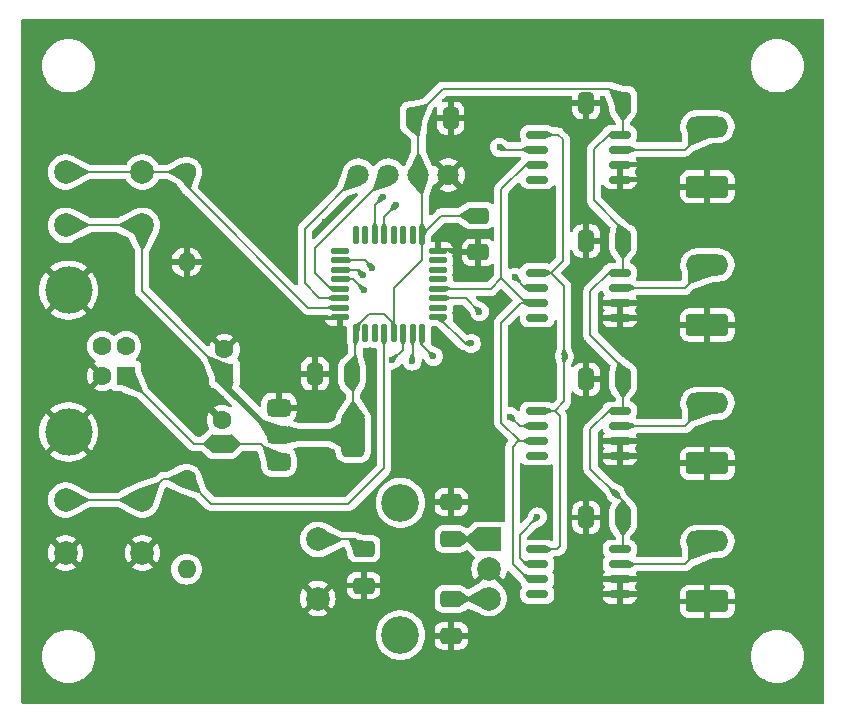
<source format=gbr>
%TF.GenerationSoftware,KiCad,Pcbnew,7.0.11+1*%
%TF.CreationDate,2024-03-31T13:17:55+02:00*%
%TF.ProjectId,ch32v203_thermokoppel,63683332-7632-4303-935f-746865726d6f,rev?*%
%TF.SameCoordinates,Original*%
%TF.FileFunction,Copper,L1,Top*%
%TF.FilePolarity,Positive*%
%FSLAX46Y46*%
G04 Gerber Fmt 4.6, Leading zero omitted, Abs format (unit mm)*
G04 Created by KiCad (PCBNEW 7.0.11+1) date 2024-03-31 13:17:55*
%MOMM*%
%LPD*%
G01*
G04 APERTURE LIST*
G04 Aperture macros list*
%AMRoundRect*
0 Rectangle with rounded corners*
0 $1 Rounding radius*
0 $2 $3 $4 $5 $6 $7 $8 $9 X,Y pos of 4 corners*
0 Add a 4 corners polygon primitive as box body*
4,1,4,$2,$3,$4,$5,$6,$7,$8,$9,$2,$3,0*
0 Add four circle primitives for the rounded corners*
1,1,$1+$1,$2,$3*
1,1,$1+$1,$4,$5*
1,1,$1+$1,$6,$7*
1,1,$1+$1,$8,$9*
0 Add four rect primitives between the rounded corners*
20,1,$1+$1,$2,$3,$4,$5,0*
20,1,$1+$1,$4,$5,$6,$7,0*
20,1,$1+$1,$6,$7,$8,$9,0*
20,1,$1+$1,$8,$9,$2,$3,0*%
G04 Aperture macros list end*
%TA.AperFunction,SMDPad,CuDef*%
%ADD10RoundRect,0.250000X-0.650000X0.412500X-0.650000X-0.412500X0.650000X-0.412500X0.650000X0.412500X0*%
%TD*%
%TA.AperFunction,ComponentPad*%
%ADD11C,2.000000*%
%TD*%
%TA.AperFunction,ComponentPad*%
%ADD12C,3.200000*%
%TD*%
%TA.AperFunction,ComponentPad*%
%ADD13R,2.000000X2.000000*%
%TD*%
%TA.AperFunction,SMDPad,CuDef*%
%ADD14RoundRect,0.250000X0.650000X-0.412500X0.650000X0.412500X-0.650000X0.412500X-0.650000X-0.412500X0*%
%TD*%
%TA.AperFunction,ComponentPad*%
%ADD15C,1.800000*%
%TD*%
%TA.AperFunction,SMDPad,CuDef*%
%ADD16RoundRect,0.150000X0.800000X0.150000X-0.800000X0.150000X-0.800000X-0.150000X0.800000X-0.150000X0*%
%TD*%
%TA.AperFunction,SMDPad,CuDef*%
%ADD17RoundRect,0.375000X-0.625000X-0.375000X0.625000X-0.375000X0.625000X0.375000X-0.625000X0.375000X0*%
%TD*%
%TA.AperFunction,SMDPad,CuDef*%
%ADD18RoundRect,0.500000X-0.500000X-1.400000X0.500000X-1.400000X0.500000X1.400000X-0.500000X1.400000X0*%
%TD*%
%TA.AperFunction,SMDPad,CuDef*%
%ADD19RoundRect,0.125000X0.125000X-0.625000X0.125000X0.625000X-0.125000X0.625000X-0.125000X-0.625000X0*%
%TD*%
%TA.AperFunction,SMDPad,CuDef*%
%ADD20RoundRect,0.125000X0.625000X-0.125000X0.625000X0.125000X-0.625000X0.125000X-0.625000X-0.125000X0*%
%TD*%
%TA.AperFunction,ComponentPad*%
%ADD21C,1.600000*%
%TD*%
%TA.AperFunction,ComponentPad*%
%ADD22O,1.600000X1.600000*%
%TD*%
%TA.AperFunction,ComponentPad*%
%ADD23O,3.600000X1.800000*%
%TD*%
%TA.AperFunction,ComponentPad*%
%ADD24RoundRect,0.250000X1.550000X-0.650000X1.550000X0.650000X-1.550000X0.650000X-1.550000X-0.650000X0*%
%TD*%
%TA.AperFunction,ComponentPad*%
%ADD25C,4.000000*%
%TD*%
%TA.AperFunction,ComponentPad*%
%ADD26R,1.600000X1.600000*%
%TD*%
%TA.AperFunction,SMDPad,CuDef*%
%ADD27RoundRect,0.250000X-0.412500X-0.650000X0.412500X-0.650000X0.412500X0.650000X-0.412500X0.650000X0*%
%TD*%
%TA.AperFunction,SMDPad,CuDef*%
%ADD28RoundRect,0.250000X0.412500X0.650000X-0.412500X0.650000X-0.412500X-0.650000X0.412500X-0.650000X0*%
%TD*%
%TA.AperFunction,ViaPad*%
%ADD29C,0.600000*%
%TD*%
%TA.AperFunction,Conductor*%
%ADD30C,0.200000*%
%TD*%
%TA.AperFunction,Conductor*%
%ADD31C,0.500000*%
%TD*%
%TA.AperFunction,Conductor*%
%ADD32C,1.000000*%
%TD*%
G04 APERTURE END LIST*
D10*
%TO.P,C12,1*%
%TO.N,+3.3V*%
X134700000Y-57675000D03*
%TO.P,C12,2*%
%TO.N,GND*%
X134700000Y-60800000D03*
%TD*%
D11*
%TO.P,SW3,S2,S2*%
%TO.N,rotsw*%
X121100000Y-85100000D03*
%TO.P,SW3,S1,S1*%
%TO.N,GND*%
X121100000Y-90100000D03*
D12*
%TO.P,SW3,MP*%
%TO.N,N/C*%
X128100000Y-93200000D03*
X128100000Y-82000000D03*
D11*
%TO.P,SW3,C,C*%
%TO.N,GND*%
X135600000Y-87600000D03*
%TO.P,SW3,B,B*%
%TO.N,rotb*%
X135600000Y-90100000D03*
D13*
%TO.P,SW3,A,A*%
%TO.N,rotA*%
X135600000Y-85100000D03*
%TD*%
D10*
%TO.P,C11,1*%
%TO.N,rotsw*%
X125000000Y-85875000D03*
%TO.P,C11,2*%
%TO.N,GND*%
X125000000Y-89000000D03*
%TD*%
D14*
%TO.P,C10,1*%
%TO.N,rotA*%
X132390000Y-85062500D03*
%TO.P,C10,2*%
%TO.N,GND*%
X132390000Y-81937500D03*
%TD*%
D10*
%TO.P,C9,1*%
%TO.N,rotb*%
X132390000Y-90137500D03*
%TO.P,C9,2*%
%TO.N,GND*%
X132390000Y-93262500D03*
%TD*%
D15*
%TO.P,U7,4,sda*%
%TO.N,sda*%
X124540000Y-54240000D03*
%TO.P,U7,3,scl*%
%TO.N,scl*%
X127080000Y-54240000D03*
%TO.P,U7,2,vcc*%
%TO.N,+3.3V*%
X129620000Y-54240000D03*
%TO.P,U7,1,gnd*%
%TO.N,GND*%
X132160000Y-54240000D03*
%TD*%
D16*
%TO.P,U6,8,nc*%
%TO.N,unconnected-(U6-nc-Pad8)*%
X139680000Y-89735000D03*
%TO.P,U6,7,so_(miso)*%
%TO.N,miso*%
X139680000Y-88465000D03*
%TO.P,U6,6,~{cs}*%
%TO.N,cs4*%
X139680000Y-87195000D03*
%TO.P,U6,5,sck*%
%TO.N,sck*%
X139680000Y-85925000D03*
%TO.P,U6,4,vcc*%
%TO.N,+3.3V*%
X146680000Y-85925000D03*
%TO.P,U6,3,T+plus*%
%TO.N,Net-(J5-Pin_2)*%
X146680000Y-87195000D03*
%TO.P,U6,2,T-min*%
%TO.N,GND*%
X146680000Y-88465000D03*
%TO.P,U6,1,gnd*%
X146680000Y-89735000D03*
%TD*%
%TO.P,U5,1,gnd*%
%TO.N,GND*%
X146680000Y-78031666D03*
%TO.P,U5,2,T-min*%
X146680000Y-76761666D03*
%TO.P,U5,3,T+plus*%
%TO.N,Net-(J4-Pin_2)*%
X146680000Y-75491666D03*
%TO.P,U5,4,vcc*%
%TO.N,+3.3V*%
X146680000Y-74221666D03*
%TO.P,U5,5,sck*%
%TO.N,sck*%
X139680000Y-74221666D03*
%TO.P,U5,6,~{cs}*%
%TO.N,cs3*%
X139680000Y-75491666D03*
%TO.P,U5,7,so_(miso)*%
%TO.N,miso*%
X139680000Y-76761666D03*
%TO.P,U5,8,nc*%
%TO.N,unconnected-(U5-nc-Pad8)*%
X139680000Y-78031666D03*
%TD*%
%TO.P,U4,8,nc*%
%TO.N,unconnected-(U4-nc-Pad8)*%
X139680000Y-66328333D03*
%TO.P,U4,7,so_(miso)*%
%TO.N,miso*%
X139680000Y-65058333D03*
%TO.P,U4,6,~{cs}*%
%TO.N,cs2*%
X139680000Y-63788333D03*
%TO.P,U4,5,sck*%
%TO.N,sck*%
X139680000Y-62518333D03*
%TO.P,U4,4,vcc*%
%TO.N,+3.3V*%
X146680000Y-62518333D03*
%TO.P,U4,3,T+plus*%
%TO.N,Net-(J3-Pin_2)*%
X146680000Y-63788333D03*
%TO.P,U4,2,T-min*%
%TO.N,GND*%
X146680000Y-65058333D03*
%TO.P,U4,1,gnd*%
X146680000Y-66328333D03*
%TD*%
%TO.P,U3,1,gnd*%
%TO.N,GND*%
X146680000Y-54625000D03*
%TO.P,U3,2,T-min*%
X146680000Y-53355000D03*
%TO.P,U3,3,T+plus*%
%TO.N,Net-(J2-Pin_2)*%
X146680000Y-52085000D03*
%TO.P,U3,4,vcc*%
%TO.N,+3.3V*%
X146680000Y-50815000D03*
%TO.P,U3,5,sck*%
%TO.N,sck*%
X139680000Y-50815000D03*
%TO.P,U3,6,~{cs}*%
%TO.N,cs1*%
X139680000Y-52085000D03*
%TO.P,U3,7,so_(miso)*%
%TO.N,miso*%
X139680000Y-53355000D03*
%TO.P,U3,8,nc*%
%TO.N,unconnected-(U3-nc-Pad8)*%
X139680000Y-54625000D03*
%TD*%
D17*
%TO.P,U2,1,GND*%
%TO.N,GND*%
X117800000Y-73940000D03*
%TO.P,U2,2,VO*%
%TO.N,+3.3V*%
X117800000Y-76240000D03*
D18*
X124100000Y-76240000D03*
D17*
%TO.P,U2,3,VI*%
%TO.N,+5V*%
X117800000Y-78540000D03*
%TD*%
D19*
%TO.P,U1,1,VDD*%
%TO.N,+3.3V*%
X124320000Y-67640000D03*
%TO.P,U1,2,PD0/OSC_IN*%
%TO.N,unconnected-(U1-PD0{slash}OSC_IN-Pad2)*%
X125120000Y-67640000D03*
%TO.P,U1,3,PD1/OSC_OUT*%
%TO.N,unconnected-(U1-PD1{slash}OSC_OUT-Pad3)*%
X125920000Y-67640000D03*
%TO.P,U1,4,NRST*%
%TO.N,rst*%
X126720000Y-67640000D03*
%TO.P,U1,5,VDDA*%
%TO.N,+3.3V*%
X127520000Y-67640000D03*
%TO.P,U1,6,PA0/WKP/ADC0/USART2/TIM2CH1*%
%TO.N,cs1*%
X128320000Y-67640000D03*
%TO.P,U1,7,PA1/ADC1/UASRT2RTS/TIM2CH2*%
%TO.N,cs2*%
X129120000Y-67640000D03*
%TO.P,U1,8,PA2/ADC2/USART2TX/TIM2CH3*%
%TO.N,cs3*%
X129920000Y-67640000D03*
D20*
%TO.P,U1,9,PA3/ADC3/USART2RX/TIM2CH4*%
%TO.N,cs4*%
X131295000Y-66265000D03*
%TO.P,U1,10,PA4/ADC4/USARTCK/SP1NSS*%
%TO.N,unconnected-(U1-PA4{slash}ADC4{slash}USARTCK{slash}SP1NSS-Pad10)*%
X131295000Y-65465000D03*
%TO.P,U1,11,PA5/ADC5/SPISCK*%
%TO.N,sck*%
X131295000Y-64665000D03*
%TO.P,U1,12,PA6/ADC6/SPIMISO*%
%TO.N,miso*%
X131295000Y-63865000D03*
%TO.P,U1,13,PA7/ADC7/SPIMOSI*%
%TO.N,unconnected-(U1-PA7{slash}ADC7{slash}SPIMOSI-Pad13)*%
X131295000Y-63065000D03*
%TO.P,U1,14,PB0/ADC8/TIM3CH3/USART4TX*%
%TO.N,unconnected-(U1-PB0{slash}ADC8{slash}TIM3CH3{slash}USART4TX-Pad14)*%
X131295000Y-62265000D03*
%TO.P,U1,15,PB1/ADC9/TIM3CH4/USART4RX*%
%TO.N,unconnected-(U1-PB1{slash}ADC9{slash}TIM3CH4{slash}USART4RX-Pad15)*%
X131295000Y-61465000D03*
%TO.P,U1,16,VSS*%
%TO.N,GND*%
X131295000Y-60665000D03*
D19*
%TO.P,U1,17,VDD*%
%TO.N,+3.3V*%
X129920000Y-59290000D03*
%TO.P,U1,18,PA8/TIM1CH1/USART1CK/*%
%TO.N,unconnected-(U1-PA8{slash}TIM1CH1{slash}USART1CK{slash}-Pad18)*%
X129120000Y-59290000D03*
%TO.P,U1,19,PA9/TIM1CH2/USART1TX*%
%TO.N,unconnected-(U1-PA9{slash}TIM1CH2{slash}USART1TX-Pad19)*%
X128320000Y-59290000D03*
%TO.P,U1,20,PA10/TIM1CH3/USART1RX*%
%TO.N,unconnected-(U1-PA10{slash}TIM1CH3{slash}USART1RX-Pad20)*%
X127520000Y-59290000D03*
%TO.P,U1,21,PA11/USB1DM*%
%TO.N,usbm*%
X126720000Y-59290000D03*
%TO.P,U1,22,PA12/USB1DP*%
%TO.N,usbp*%
X125920000Y-59290000D03*
%TO.P,U1,23,PA13/SWDIO*%
%TO.N,unconnected-(U1-PA13{slash}SWDIO-Pad23)*%
X125120000Y-59290000D03*
%TO.P,U1,24,PA14/SWCLK*%
%TO.N,unconnected-(U1-PA14{slash}SWCLK-Pad24)*%
X124320000Y-59290000D03*
D20*
%TO.P,U1,25,PA15*%
%TO.N,unconnected-(U1-PA15-Pad25)*%
X122945000Y-60665000D03*
%TO.P,U1,26,PB3/USART4CTS*%
%TO.N,rotA*%
X122945000Y-61465000D03*
%TO.P,U1,27,PB4/USART4RTS*%
%TO.N,rotb*%
X122945000Y-62265000D03*
%TO.P,U1,28,PB5/I2C1SMBA*%
%TO.N,rotsw*%
X122945000Y-63065000D03*
%TO.P,U1,29,PB6/I2C1SCL*%
%TO.N,scl*%
X122945000Y-63865000D03*
%TO.P,U1,30,PB7/I2C1SDA*%
%TO.N,sda*%
X122945000Y-64665000D03*
%TO.P,U1,31,PB8/BOOT*%
%TO.N,boot*%
X122945000Y-65465000D03*
%TO.P,U1,32,vss*%
%TO.N,GND*%
X122945000Y-66265000D03*
%TD*%
D11*
%TO.P,SW2,1,1*%
%TO.N,boot*%
X106250000Y-54000000D03*
X99750000Y-54000000D03*
%TO.P,SW2,2,2*%
%TO.N,+3.3V*%
X106250000Y-58500000D03*
X99750000Y-58500000D03*
%TD*%
%TO.P,SW1,1,1*%
%TO.N,rst*%
X106250000Y-81750000D03*
X99750000Y-81750000D03*
%TO.P,SW1,2,2*%
%TO.N,GND*%
X106250000Y-86250000D03*
X99750000Y-86250000D03*
%TD*%
D21*
%TO.P,R2,1*%
%TO.N,boot*%
X110000000Y-53990000D03*
D22*
%TO.P,R2,2*%
%TO.N,GND*%
X110000000Y-61610000D03*
%TD*%
%TO.P,R1,2*%
%TO.N,+3.3V*%
X110000000Y-87620000D03*
D21*
%TO.P,R1,1*%
%TO.N,rst*%
X110000000Y-80000000D03*
%TD*%
D23*
%TO.P,J5,2,Pin_2*%
%TO.N,Net-(J5-Pin_2)*%
X154090000Y-85272500D03*
D24*
%TO.P,J5,1,Pin_1*%
%TO.N,GND*%
X154090000Y-90352500D03*
%TD*%
%TO.P,J4,1,Pin_1*%
%TO.N,GND*%
X154090000Y-78649166D03*
D23*
%TO.P,J4,2,Pin_2*%
%TO.N,Net-(J4-Pin_2)*%
X154090000Y-73569166D03*
%TD*%
D24*
%TO.P,J3,1,Pin_1*%
%TO.N,GND*%
X154090000Y-66945833D03*
D23*
%TO.P,J3,2,Pin_2*%
%TO.N,Net-(J3-Pin_2)*%
X154090000Y-61865833D03*
%TD*%
D24*
%TO.P,J2,1,Pin_1*%
%TO.N,GND*%
X154090000Y-55242500D03*
D23*
%TO.P,J2,2,Pin_2*%
%TO.N,Net-(J2-Pin_2)*%
X154090000Y-50162500D03*
%TD*%
D25*
%TO.P,J1,5,Shield*%
%TO.N,GND*%
X100000000Y-64000000D03*
X100000000Y-76000000D03*
D21*
%TO.P,J1,4,GND*%
X102860000Y-71250000D03*
%TO.P,J1,3,D+*%
%TO.N,usbp*%
X102860000Y-68750000D03*
%TO.P,J1,2,D-*%
%TO.N,usbm*%
X104860000Y-68750000D03*
D26*
%TO.P,J1,1,VBUS*%
%TO.N,+5V*%
X104860000Y-71250000D03*
%TD*%
D27*
%TO.P,C8,1*%
%TO.N,+3.3V*%
X129217500Y-49420000D03*
%TO.P,C8,2*%
%TO.N,GND*%
X132342500Y-49420000D03*
%TD*%
D28*
%TO.P,C7,1*%
%TO.N,+3.3V*%
X146952500Y-83240000D03*
%TO.P,C7,2*%
%TO.N,GND*%
X143827500Y-83240000D03*
%TD*%
D26*
%TO.P,C6,1*%
%TO.N,+3.3V*%
X113190000Y-71000000D03*
D21*
%TO.P,C6,2*%
%TO.N,GND*%
X113190000Y-69000000D03*
%TD*%
D26*
%TO.P,C5,1*%
%TO.N,+5V*%
X113000000Y-77000000D03*
D21*
%TO.P,C5,2*%
%TO.N,GND*%
X113000000Y-75000000D03*
%TD*%
D28*
%TO.P,C4,1*%
%TO.N,+3.3V*%
X146952500Y-71536666D03*
%TO.P,C4,2*%
%TO.N,GND*%
X143827500Y-71536666D03*
%TD*%
%TO.P,C3,1*%
%TO.N,+3.3V*%
X146952500Y-59833333D03*
%TO.P,C3,2*%
%TO.N,GND*%
X143827500Y-59833333D03*
%TD*%
%TO.P,C2,1*%
%TO.N,+3.3V*%
X146952500Y-48130000D03*
%TO.P,C2,2*%
%TO.N,GND*%
X143827500Y-48130000D03*
%TD*%
%TO.P,C1,1*%
%TO.N,+3.3V*%
X123982500Y-71080000D03*
%TO.P,C1,2*%
%TO.N,GND*%
X120857500Y-71080000D03*
%TD*%
D29*
%TO.N,GND*%
X121700000Y-58200000D03*
X132600000Y-59000000D03*
X131900000Y-56400000D03*
X143700000Y-69400000D03*
X143600000Y-57900000D03*
X130100000Y-78700000D03*
X107600000Y-67800000D03*
X117400000Y-58500000D03*
X107700000Y-77100000D03*
X152900000Y-45000000D03*
X134200000Y-73700000D03*
X137800000Y-69000000D03*
X148000000Y-56800000D03*
X103600000Y-62800000D03*
X108400000Y-63800000D03*
X113600000Y-62200000D03*
X123700000Y-51400000D03*
X118600000Y-61300000D03*
X120800000Y-67900000D03*
X121000000Y-80700000D03*
X114500000Y-79900000D03*
X114800000Y-85400000D03*
X136200000Y-79800000D03*
X140300000Y-81300000D03*
X143400000Y-74400000D03*
X135000000Y-75600000D03*
X134500000Y-71000000D03*
X139900000Y-71000000D03*
X135300000Y-67500000D03*
X136700000Y-64800000D03*
X133300000Y-62500000D03*
X139800000Y-58000000D03*
X137200000Y-48700000D03*
X119900000Y-96500000D03*
X123700000Y-93600000D03*
X142300000Y-94700000D03*
X138800000Y-92100000D03*
X147800000Y-68900000D03*
X143200000Y-81300000D03*
X148300000Y-80600000D03*
X152500000Y-94400000D03*
X115000000Y-55300000D03*
X112500000Y-60100000D03*
X114500000Y-64700000D03*
X109500000Y-72300000D03*
X105600000Y-76900000D03*
X129700000Y-86800000D03*
X131200000Y-75000000D03*
%TO.N,rotsw*%
X125000000Y-64000000D03*
%TO.N,rotb*%
X124900000Y-62700000D03*
%TO.N,rotA*%
X125700000Y-62100000D03*
%TO.N,usbp*%
X126600000Y-56100000D03*
%TO.N,usbm*%
X127700000Y-56800000D03*
%TO.N,cs1*%
X136490000Y-51900000D03*
%TO.N,cs2*%
X137790000Y-62900000D03*
%TO.N,cs3*%
X137390000Y-74700000D03*
%TO.N,cs4*%
X139700000Y-83200000D03*
%TO.N,cs1*%
X127390000Y-69900000D03*
%TO.N,cs2*%
X129090000Y-70000000D03*
%TO.N,cs4*%
X134090000Y-68500000D03*
%TO.N,cs3*%
X130890000Y-69600000D03*
%TO.N,sck*%
X141990000Y-69600000D03*
X134790000Y-65800000D03*
%TO.N,+3.3V*%
X146290000Y-81200000D03*
%TD*%
D30*
%TO.N,boot*%
X122945000Y-65465000D02*
X120265000Y-65465000D01*
X110000000Y-55200000D02*
X110000000Y-53990000D01*
X120265000Y-65465000D02*
X110000000Y-55200000D01*
%TO.N,rotA*%
X122945000Y-61465000D02*
X125065000Y-61465000D01*
X125065000Y-61465000D02*
X125700000Y-62100000D01*
%TO.N,rotb*%
X122945000Y-62265000D02*
X124465000Y-62265000D01*
X124465000Y-62265000D02*
X124900000Y-62700000D01*
%TO.N,rotsw*%
X122945000Y-63065000D02*
X124065000Y-63065000D01*
X124065000Y-63065000D02*
X125000000Y-64000000D01*
%TO.N,+3.3V*%
X129920000Y-59290000D02*
X131535000Y-57675000D01*
X131535000Y-57675000D02*
X134700000Y-57675000D01*
%TO.N,miso*%
X139680000Y-88465000D02*
X138865000Y-88465000D01*
X138865000Y-88465000D02*
X137590000Y-87190000D01*
X137590000Y-87190000D02*
X137590000Y-77250000D01*
X137590000Y-77250000D02*
X138078334Y-76761666D01*
X138078334Y-76761666D02*
X139680000Y-76761666D01*
%TO.N,rotsw*%
X121290000Y-85100000D02*
X124225000Y-85100000D01*
X124225000Y-85100000D02*
X125000000Y-85875000D01*
%TO.N,rotb*%
X132390000Y-90137500D02*
X135752500Y-90137500D01*
%TO.N,rotA*%
X132390000Y-85062500D02*
X135752500Y-85062500D01*
%TO.N,cs4*%
X139700000Y-83200000D02*
X138200000Y-84700000D01*
X138695000Y-87195000D02*
X139680000Y-87195000D01*
X138200000Y-84700000D02*
X138200000Y-86700000D01*
X138200000Y-86700000D02*
X138695000Y-87195000D01*
%TO.N,rst*%
X99750000Y-81750000D02*
X106250000Y-81750000D01*
X110000000Y-80000000D02*
X108000000Y-80000000D01*
X108000000Y-80000000D02*
X106250000Y-81750000D01*
X110000000Y-80000000D02*
X112100000Y-82100000D01*
X112100000Y-82100000D02*
X123700000Y-82100000D01*
X123700000Y-82100000D02*
X126720000Y-79080000D01*
X126720000Y-79080000D02*
X126720000Y-67640000D01*
%TO.N,+3.3V*%
X106250000Y-58500000D02*
X99750000Y-58500000D01*
X113190000Y-71000000D02*
X106250000Y-64060000D01*
X106250000Y-64060000D02*
X106250000Y-58500000D01*
%TO.N,boot*%
X110000000Y-53990000D02*
X99760000Y-53990000D01*
X99760000Y-53990000D02*
X99750000Y-54000000D01*
%TO.N,usbm*%
X127700000Y-56800000D02*
X126720000Y-57780000D01*
X126720000Y-57780000D02*
X126720000Y-59290000D01*
%TO.N,usbp*%
X126600000Y-56100000D02*
X125920000Y-56780000D01*
X125920000Y-56780000D02*
X125920000Y-59290000D01*
%TO.N,+5V*%
X113000000Y-77000000D02*
X110610000Y-77000000D01*
X110610000Y-77000000D02*
X104860000Y-71250000D01*
X113000000Y-77000000D02*
X116260000Y-77000000D01*
X116260000Y-77000000D02*
X117800000Y-78540000D01*
%TO.N,+3.3V*%
X113190000Y-71000000D02*
X113190000Y-71990000D01*
D31*
X113190000Y-71990000D02*
X117440000Y-76240000D01*
D30*
X117440000Y-76240000D02*
X117800000Y-76240000D01*
%TO.N,Net-(J5-Pin_2)*%
X146680000Y-87195000D02*
X152167500Y-87195000D01*
X152167500Y-87195000D02*
X154090000Y-85272500D01*
%TO.N,Net-(J4-Pin_2)*%
X146680000Y-75491666D02*
X152167500Y-75491666D01*
X152167500Y-75491666D02*
X154090000Y-73569166D01*
%TO.N,Net-(J3-Pin_2)*%
X146680000Y-63788333D02*
X152167500Y-63788333D01*
X152167500Y-63788333D02*
X154090000Y-61865833D01*
%TO.N,Net-(J2-Pin_2)*%
X152167500Y-52085000D02*
X154090000Y-50162500D01*
X146680000Y-52085000D02*
X152167500Y-52085000D01*
%TO.N,cs1*%
X136490000Y-51900000D02*
X136675000Y-52085000D01*
X136675000Y-52085000D02*
X139680000Y-52085000D01*
%TO.N,cs2*%
X137790000Y-62900000D02*
X138678333Y-63788333D01*
X138678333Y-63788333D02*
X139680000Y-63788333D01*
%TO.N,cs3*%
X137390000Y-74700000D02*
X138181666Y-75491666D01*
X138181666Y-75491666D02*
X139680000Y-75491666D01*
%TO.N,cs1*%
X127390000Y-69900000D02*
X127590000Y-69800000D01*
%TO.N,cs2*%
X128990000Y-70000000D02*
X129090000Y-69900000D01*
X129090000Y-70000000D02*
X128990000Y-70000000D01*
X129090000Y-69900000D02*
X129090000Y-70000000D01*
%TO.N,cs4*%
X134090000Y-68500000D02*
X133990000Y-68500000D01*
%TO.N,cs3*%
X130890000Y-69600000D02*
X130790000Y-69500000D01*
%TO.N,cs4*%
X133530000Y-68500000D02*
X134090000Y-68500000D01*
X131295000Y-66265000D02*
X133530000Y-68500000D01*
%TO.N,cs3*%
X129920000Y-68630000D02*
X130890000Y-69600000D01*
X129920000Y-67640000D02*
X129920000Y-68630000D01*
%TO.N,cs2*%
X129120000Y-69870000D02*
X129090000Y-69900000D01*
X129120000Y-67640000D02*
X129120000Y-69870000D01*
%TO.N,cs1*%
X128320000Y-69070000D02*
X127390000Y-69900000D01*
X128320000Y-67640000D02*
X128320000Y-69070000D01*
%TO.N,sck*%
X141970000Y-69580000D02*
X141970000Y-63666666D01*
X141990000Y-69600000D02*
X141970000Y-69580000D01*
X141970000Y-69620000D02*
X141990000Y-69600000D01*
X133655000Y-64665000D02*
X134790000Y-65800000D01*
X131295000Y-64665000D02*
X133655000Y-64665000D01*
%TO.N,miso*%
X131295000Y-63865000D02*
X135743332Y-63865000D01*
X135743332Y-63865000D02*
X136640000Y-62968332D01*
%TO.N,+3.3V*%
X146952500Y-58862500D02*
X144490000Y-56400000D01*
X146952500Y-59833333D02*
X146952500Y-58862500D01*
X144490000Y-52055001D02*
X145730001Y-50815000D01*
X144490000Y-56400000D02*
X144490000Y-52055001D01*
X145730001Y-50815000D02*
X146680000Y-50815000D01*
X146952500Y-71536666D02*
X146952500Y-70562500D01*
X146952500Y-70562500D02*
X144190000Y-67800000D01*
X144190000Y-67800000D02*
X144190000Y-64058334D01*
X145730001Y-62518333D02*
X146680000Y-62518333D01*
X144190000Y-64058334D02*
X145730001Y-62518333D01*
X146290000Y-81200000D02*
X144190000Y-79100000D01*
X144190000Y-79100000D02*
X144190000Y-75761667D01*
X144190000Y-75761667D02*
X145730001Y-74221666D01*
X145730001Y-74221666D02*
X146680000Y-74221666D01*
X146290000Y-81200000D02*
X146952500Y-81862500D01*
X146952500Y-81862500D02*
X146952500Y-83240000D01*
X146952500Y-48130000D02*
X145752500Y-46930000D01*
X145752500Y-46930000D02*
X131707500Y-46930000D01*
X131707500Y-46930000D02*
X129217500Y-49420000D01*
D32*
X117800000Y-76240000D02*
X124100000Y-76240000D01*
D30*
X123982500Y-71080000D02*
X124290000Y-70772500D01*
X124290000Y-70772500D02*
X124290000Y-67670000D01*
X124290000Y-67670000D02*
X124320000Y-67640000D01*
X127520000Y-67640000D02*
X127520000Y-63844506D01*
X129920000Y-61444506D02*
X129920000Y-59290000D01*
X127520000Y-63844506D02*
X129920000Y-61444506D01*
X125405494Y-66000000D02*
X126690000Y-66000000D01*
X124320000Y-67085494D02*
X125405494Y-66000000D01*
X124320000Y-67640000D02*
X124320000Y-67085494D01*
X126690000Y-66000000D02*
X127520000Y-66830000D01*
X127520000Y-66830000D02*
X127520000Y-67640000D01*
X124100000Y-76240000D02*
X124100000Y-71197500D01*
X124100000Y-71197500D02*
X123982500Y-71080000D01*
X129620000Y-54240000D02*
X129920000Y-54540000D01*
X129920000Y-54540000D02*
X129920000Y-59290000D01*
X129620000Y-54240000D02*
X129620000Y-49822500D01*
X129620000Y-49822500D02*
X129217500Y-49420000D01*
%TO.N,scl*%
X122945000Y-63865000D02*
X122195001Y-63865000D01*
X122195001Y-63865000D02*
X120860000Y-62529999D01*
X120860000Y-62529999D02*
X120860000Y-60430000D01*
X120860000Y-60430000D02*
X120890000Y-60430000D01*
X120890000Y-60430000D02*
X127080000Y-54240000D01*
%TO.N,sda*%
X122945000Y-64665000D02*
X121245000Y-64665000D01*
X121245000Y-64665000D02*
X120000000Y-63420000D01*
X120000000Y-63420000D02*
X120000000Y-58780000D01*
X120000000Y-58780000D02*
X124540000Y-54240000D01*
%TO.N,+3.3V*%
X146952500Y-83240000D02*
X146952500Y-85652500D01*
X146952500Y-85652500D02*
X146680000Y-85925000D01*
X146952500Y-71536666D02*
X146952500Y-73949166D01*
X146952500Y-73949166D02*
X146680000Y-74221666D01*
X146952500Y-59833333D02*
X146952500Y-62245833D01*
X146952500Y-62245833D02*
X146680000Y-62518333D01*
X146952500Y-48130000D02*
X146952500Y-50542500D01*
X146952500Y-50542500D02*
X146680000Y-50815000D01*
%TO.N,miso*%
X139680000Y-65058333D02*
X138730001Y-65058333D01*
X138730001Y-65058333D02*
X136640000Y-62968332D01*
X136640000Y-62968332D02*
X136640000Y-55445001D01*
X136640000Y-55445001D02*
X138730001Y-53355000D01*
X138730001Y-53355000D02*
X139680000Y-53355000D01*
X139680000Y-76761666D02*
X138181666Y-76761666D01*
X138181666Y-76761666D02*
X136620000Y-75200000D01*
X136620000Y-75200000D02*
X136620000Y-66750000D01*
X136620000Y-66750000D02*
X138311667Y-65058333D01*
X138311667Y-65058333D02*
X139680000Y-65058333D01*
%TO.N,sck*%
X141365000Y-85925000D02*
X141610000Y-85680000D01*
X139680000Y-85925000D02*
X141365000Y-85925000D01*
X141610000Y-85680000D02*
X141610000Y-74673332D01*
X141610000Y-74673332D02*
X141158334Y-74221666D01*
X139680000Y-74221666D02*
X141158334Y-74221666D01*
X141158334Y-74221666D02*
X141970000Y-73410000D01*
X141970000Y-73410000D02*
X141970000Y-69620000D01*
X141970000Y-63666666D02*
X140821667Y-62518333D01*
X139680000Y-50815000D02*
X141445000Y-50815000D01*
X141445000Y-50815000D02*
X141840000Y-51210000D01*
X141840000Y-51210000D02*
X141840000Y-61500000D01*
X141840000Y-61500000D02*
X140821667Y-62518333D01*
X140821667Y-62518333D02*
X139680000Y-62518333D01*
%TD*%
%TA.AperFunction,Conductor*%
%TO.N,GND*%
G36*
X138395703Y-78617762D02*
G01*
X138402181Y-78623794D01*
X138478129Y-78699742D01*
X138478133Y-78699745D01*
X138478135Y-78699747D01*
X138619602Y-78783410D01*
X138657323Y-78794369D01*
X138777426Y-78829263D01*
X138777429Y-78829263D01*
X138777431Y-78829264D01*
X138814306Y-78832166D01*
X138814314Y-78832166D01*
X140545686Y-78832166D01*
X140545694Y-78832166D01*
X140582569Y-78829264D01*
X140582571Y-78829263D01*
X140582573Y-78829263D01*
X140637861Y-78813200D01*
X140740398Y-78783410D01*
X140822381Y-78734925D01*
X140890102Y-78717743D01*
X140956365Y-78739903D01*
X141000129Y-78794369D01*
X141009500Y-78841658D01*
X141009500Y-85105267D01*
X140989815Y-85172306D01*
X140937011Y-85218061D01*
X140867853Y-85228005D01*
X140831811Y-85217041D01*
X140760568Y-85182821D01*
X140760569Y-85182821D01*
X140760562Y-85182818D01*
X140754580Y-85180305D01*
X140741554Y-85173756D01*
X140740396Y-85173255D01*
X140738781Y-85172786D01*
X140725374Y-85168040D01*
X140713790Y-85163176D01*
X140713783Y-85163173D01*
X140713779Y-85163172D01*
X140713776Y-85163171D01*
X140700984Y-85160517D01*
X140690219Y-85158283D01*
X140680830Y-85155949D01*
X140582569Y-85127402D01*
X140582567Y-85127401D01*
X140582563Y-85127401D01*
X140545701Y-85124500D01*
X140545694Y-85124500D01*
X138924500Y-85124500D01*
X138857461Y-85104815D01*
X138811706Y-85052011D01*
X138800500Y-85000500D01*
X138800500Y-85000096D01*
X138820185Y-84933057D01*
X138836815Y-84912419D01*
X139611950Y-84137283D01*
X139647337Y-84112532D01*
X140017830Y-83940236D01*
X140030117Y-83933878D01*
X140046135Y-83926973D01*
X140049522Y-83925789D01*
X140202262Y-83829816D01*
X140329816Y-83702262D01*
X140425789Y-83549522D01*
X140485368Y-83379255D01*
X140491064Y-83328700D01*
X140505565Y-83200003D01*
X140505565Y-83199996D01*
X140485369Y-83020750D01*
X140485368Y-83020745D01*
X140425788Y-82850476D01*
X140386582Y-82788080D01*
X140329816Y-82697738D01*
X140202262Y-82570184D01*
X140174039Y-82552450D01*
X140049523Y-82474211D01*
X139879254Y-82414631D01*
X139879249Y-82414630D01*
X139700004Y-82394435D01*
X139699996Y-82394435D01*
X139520750Y-82414630D01*
X139520745Y-82414631D01*
X139350476Y-82474211D01*
X139197737Y-82570184D01*
X139070184Y-82697737D01*
X139065192Y-82705682D01*
X138974211Y-82850478D01*
X138974210Y-82850479D01*
X138974209Y-82850482D01*
X138971972Y-82856874D01*
X138961539Y-82878080D01*
X138961916Y-82878290D01*
X138959766Y-82882163D01*
X138787463Y-83252663D01*
X138762708Y-83288055D01*
X138402181Y-83648583D01*
X138340858Y-83682068D01*
X138271167Y-83677084D01*
X138215233Y-83635213D01*
X138190816Y-83569748D01*
X138190500Y-83560902D01*
X138190500Y-78711475D01*
X138210185Y-78644436D01*
X138262989Y-78598681D01*
X138332147Y-78588737D01*
X138395703Y-78617762D01*
G37*
%TD.AperFunction*%
%TA.AperFunction,Conductor*%
G36*
X138148834Y-66172914D02*
G01*
X138204767Y-66214786D01*
X138229184Y-66280250D01*
X138229500Y-66289096D01*
X138229500Y-66544034D01*
X138232401Y-66580900D01*
X138232402Y-66580906D01*
X138278254Y-66738726D01*
X138278255Y-66738729D01*
X138278256Y-66738731D01*
X138293561Y-66764610D01*
X138361917Y-66880195D01*
X138361923Y-66880203D01*
X138478129Y-66996409D01*
X138478133Y-66996412D01*
X138478135Y-66996414D01*
X138619602Y-67080077D01*
X138645114Y-67087489D01*
X138777426Y-67125930D01*
X138777429Y-67125930D01*
X138777431Y-67125931D01*
X138814306Y-67128833D01*
X138814314Y-67128833D01*
X140545686Y-67128833D01*
X140545694Y-67128833D01*
X140582569Y-67125931D01*
X140582571Y-67125930D01*
X140582573Y-67125930D01*
X140663342Y-67102464D01*
X140740398Y-67080077D01*
X140881865Y-66996414D01*
X140998081Y-66880198D01*
X141081744Y-66738731D01*
X141124014Y-66593238D01*
X141126424Y-66584944D01*
X141164030Y-66526058D01*
X141227503Y-66496852D01*
X141296689Y-66506598D01*
X141349624Y-66552202D01*
X141369499Y-66619185D01*
X141369500Y-66619539D01*
X141369500Y-68888473D01*
X141363373Y-68926970D01*
X141235662Y-69318005D01*
X141226228Y-69350554D01*
X141225173Y-69355926D01*
X141224785Y-69355849D01*
X141220188Y-69376285D01*
X141204631Y-69420745D01*
X141204631Y-69420746D01*
X141184435Y-69599996D01*
X141184435Y-69600003D01*
X141204631Y-69779252D01*
X141227406Y-69844341D01*
X141232516Y-69863966D01*
X141235665Y-69882003D01*
X141304397Y-70092451D01*
X141355646Y-70249370D01*
X141363373Y-70273027D01*
X141369500Y-70311524D01*
X141369500Y-73109902D01*
X141349815Y-73176941D01*
X141333181Y-73197583D01*
X141019095Y-73511668D01*
X140957772Y-73545153D01*
X140888080Y-73540169D01*
X140877725Y-73535761D01*
X140760568Y-73479486D01*
X140754581Y-73476972D01*
X140741554Y-73470422D01*
X140740396Y-73469921D01*
X140738781Y-73469452D01*
X140725374Y-73464706D01*
X140713790Y-73459842D01*
X140713783Y-73459839D01*
X140713779Y-73459838D01*
X140713776Y-73459837D01*
X140700984Y-73457183D01*
X140690219Y-73454949D01*
X140680830Y-73452615D01*
X140582569Y-73424068D01*
X140582567Y-73424067D01*
X140582563Y-73424067D01*
X140545701Y-73421166D01*
X140545694Y-73421166D01*
X138814306Y-73421166D01*
X138814298Y-73421166D01*
X138777432Y-73424067D01*
X138777426Y-73424068D01*
X138619606Y-73469920D01*
X138619603Y-73469921D01*
X138478137Y-73553583D01*
X138478129Y-73553589D01*
X138361923Y-73669795D01*
X138361917Y-73669803D01*
X138278255Y-73811269D01*
X138278254Y-73811272D01*
X138232402Y-73969092D01*
X138232401Y-73969098D01*
X138229500Y-74005964D01*
X138229500Y-74108060D01*
X138209815Y-74175099D01*
X138157011Y-74220854D01*
X138087853Y-74230798D01*
X138024297Y-74201773D01*
X138017819Y-74195741D01*
X137892262Y-74070184D01*
X137739523Y-73974211D01*
X137569254Y-73914631D01*
X137569249Y-73914630D01*
X137390004Y-73894435D01*
X137390001Y-73894435D01*
X137390000Y-73894435D01*
X137384369Y-73895069D01*
X137358380Y-73897997D01*
X137289559Y-73885940D01*
X137238181Y-73838590D01*
X137220500Y-73774776D01*
X137220500Y-67050096D01*
X137240185Y-66983057D01*
X137256814Y-66962419D01*
X138017819Y-66201414D01*
X138079142Y-66167930D01*
X138148834Y-66172914D01*
G37*
%TD.AperFunction*%
%TA.AperFunction,Conductor*%
G36*
X133006743Y-58295185D02*
G01*
X133008366Y-58296246D01*
X133499833Y-58623239D01*
X133562885Y-58665190D01*
X133577927Y-58677510D01*
X133581341Y-58680209D01*
X133581344Y-58680212D01*
X133636006Y-58713927D01*
X133639558Y-58716204D01*
X133652716Y-58724959D01*
X133666923Y-58734412D01*
X133673208Y-58737516D01*
X133683394Y-58743156D01*
X133730662Y-58772312D01*
X133730663Y-58772312D01*
X133730666Y-58772314D01*
X133761925Y-58782672D01*
X133777828Y-58789198D01*
X133782849Y-58791678D01*
X133782852Y-58791679D01*
X133782854Y-58791680D01*
X133785519Y-58792594D01*
X133788464Y-58793605D01*
X133826220Y-58804938D01*
X133826237Y-58804939D01*
X133826456Y-58804985D01*
X133840756Y-58808793D01*
X133897203Y-58827499D01*
X133999991Y-58838000D01*
X135400008Y-58837999D01*
X135502797Y-58827499D01*
X135669334Y-58772314D01*
X135818656Y-58680212D01*
X135827819Y-58671049D01*
X135889142Y-58637564D01*
X135958834Y-58642548D01*
X136014767Y-58684420D01*
X136039184Y-58749884D01*
X136039500Y-58758730D01*
X136039500Y-59716977D01*
X136019815Y-59784016D01*
X135967011Y-59829771D01*
X135897853Y-59839715D01*
X135834297Y-59810690D01*
X135827819Y-59804658D01*
X135818345Y-59795184D01*
X135669124Y-59703143D01*
X135669119Y-59703141D01*
X135502697Y-59647994D01*
X135502690Y-59647993D01*
X135399986Y-59637500D01*
X134950000Y-59637500D01*
X134950000Y-61962499D01*
X135399972Y-61962499D01*
X135399986Y-61962498D01*
X135502697Y-61952005D01*
X135669119Y-61896858D01*
X135669124Y-61896856D01*
X135818345Y-61804815D01*
X135827819Y-61795342D01*
X135889142Y-61761857D01*
X135958834Y-61766841D01*
X136014767Y-61808713D01*
X136039184Y-61874177D01*
X136039500Y-61883023D01*
X136039500Y-62668235D01*
X136019815Y-62735274D01*
X136003181Y-62755916D01*
X135530916Y-63228181D01*
X135469593Y-63261666D01*
X135443235Y-63264500D01*
X132669500Y-63264500D01*
X132602461Y-63244815D01*
X132556706Y-63192011D01*
X132545500Y-63140500D01*
X132545499Y-62876849D01*
X132545498Y-62876824D01*
X132544547Y-62864738D01*
X132542709Y-62841373D01*
X132501519Y-62699594D01*
X132501519Y-62630405D01*
X132526421Y-62544690D01*
X132542709Y-62488627D01*
X132545500Y-62453163D01*
X132545499Y-62076838D01*
X132542709Y-62041373D01*
X132501519Y-61899594D01*
X132501519Y-61830405D01*
X132527064Y-61742477D01*
X132542709Y-61688627D01*
X132545500Y-61653163D01*
X132545499Y-61276838D01*
X132542709Y-61241373D01*
X132501258Y-61098696D01*
X132501258Y-61050000D01*
X133300001Y-61050000D01*
X133300001Y-61262486D01*
X133310494Y-61365197D01*
X133365641Y-61531619D01*
X133365643Y-61531624D01*
X133457684Y-61680845D01*
X133581654Y-61804815D01*
X133730875Y-61896856D01*
X133730880Y-61896858D01*
X133897302Y-61952005D01*
X133897309Y-61952006D01*
X134000019Y-61962499D01*
X134449999Y-61962499D01*
X134450000Y-61962498D01*
X134450000Y-61050000D01*
X133300001Y-61050000D01*
X132501258Y-61050000D01*
X132501258Y-61029508D01*
X132534525Y-60915000D01*
X132430952Y-60915000D01*
X132363913Y-60895315D01*
X132343270Y-60878680D01*
X132306425Y-60841834D01*
X132306416Y-60841827D01*
X132170390Y-60761382D01*
X132170385Y-60761380D01*
X132018633Y-60717292D01*
X132018620Y-60717290D01*
X131983170Y-60714500D01*
X131169000Y-60714500D01*
X131101961Y-60694815D01*
X131056206Y-60642011D01*
X131045000Y-60590500D01*
X131045000Y-60550000D01*
X133300000Y-60550000D01*
X134450000Y-60550000D01*
X134450000Y-59637500D01*
X134000028Y-59637500D01*
X134000012Y-59637501D01*
X133897302Y-59647994D01*
X133730880Y-59703141D01*
X133730875Y-59703143D01*
X133581654Y-59795184D01*
X133457684Y-59919154D01*
X133365643Y-60068375D01*
X133365641Y-60068380D01*
X133310494Y-60234802D01*
X133310493Y-60234809D01*
X133300000Y-60337513D01*
X133300000Y-60550000D01*
X131045000Y-60550000D01*
X131045000Y-59915000D01*
X131545000Y-59915000D01*
X131545000Y-60415000D01*
X132534526Y-60415000D01*
X132534525Y-60414999D01*
X132498156Y-60289814D01*
X132498154Y-60289808D01*
X132417773Y-60153891D01*
X132417767Y-60153883D01*
X132306116Y-60042232D01*
X132306108Y-60042226D01*
X132170188Y-59961844D01*
X132170185Y-59961843D01*
X132018553Y-59917789D01*
X132018547Y-59917788D01*
X131983118Y-59915000D01*
X131545000Y-59915000D01*
X131045000Y-59915000D01*
X130794500Y-59915000D01*
X130727461Y-59895315D01*
X130681706Y-59842511D01*
X130670500Y-59791001D01*
X130670499Y-59561545D01*
X130685321Y-59502756D01*
X130827012Y-59239615D01*
X130848504Y-59210729D01*
X131747416Y-58311819D01*
X131808739Y-58278334D01*
X131835097Y-58275500D01*
X132939704Y-58275500D01*
X133006743Y-58295185D01*
G37*
%TD.AperFunction*%
%TA.AperFunction,Conductor*%
G36*
X138175593Y-54861155D02*
G01*
X138231527Y-54903027D01*
X138251336Y-54942742D01*
X138278253Y-55035393D01*
X138278255Y-55035396D01*
X138278256Y-55035398D01*
X138290821Y-55056644D01*
X138356762Y-55168146D01*
X138361918Y-55176864D01*
X138361923Y-55176870D01*
X138478129Y-55293076D01*
X138478133Y-55293079D01*
X138478135Y-55293081D01*
X138619602Y-55376744D01*
X138626782Y-55378830D01*
X138777426Y-55422597D01*
X138777429Y-55422597D01*
X138777431Y-55422598D01*
X138814306Y-55425500D01*
X138814314Y-55425500D01*
X140545686Y-55425500D01*
X140545694Y-55425500D01*
X140582569Y-55422598D01*
X140582571Y-55422597D01*
X140582573Y-55422597D01*
X140663342Y-55399131D01*
X140740398Y-55376744D01*
X140881865Y-55293081D01*
X140998081Y-55176865D01*
X141008768Y-55158793D01*
X141059836Y-55111111D01*
X141128577Y-55098607D01*
X141193167Y-55125252D01*
X141233098Y-55182586D01*
X141239500Y-55221915D01*
X141239500Y-61199902D01*
X141219815Y-61266941D01*
X141203181Y-61287583D01*
X140779681Y-61711082D01*
X140718358Y-61744567D01*
X140657404Y-61742477D01*
X140582570Y-61720735D01*
X140582567Y-61720734D01*
X140545701Y-61717833D01*
X140545694Y-61717833D01*
X138814306Y-61717833D01*
X138814298Y-61717833D01*
X138777432Y-61720734D01*
X138777426Y-61720735D01*
X138619606Y-61766587D01*
X138619603Y-61766588D01*
X138478137Y-61850250D01*
X138478129Y-61850256D01*
X138361923Y-61966462D01*
X138361917Y-61966470D01*
X138274285Y-62114650D01*
X138271563Y-62113040D01*
X138236132Y-62155528D01*
X138169477Y-62176477D01*
X138126178Y-62169541D01*
X137969257Y-62114632D01*
X137969249Y-62114630D01*
X137790004Y-62094435D01*
X137789996Y-62094435D01*
X137610750Y-62114630D01*
X137610745Y-62114631D01*
X137440473Y-62174212D01*
X137430468Y-62180499D01*
X137363230Y-62199496D01*
X137296396Y-62179126D01*
X137251184Y-62125857D01*
X137240500Y-62075503D01*
X137240500Y-55745098D01*
X137260185Y-55678059D01*
X137276819Y-55657417D01*
X137660323Y-55273913D01*
X138044581Y-54889654D01*
X138105902Y-54856171D01*
X138175593Y-54861155D01*
G37*
%TD.AperFunction*%
%TA.AperFunction,Conductor*%
G36*
X124491529Y-55810408D02*
G01*
X124522705Y-55872936D01*
X124515127Y-55942394D01*
X124488322Y-55982441D01*
X120812181Y-59658583D01*
X120750858Y-59692068D01*
X120681166Y-59687084D01*
X120625233Y-59645212D01*
X120600816Y-59579748D01*
X120600500Y-59570902D01*
X120600500Y-59080096D01*
X120620185Y-59013057D01*
X120636814Y-58992420D01*
X123579236Y-56049997D01*
X123627938Y-56019966D01*
X124361669Y-55777043D01*
X124431497Y-55774660D01*
X124491529Y-55810408D01*
G37*
%TD.AperFunction*%
%TA.AperFunction,Conductor*%
G36*
X163943039Y-41019685D02*
G01*
X163988794Y-41072489D01*
X164000000Y-41124000D01*
X164000000Y-98876000D01*
X163980315Y-98943039D01*
X163927511Y-98988794D01*
X163876000Y-99000000D01*
X96124000Y-99000000D01*
X96056961Y-98980315D01*
X96011206Y-98927511D01*
X96000000Y-98876000D01*
X96000000Y-95000007D01*
X97744671Y-95000007D01*
X97763964Y-95294363D01*
X97763965Y-95294373D01*
X97763966Y-95294380D01*
X97763968Y-95294390D01*
X97821518Y-95583716D01*
X97821521Y-95583730D01*
X97916349Y-95863080D01*
X98046825Y-96127660D01*
X98046829Y-96127667D01*
X98210725Y-96372955D01*
X98405241Y-96594758D01*
X98627043Y-96789273D01*
X98872335Y-96953172D01*
X99136923Y-97083652D01*
X99416278Y-97178481D01*
X99705620Y-97236034D01*
X99733888Y-97237886D01*
X99999993Y-97255329D01*
X100000000Y-97255329D01*
X100000007Y-97255329D01*
X100235675Y-97239881D01*
X100294380Y-97236034D01*
X100583722Y-97178481D01*
X100863077Y-97083652D01*
X101127665Y-96953172D01*
X101372957Y-96789273D01*
X101594758Y-96594758D01*
X101789273Y-96372957D01*
X101953172Y-96127665D01*
X102083652Y-95863077D01*
X102178481Y-95583722D01*
X102236034Y-95294380D01*
X102255329Y-95000000D01*
X102255329Y-94999992D01*
X102236035Y-94705636D01*
X102236034Y-94705620D01*
X102178481Y-94416278D01*
X102177879Y-94414506D01*
X102103990Y-94196837D01*
X102083652Y-94136923D01*
X101953172Y-93872336D01*
X101789273Y-93627043D01*
X101666183Y-93486686D01*
X101594758Y-93405241D01*
X101372955Y-93210725D01*
X101356904Y-93200000D01*
X125994592Y-93200000D01*
X126014201Y-93486680D01*
X126072666Y-93768034D01*
X126072667Y-93768037D01*
X126168894Y-94038793D01*
X126168893Y-94038793D01*
X126301098Y-94293935D01*
X126466812Y-94528700D01*
X126551923Y-94619831D01*
X126662947Y-94738708D01*
X126885853Y-94920055D01*
X127017316Y-95000000D01*
X127131382Y-95069365D01*
X127318237Y-95150526D01*
X127394942Y-95183844D01*
X127671642Y-95261371D01*
X127911869Y-95294390D01*
X127956321Y-95300500D01*
X127956322Y-95300500D01*
X128243679Y-95300500D01*
X128274370Y-95296281D01*
X128528358Y-95261371D01*
X128805058Y-95183844D01*
X128918015Y-95134779D01*
X129068617Y-95069365D01*
X129068620Y-95069363D01*
X129068625Y-95069361D01*
X129182672Y-95000007D01*
X157744671Y-95000007D01*
X157763964Y-95294363D01*
X157763965Y-95294373D01*
X157763966Y-95294380D01*
X157763968Y-95294390D01*
X157821518Y-95583716D01*
X157821521Y-95583730D01*
X157916349Y-95863080D01*
X158046825Y-96127660D01*
X158046829Y-96127667D01*
X158210725Y-96372955D01*
X158405241Y-96594758D01*
X158627043Y-96789273D01*
X158872335Y-96953172D01*
X159136923Y-97083652D01*
X159416278Y-97178481D01*
X159705620Y-97236034D01*
X159733888Y-97237886D01*
X159999993Y-97255329D01*
X160000000Y-97255329D01*
X160000007Y-97255329D01*
X160235675Y-97239881D01*
X160294380Y-97236034D01*
X160583722Y-97178481D01*
X160863077Y-97083652D01*
X161127665Y-96953172D01*
X161372957Y-96789273D01*
X161594758Y-96594758D01*
X161789273Y-96372957D01*
X161953172Y-96127665D01*
X162083652Y-95863077D01*
X162178481Y-95583722D01*
X162236034Y-95294380D01*
X162255329Y-95000000D01*
X162255329Y-94999992D01*
X162236035Y-94705636D01*
X162236034Y-94705620D01*
X162178481Y-94416278D01*
X162177879Y-94414506D01*
X162103990Y-94196837D01*
X162083652Y-94136923D01*
X161953172Y-93872336D01*
X161789273Y-93627043D01*
X161666183Y-93486686D01*
X161594758Y-93405241D01*
X161372955Y-93210725D01*
X161127667Y-93046829D01*
X161127660Y-93046825D01*
X160863080Y-92916349D01*
X160583730Y-92821521D01*
X160583724Y-92821519D01*
X160583722Y-92821519D01*
X160294380Y-92763966D01*
X160294373Y-92763965D01*
X160294363Y-92763964D01*
X160000007Y-92744671D01*
X159999993Y-92744671D01*
X159705636Y-92763964D01*
X159705624Y-92763965D01*
X159705620Y-92763966D01*
X159705612Y-92763967D01*
X159705609Y-92763968D01*
X159416283Y-92821518D01*
X159416269Y-92821521D01*
X159136919Y-92916349D01*
X158872334Y-93046828D01*
X158627041Y-93210728D01*
X158405241Y-93405241D01*
X158210728Y-93627041D01*
X158046828Y-93872334D01*
X157916349Y-94136919D01*
X157821521Y-94416269D01*
X157821518Y-94416283D01*
X157763968Y-94705609D01*
X157763964Y-94705636D01*
X157744671Y-94999992D01*
X157744671Y-95000007D01*
X129182672Y-95000007D01*
X129314147Y-94920055D01*
X129537053Y-94738708D01*
X129733189Y-94528698D01*
X129898901Y-94293936D01*
X130031104Y-94038797D01*
X130127334Y-93768032D01*
X130180434Y-93512500D01*
X130990001Y-93512500D01*
X130990001Y-93724986D01*
X131000494Y-93827697D01*
X131055641Y-93994119D01*
X131055643Y-93994124D01*
X131147684Y-94143345D01*
X131271654Y-94267315D01*
X131420875Y-94359356D01*
X131420880Y-94359358D01*
X131587302Y-94414505D01*
X131587309Y-94414506D01*
X131690019Y-94424999D01*
X132139999Y-94424999D01*
X132140000Y-94424998D01*
X132140000Y-93512500D01*
X132640000Y-93512500D01*
X132640000Y-94424999D01*
X133089972Y-94424999D01*
X133089986Y-94424998D01*
X133192697Y-94414505D01*
X133359119Y-94359358D01*
X133359124Y-94359356D01*
X133508345Y-94267315D01*
X133632315Y-94143345D01*
X133724356Y-93994124D01*
X133724358Y-93994119D01*
X133779505Y-93827697D01*
X133779506Y-93827690D01*
X133789999Y-93724986D01*
X133790000Y-93724973D01*
X133790000Y-93512500D01*
X132640000Y-93512500D01*
X132140000Y-93512500D01*
X130990001Y-93512500D01*
X130180434Y-93512500D01*
X130185798Y-93486686D01*
X130205408Y-93200000D01*
X130192583Y-93012500D01*
X130990000Y-93012500D01*
X132140000Y-93012500D01*
X132140000Y-92100000D01*
X132640000Y-92100000D01*
X132640000Y-93012500D01*
X133789999Y-93012500D01*
X133789999Y-92800028D01*
X133789998Y-92800013D01*
X133779505Y-92697302D01*
X133724358Y-92530880D01*
X133724356Y-92530875D01*
X133632315Y-92381654D01*
X133508345Y-92257684D01*
X133359124Y-92165643D01*
X133359119Y-92165641D01*
X133192697Y-92110494D01*
X133192690Y-92110493D01*
X133089986Y-92100000D01*
X132640000Y-92100000D01*
X132140000Y-92100000D01*
X131690028Y-92100000D01*
X131690012Y-92100001D01*
X131587302Y-92110494D01*
X131420880Y-92165641D01*
X131420875Y-92165643D01*
X131271654Y-92257684D01*
X131147684Y-92381654D01*
X131055643Y-92530875D01*
X131055641Y-92530880D01*
X131000494Y-92697302D01*
X131000493Y-92697309D01*
X130990000Y-92800013D01*
X130990000Y-93012500D01*
X130192583Y-93012500D01*
X130185798Y-92913314D01*
X130127334Y-92631968D01*
X130031105Y-92361206D01*
X130031106Y-92361206D01*
X129898901Y-92106064D01*
X129733187Y-91871299D01*
X129654554Y-91787105D01*
X129537053Y-91661292D01*
X129408452Y-91556667D01*
X129314146Y-91479944D01*
X129068617Y-91330634D01*
X128805063Y-91216158D01*
X128805061Y-91216157D01*
X128805058Y-91216156D01*
X128663209Y-91176412D01*
X128528364Y-91138630D01*
X128528359Y-91138629D01*
X128528358Y-91138629D01*
X128386018Y-91119064D01*
X128243679Y-91099500D01*
X128243678Y-91099500D01*
X127956322Y-91099500D01*
X127956321Y-91099500D01*
X127671642Y-91138629D01*
X127671635Y-91138630D01*
X127463861Y-91196845D01*
X127394942Y-91216156D01*
X127394939Y-91216156D01*
X127394936Y-91216158D01*
X127394935Y-91216158D01*
X127131382Y-91330634D01*
X126885853Y-91479944D01*
X126662950Y-91661289D01*
X126466812Y-91871299D01*
X126301098Y-92106064D01*
X126168894Y-92361206D01*
X126072667Y-92631962D01*
X126072666Y-92631965D01*
X126014201Y-92913319D01*
X125994592Y-93200000D01*
X101356904Y-93200000D01*
X101127667Y-93046829D01*
X101127660Y-93046825D01*
X100863080Y-92916349D01*
X100583730Y-92821521D01*
X100583724Y-92821519D01*
X100583722Y-92821519D01*
X100294380Y-92763966D01*
X100294373Y-92763965D01*
X100294363Y-92763964D01*
X100000007Y-92744671D01*
X99999993Y-92744671D01*
X99705636Y-92763964D01*
X99705624Y-92763965D01*
X99705620Y-92763966D01*
X99705612Y-92763967D01*
X99705609Y-92763968D01*
X99416283Y-92821518D01*
X99416269Y-92821521D01*
X99136919Y-92916349D01*
X98872334Y-93046828D01*
X98627041Y-93210728D01*
X98405241Y-93405241D01*
X98210728Y-93627041D01*
X98046828Y-93872334D01*
X97916349Y-94136919D01*
X97821521Y-94416269D01*
X97821518Y-94416283D01*
X97763968Y-94705609D01*
X97763964Y-94705636D01*
X97744671Y-94999992D01*
X97744671Y-95000007D01*
X96000000Y-95000007D01*
X96000000Y-90100005D01*
X119594859Y-90100005D01*
X119615385Y-90347729D01*
X119615387Y-90347738D01*
X119676412Y-90588717D01*
X119776266Y-90816364D01*
X119876564Y-90969882D01*
X120616923Y-90229523D01*
X120640507Y-90309844D01*
X120718239Y-90430798D01*
X120826900Y-90524952D01*
X120957685Y-90584680D01*
X120967466Y-90586086D01*
X120229942Y-91323609D01*
X120276768Y-91360055D01*
X120276770Y-91360056D01*
X120495385Y-91478364D01*
X120495396Y-91478369D01*
X120730506Y-91559083D01*
X120975707Y-91600000D01*
X121224293Y-91600000D01*
X121469493Y-91559083D01*
X121704603Y-91478369D01*
X121704614Y-91478364D01*
X121923228Y-91360057D01*
X121923231Y-91360055D01*
X121970056Y-91323609D01*
X121232533Y-90586086D01*
X121242315Y-90584680D01*
X121373100Y-90524952D01*
X121481761Y-90430798D01*
X121559493Y-90309844D01*
X121583076Y-90229524D01*
X122323434Y-90969882D01*
X122423731Y-90816369D01*
X122523587Y-90588717D01*
X122584612Y-90347738D01*
X122584614Y-90347729D01*
X122605141Y-90100005D01*
X122605141Y-90099994D01*
X122584614Y-89852270D01*
X122584612Y-89852261D01*
X122523587Y-89611282D01*
X122423731Y-89383630D01*
X122336425Y-89250000D01*
X123600001Y-89250000D01*
X123600001Y-89462486D01*
X123610494Y-89565197D01*
X123665641Y-89731619D01*
X123665643Y-89731624D01*
X123757684Y-89880845D01*
X123881654Y-90004815D01*
X124030875Y-90096856D01*
X124030880Y-90096858D01*
X124197302Y-90152005D01*
X124197309Y-90152006D01*
X124300019Y-90162499D01*
X124749999Y-90162499D01*
X124750000Y-90162498D01*
X124750000Y-89250000D01*
X125250000Y-89250000D01*
X125250000Y-90162499D01*
X125699972Y-90162499D01*
X125699986Y-90162498D01*
X125802697Y-90152005D01*
X125969119Y-90096858D01*
X125969124Y-90096856D01*
X126118345Y-90004815D01*
X126242315Y-89880845D01*
X126334356Y-89731624D01*
X126334358Y-89731619D01*
X126389505Y-89565197D01*
X126389506Y-89565190D01*
X126399999Y-89462486D01*
X126400000Y-89462473D01*
X126400000Y-89250000D01*
X125250000Y-89250000D01*
X124750000Y-89250000D01*
X123600001Y-89250000D01*
X122336425Y-89250000D01*
X122323434Y-89230116D01*
X121583076Y-89970475D01*
X121559493Y-89890156D01*
X121481761Y-89769202D01*
X121373100Y-89675048D01*
X121242315Y-89615320D01*
X121232534Y-89613913D01*
X121970057Y-88876390D01*
X121970056Y-88876389D01*
X121923229Y-88839943D01*
X121757028Y-88750000D01*
X123600000Y-88750000D01*
X124750000Y-88750000D01*
X124750000Y-87837500D01*
X125250000Y-87837500D01*
X125250000Y-88750000D01*
X126399999Y-88750000D01*
X126399999Y-88537528D01*
X126399998Y-88537513D01*
X126389505Y-88434802D01*
X126334358Y-88268380D01*
X126334356Y-88268375D01*
X126242315Y-88119154D01*
X126118345Y-87995184D01*
X125969124Y-87903143D01*
X125969119Y-87903141D01*
X125802697Y-87847994D01*
X125802690Y-87847993D01*
X125699986Y-87837500D01*
X125250000Y-87837500D01*
X124750000Y-87837500D01*
X124300028Y-87837500D01*
X124300012Y-87837501D01*
X124197302Y-87847994D01*
X124030880Y-87903141D01*
X124030875Y-87903143D01*
X123881654Y-87995184D01*
X123757684Y-88119154D01*
X123665643Y-88268375D01*
X123665641Y-88268380D01*
X123610494Y-88434802D01*
X123610493Y-88434809D01*
X123600000Y-88537513D01*
X123600000Y-88750000D01*
X121757028Y-88750000D01*
X121704614Y-88721635D01*
X121704603Y-88721630D01*
X121469493Y-88640916D01*
X121224293Y-88600000D01*
X120975707Y-88600000D01*
X120730506Y-88640916D01*
X120495396Y-88721630D01*
X120495390Y-88721632D01*
X120276761Y-88839949D01*
X120229942Y-88876388D01*
X120229942Y-88876390D01*
X120967466Y-89613913D01*
X120957685Y-89615320D01*
X120826900Y-89675048D01*
X120718239Y-89769202D01*
X120640507Y-89890156D01*
X120616923Y-89970475D01*
X119876564Y-89230116D01*
X119776267Y-89383632D01*
X119676412Y-89611282D01*
X119615387Y-89852261D01*
X119615385Y-89852270D01*
X119594859Y-90099994D01*
X119594859Y-90100005D01*
X96000000Y-90100005D01*
X96000000Y-86250005D01*
X98244859Y-86250005D01*
X98265385Y-86497729D01*
X98265387Y-86497738D01*
X98326412Y-86738717D01*
X98426266Y-86966364D01*
X98526564Y-87119882D01*
X99224070Y-86422376D01*
X99226884Y-86435915D01*
X99296442Y-86570156D01*
X99399638Y-86680652D01*
X99528819Y-86759209D01*
X99580002Y-86773549D01*
X98879942Y-87473609D01*
X98926768Y-87510055D01*
X98926770Y-87510056D01*
X99145385Y-87628364D01*
X99145396Y-87628369D01*
X99380506Y-87709083D01*
X99625707Y-87750000D01*
X99874293Y-87750000D01*
X100119493Y-87709083D01*
X100354603Y-87628369D01*
X100354614Y-87628364D01*
X100573228Y-87510057D01*
X100573231Y-87510055D01*
X100620056Y-87473609D01*
X99921568Y-86775121D01*
X100038458Y-86724349D01*
X100155739Y-86628934D01*
X100242928Y-86505415D01*
X100273354Y-86419802D01*
X100973434Y-87119882D01*
X101073731Y-86966369D01*
X101173587Y-86738717D01*
X101234612Y-86497738D01*
X101234614Y-86497729D01*
X101255141Y-86250005D01*
X104744859Y-86250005D01*
X104765385Y-86497729D01*
X104765387Y-86497738D01*
X104826412Y-86738717D01*
X104926266Y-86966364D01*
X105026564Y-87119882D01*
X105724070Y-86422376D01*
X105726884Y-86435915D01*
X105796442Y-86570156D01*
X105899638Y-86680652D01*
X106028819Y-86759209D01*
X106080002Y-86773549D01*
X105379942Y-87473609D01*
X105426768Y-87510055D01*
X105426770Y-87510056D01*
X105645385Y-87628364D01*
X105645396Y-87628369D01*
X105880506Y-87709083D01*
X106125707Y-87750000D01*
X106374293Y-87750000D01*
X106619493Y-87709083D01*
X106854603Y-87628369D01*
X106854614Y-87628364D01*
X106870068Y-87620001D01*
X108694532Y-87620001D01*
X108714364Y-87846686D01*
X108714366Y-87846697D01*
X108773258Y-88066488D01*
X108773261Y-88066497D01*
X108869431Y-88272732D01*
X108869432Y-88272734D01*
X108999954Y-88459141D01*
X109160858Y-88620045D01*
X109160861Y-88620047D01*
X109347266Y-88750568D01*
X109553504Y-88846739D01*
X109773308Y-88905635D01*
X109935230Y-88919801D01*
X109999998Y-88925468D01*
X110000000Y-88925468D01*
X110000002Y-88925468D01*
X110056673Y-88920509D01*
X110226692Y-88905635D01*
X110446496Y-88846739D01*
X110652734Y-88750568D01*
X110839139Y-88620047D01*
X111000047Y-88459139D01*
X111130568Y-88272734D01*
X111226739Y-88066496D01*
X111285635Y-87846692D01*
X111305468Y-87620000D01*
X111304190Y-87605398D01*
X111292660Y-87473609D01*
X111285635Y-87393308D01*
X111226739Y-87173504D01*
X111130568Y-86967266D01*
X111002667Y-86784603D01*
X111000045Y-86780858D01*
X110839141Y-86619954D01*
X110652734Y-86489432D01*
X110652732Y-86489431D01*
X110446497Y-86393261D01*
X110446488Y-86393258D01*
X110226697Y-86334366D01*
X110226693Y-86334365D01*
X110226692Y-86334365D01*
X110226691Y-86334364D01*
X110226686Y-86334364D01*
X110000002Y-86314532D01*
X109999998Y-86314532D01*
X109773313Y-86334364D01*
X109773302Y-86334366D01*
X109553511Y-86393258D01*
X109553502Y-86393261D01*
X109347267Y-86489431D01*
X109347265Y-86489432D01*
X109160858Y-86619954D01*
X108999954Y-86780858D01*
X108869432Y-86967265D01*
X108869431Y-86967267D01*
X108773261Y-87173502D01*
X108773258Y-87173511D01*
X108714366Y-87393302D01*
X108714364Y-87393313D01*
X108694532Y-87619998D01*
X108694532Y-87620001D01*
X106870068Y-87620001D01*
X107073228Y-87510057D01*
X107073231Y-87510055D01*
X107120056Y-87473609D01*
X106421568Y-86775121D01*
X106538458Y-86724349D01*
X106655739Y-86628934D01*
X106742928Y-86505415D01*
X106773354Y-86419802D01*
X107473434Y-87119882D01*
X107573731Y-86966369D01*
X107673587Y-86738717D01*
X107734612Y-86497738D01*
X107734614Y-86497729D01*
X107755141Y-86250005D01*
X107755141Y-86249994D01*
X107734614Y-86002270D01*
X107734612Y-86002261D01*
X107673587Y-85761282D01*
X107573731Y-85533630D01*
X107473434Y-85380116D01*
X106775929Y-86077622D01*
X106773116Y-86064085D01*
X106703558Y-85929844D01*
X106600362Y-85819348D01*
X106471181Y-85740791D01*
X106419997Y-85726450D01*
X107046442Y-85100005D01*
X119594357Y-85100005D01*
X119614890Y-85347812D01*
X119614892Y-85347824D01*
X119675936Y-85588881D01*
X119775826Y-85816606D01*
X119911833Y-86024782D01*
X119911836Y-86024785D01*
X120080256Y-86207738D01*
X120276491Y-86360474D01*
X120495190Y-86478828D01*
X120730386Y-86559571D01*
X120975665Y-86600500D01*
X121224335Y-86600500D01*
X121469614Y-86559571D01*
X121704810Y-86478828D01*
X121728453Y-86466031D01*
X121731117Y-86464632D01*
X123204629Y-85714009D01*
X123260914Y-85700500D01*
X123302450Y-85700500D01*
X123369489Y-85720185D01*
X123415244Y-85772989D01*
X123416942Y-85776881D01*
X123510657Y-86002270D01*
X123589997Y-86193085D01*
X123599500Y-86240691D01*
X123599500Y-86337500D01*
X123599501Y-86337519D01*
X123610000Y-86440296D01*
X123610001Y-86440299D01*
X123665185Y-86606831D01*
X123665187Y-86606836D01*
X123687578Y-86643137D01*
X123757288Y-86756156D01*
X123881344Y-86880212D01*
X124030666Y-86972314D01*
X124197203Y-87027499D01*
X124299991Y-87038000D01*
X125700008Y-87037999D01*
X125802797Y-87027499D01*
X125969334Y-86972314D01*
X126118656Y-86880212D01*
X126242712Y-86756156D01*
X126334814Y-86606834D01*
X126389999Y-86440297D01*
X126400500Y-86337509D01*
X126400499Y-85412492D01*
X126389999Y-85309703D01*
X126334814Y-85143166D01*
X126242712Y-84993844D01*
X126118656Y-84869788D01*
X126025888Y-84812569D01*
X125969336Y-84777687D01*
X125969331Y-84777685D01*
X125967862Y-84777198D01*
X125802797Y-84722501D01*
X125802795Y-84722500D01*
X125700016Y-84712000D01*
X125700009Y-84712000D01*
X125266280Y-84712000D01*
X125248442Y-84710710D01*
X125245918Y-84710343D01*
X125068013Y-84684481D01*
X124608869Y-84617738D01*
X124551221Y-84593404D01*
X124527841Y-84575464D01*
X124527836Y-84575461D01*
X124381765Y-84514957D01*
X124381760Y-84514955D01*
X124264361Y-84499500D01*
X124225000Y-84494318D01*
X124193697Y-84498439D01*
X124177513Y-84499500D01*
X123797068Y-84499500D01*
X123783680Y-84498775D01*
X123774300Y-84497756D01*
X123774291Y-84497755D01*
X123774288Y-84497755D01*
X123772611Y-84497634D01*
X123772609Y-84497634D01*
X123772596Y-84497634D01*
X123737122Y-84498256D01*
X123682186Y-84499221D01*
X123682184Y-84499221D01*
X123674976Y-84499348D01*
X123674974Y-84499288D01*
X123671810Y-84499500D01*
X123260917Y-84499500D01*
X123204632Y-84485990D01*
X122990899Y-84377112D01*
X121731070Y-83735340D01*
X121728366Y-83733920D01*
X121704814Y-83721174D01*
X121704812Y-83721173D01*
X121704810Y-83721172D01*
X121704805Y-83721170D01*
X121704802Y-83721169D01*
X121667675Y-83708423D01*
X121664366Y-83707234D01*
X121636038Y-83696601D01*
X121629675Y-83694967D01*
X121620268Y-83692148D01*
X121469616Y-83640429D01*
X121224335Y-83599500D01*
X120975665Y-83599500D01*
X120730383Y-83640429D01*
X120495197Y-83721169D01*
X120495188Y-83721172D01*
X120276493Y-83839524D01*
X120138119Y-83947225D01*
X120080256Y-83992262D01*
X120070289Y-84003089D01*
X119911833Y-84175217D01*
X119775826Y-84383393D01*
X119675936Y-84611118D01*
X119614892Y-84852175D01*
X119614890Y-84852187D01*
X119594357Y-85099994D01*
X119594357Y-85100005D01*
X107046442Y-85100005D01*
X107120057Y-85026390D01*
X107120056Y-85026389D01*
X107073229Y-84989943D01*
X106854614Y-84871635D01*
X106854603Y-84871630D01*
X106619493Y-84790916D01*
X106374293Y-84750000D01*
X106125707Y-84750000D01*
X105880506Y-84790916D01*
X105645396Y-84871630D01*
X105645390Y-84871632D01*
X105426761Y-84989949D01*
X105379942Y-85026388D01*
X105379942Y-85026390D01*
X106078431Y-85724878D01*
X105961542Y-85775651D01*
X105844261Y-85871066D01*
X105757072Y-85994585D01*
X105726645Y-86080197D01*
X105026564Y-85380116D01*
X104926267Y-85533632D01*
X104826412Y-85761282D01*
X104765387Y-86002261D01*
X104765385Y-86002270D01*
X104744859Y-86249994D01*
X104744859Y-86250005D01*
X101255141Y-86250005D01*
X101255141Y-86249994D01*
X101234614Y-86002270D01*
X101234612Y-86002261D01*
X101173587Y-85761282D01*
X101073731Y-85533630D01*
X100973434Y-85380116D01*
X100275929Y-86077622D01*
X100273116Y-86064085D01*
X100203558Y-85929844D01*
X100100362Y-85819348D01*
X99971181Y-85740791D01*
X99919997Y-85726450D01*
X100620057Y-85026390D01*
X100620056Y-85026389D01*
X100573229Y-84989943D01*
X100354614Y-84871635D01*
X100354603Y-84871630D01*
X100119493Y-84790916D01*
X99874293Y-84750000D01*
X99625707Y-84750000D01*
X99380506Y-84790916D01*
X99145396Y-84871630D01*
X99145390Y-84871632D01*
X98926761Y-84989949D01*
X98879942Y-85026388D01*
X98879942Y-85026390D01*
X99578431Y-85724878D01*
X99461542Y-85775651D01*
X99344261Y-85871066D01*
X99257072Y-85994585D01*
X99226645Y-86080197D01*
X98526564Y-85380116D01*
X98426267Y-85533632D01*
X98326412Y-85761282D01*
X98265387Y-86002261D01*
X98265385Y-86002270D01*
X98244859Y-86249994D01*
X98244859Y-86250005D01*
X96000000Y-86250005D01*
X96000000Y-81750005D01*
X98244357Y-81750005D01*
X98264890Y-81997812D01*
X98264892Y-81997824D01*
X98325936Y-82238881D01*
X98425826Y-82466606D01*
X98561833Y-82674782D01*
X98561836Y-82674785D01*
X98730256Y-82857738D01*
X98926491Y-83010474D01*
X99145190Y-83128828D01*
X99380386Y-83209571D01*
X99625665Y-83250500D01*
X99874335Y-83250500D01*
X100119614Y-83209571D01*
X100354810Y-83128828D01*
X100378453Y-83116031D01*
X100381117Y-83114632D01*
X101854629Y-82364009D01*
X101910914Y-82350500D01*
X104089085Y-82350500D01*
X104145369Y-82364009D01*
X105618922Y-83114655D01*
X105621617Y-83116071D01*
X105645180Y-83128823D01*
X105645182Y-83128824D01*
X105645190Y-83128828D01*
X105677430Y-83139896D01*
X105682629Y-83141681D01*
X105685959Y-83142877D01*
X105713971Y-83153400D01*
X105713973Y-83153400D01*
X105720325Y-83155032D01*
X105729721Y-83157847D01*
X105830958Y-83192602D01*
X105880385Y-83209571D01*
X106125665Y-83250500D01*
X106374335Y-83250500D01*
X106619614Y-83209571D01*
X106854810Y-83128828D01*
X107073509Y-83010474D01*
X107269744Y-82857738D01*
X107438164Y-82674785D01*
X107574173Y-82466607D01*
X107646797Y-82301038D01*
X107649082Y-82296125D01*
X107653727Y-82286680D01*
X107658533Y-82276909D01*
X107659925Y-82272624D01*
X107664289Y-82261162D01*
X107674063Y-82238881D01*
X107684245Y-82198669D01*
X107686503Y-82190849D01*
X108168553Y-80707706D01*
X108207996Y-80650035D01*
X108272357Y-80622843D01*
X108341203Y-80634764D01*
X108341397Y-80634859D01*
X109458786Y-81186798D01*
X109473781Y-81193901D01*
X109474473Y-81194215D01*
X109505794Y-81205875D01*
X109515875Y-81209628D01*
X109525009Y-81213451D01*
X109553504Y-81226739D01*
X109560225Y-81228539D01*
X109570290Y-81231237D01*
X109577981Y-81233567D01*
X109659318Y-81261118D01*
X110769952Y-81637321D01*
X110817849Y-81667084D01*
X111232344Y-82081580D01*
X111641803Y-82491039D01*
X111652497Y-82503233D01*
X111671718Y-82528282D01*
X111687006Y-82540013D01*
X111699983Y-82549970D01*
X111700003Y-82549987D01*
X111797157Y-82624535D01*
X111797158Y-82624535D01*
X111797159Y-82624536D01*
X111943238Y-82685044D01*
X112021619Y-82695363D01*
X112099999Y-82705682D01*
X112100000Y-82705682D01*
X112131302Y-82701560D01*
X112147487Y-82700500D01*
X123652513Y-82700500D01*
X123668697Y-82701560D01*
X123700000Y-82705682D01*
X123700001Y-82705682D01*
X123760341Y-82697738D01*
X123856762Y-82685044D01*
X124002841Y-82624536D01*
X124015326Y-82614956D01*
X124128282Y-82528282D01*
X124147509Y-82503223D01*
X124158190Y-82491043D01*
X124649233Y-82000000D01*
X125994592Y-82000000D01*
X126014201Y-82286680D01*
X126014201Y-82286684D01*
X126014202Y-82286686D01*
X126027463Y-82350500D01*
X126072666Y-82568034D01*
X126072667Y-82568037D01*
X126168894Y-82838793D01*
X126168893Y-82838793D01*
X126301098Y-83093935D01*
X126466812Y-83328700D01*
X126514022Y-83379249D01*
X126662947Y-83538708D01*
X126885853Y-83720055D01*
X127116417Y-83860265D01*
X127131382Y-83869365D01*
X127310634Y-83947224D01*
X127394942Y-83983844D01*
X127671642Y-84061371D01*
X127921920Y-84095771D01*
X127956321Y-84100500D01*
X127956322Y-84100500D01*
X128243679Y-84100500D01*
X128274370Y-84096281D01*
X128528358Y-84061371D01*
X128805058Y-83983844D01*
X128936002Y-83926967D01*
X129068617Y-83869365D01*
X129068620Y-83869363D01*
X129068625Y-83869361D01*
X129314147Y-83720055D01*
X129537053Y-83538708D01*
X129733189Y-83328698D01*
X129898901Y-83093936D01*
X130031104Y-82838797D01*
X130127334Y-82568032D01*
X130185798Y-82286686D01*
X130192583Y-82187500D01*
X130990001Y-82187500D01*
X130990001Y-82399986D01*
X131000494Y-82502697D01*
X131055641Y-82669119D01*
X131055643Y-82669124D01*
X131147684Y-82818345D01*
X131271654Y-82942315D01*
X131420875Y-83034356D01*
X131420880Y-83034358D01*
X131587302Y-83089505D01*
X131587309Y-83089506D01*
X131690019Y-83099999D01*
X132139999Y-83099999D01*
X132140000Y-83099998D01*
X132140000Y-82187500D01*
X132640000Y-82187500D01*
X132640000Y-83099999D01*
X133089972Y-83099999D01*
X133089986Y-83099998D01*
X133192697Y-83089505D01*
X133359119Y-83034358D01*
X133359124Y-83034356D01*
X133508345Y-82942315D01*
X133632315Y-82818345D01*
X133724356Y-82669124D01*
X133724358Y-82669119D01*
X133779505Y-82502697D01*
X133779506Y-82502690D01*
X133789999Y-82399986D01*
X133790000Y-82399973D01*
X133790000Y-82187500D01*
X132640000Y-82187500D01*
X132140000Y-82187500D01*
X130990001Y-82187500D01*
X130192583Y-82187500D01*
X130205408Y-82000000D01*
X130185798Y-81713314D01*
X130180434Y-81687500D01*
X130990000Y-81687500D01*
X132140000Y-81687500D01*
X132140000Y-80775000D01*
X132640000Y-80775000D01*
X132640000Y-81687500D01*
X133789999Y-81687500D01*
X133789999Y-81475028D01*
X133789998Y-81475013D01*
X133779505Y-81372302D01*
X133724358Y-81205880D01*
X133724356Y-81205875D01*
X133632315Y-81056654D01*
X133508345Y-80932684D01*
X133359124Y-80840643D01*
X133359119Y-80840641D01*
X133192697Y-80785494D01*
X133192690Y-80785493D01*
X133089986Y-80775000D01*
X132640000Y-80775000D01*
X132140000Y-80775000D01*
X131690028Y-80775000D01*
X131690012Y-80775001D01*
X131587302Y-80785494D01*
X131420880Y-80840641D01*
X131420875Y-80840643D01*
X131271654Y-80932684D01*
X131147684Y-81056654D01*
X131055643Y-81205875D01*
X131055641Y-81205880D01*
X131000494Y-81372302D01*
X131000493Y-81372309D01*
X130990000Y-81475013D01*
X130990000Y-81687500D01*
X130180434Y-81687500D01*
X130127334Y-81431968D01*
X130071112Y-81273776D01*
X130031105Y-81161206D01*
X130031106Y-81161206D01*
X129898901Y-80906064D01*
X129733187Y-80671299D01*
X129638751Y-80570184D01*
X129537053Y-80461292D01*
X129314147Y-80279945D01*
X129314146Y-80279944D01*
X129068617Y-80130634D01*
X128805063Y-80016158D01*
X128805061Y-80016157D01*
X128805058Y-80016156D01*
X128675578Y-79979877D01*
X128528364Y-79938630D01*
X128528359Y-79938629D01*
X128528358Y-79938629D01*
X128386018Y-79919064D01*
X128243679Y-79899500D01*
X128243678Y-79899500D01*
X127956322Y-79899500D01*
X127956321Y-79899500D01*
X127671642Y-79938629D01*
X127671635Y-79938630D01*
X127463861Y-79996845D01*
X127394942Y-80016156D01*
X127394939Y-80016156D01*
X127394936Y-80016158D01*
X127394935Y-80016158D01*
X127131382Y-80130634D01*
X126885853Y-80279944D01*
X126662950Y-80461289D01*
X126662947Y-80461291D01*
X126662947Y-80461292D01*
X126650881Y-80474212D01*
X126466812Y-80671299D01*
X126301098Y-80906064D01*
X126168894Y-81161206D01*
X126072667Y-81431962D01*
X126072666Y-81431965D01*
X126014201Y-81713319D01*
X125994592Y-82000000D01*
X124649233Y-82000000D01*
X127111043Y-79538190D01*
X127123223Y-79527509D01*
X127148282Y-79508282D01*
X127244536Y-79382841D01*
X127305044Y-79236762D01*
X127313462Y-79172821D01*
X127325682Y-79080000D01*
X127321561Y-79048697D01*
X127320500Y-79032512D01*
X127320500Y-70824209D01*
X127340185Y-70757170D01*
X127392989Y-70711415D01*
X127430617Y-70700989D01*
X127569249Y-70685369D01*
X127569252Y-70685368D01*
X127569255Y-70685368D01*
X127739522Y-70625789D01*
X127892262Y-70529816D01*
X128019816Y-70402262D01*
X128115789Y-70249522D01*
X128115789Y-70249520D01*
X128115884Y-70249370D01*
X128168219Y-70203079D01*
X128237272Y-70192431D01*
X128301121Y-70220806D01*
X128337919Y-70274387D01*
X128364209Y-70349519D01*
X128397266Y-70402129D01*
X128460184Y-70502262D01*
X128587738Y-70629816D01*
X128740478Y-70725789D01*
X128830160Y-70757170D01*
X128910745Y-70785368D01*
X128910750Y-70785369D01*
X129089996Y-70805565D01*
X129090000Y-70805565D01*
X129090004Y-70805565D01*
X129269249Y-70785369D01*
X129269252Y-70785368D01*
X129269255Y-70785368D01*
X129439522Y-70725789D01*
X129592262Y-70629816D01*
X129719816Y-70502262D01*
X129815789Y-70349522D01*
X129875368Y-70179255D01*
X129877516Y-70160191D01*
X129895565Y-70000003D01*
X129895565Y-69999997D01*
X129889878Y-69949523D01*
X129887257Y-69926265D01*
X129899311Y-69857445D01*
X129946660Y-69806066D01*
X130014270Y-69788441D01*
X130080676Y-69810167D01*
X130122913Y-69860094D01*
X130149765Y-69917834D01*
X130156124Y-69930126D01*
X130163026Y-69946137D01*
X130164209Y-69949518D01*
X130164212Y-69949524D01*
X130195928Y-70000000D01*
X130260184Y-70102262D01*
X130387738Y-70229816D01*
X130463323Y-70277309D01*
X130489814Y-70293955D01*
X130540478Y-70325789D01*
X130608306Y-70349523D01*
X130710745Y-70385368D01*
X130710750Y-70385369D01*
X130889996Y-70405565D01*
X130890000Y-70405565D01*
X130890004Y-70405565D01*
X131069249Y-70385369D01*
X131069252Y-70385368D01*
X131069255Y-70385368D01*
X131239522Y-70325789D01*
X131392262Y-70229816D01*
X131519816Y-70102262D01*
X131615789Y-69949522D01*
X131675368Y-69779255D01*
X131675368Y-69779252D01*
X131675369Y-69779249D01*
X131695565Y-69600003D01*
X131695565Y-69599996D01*
X131675369Y-69420750D01*
X131675368Y-69420745D01*
X131644931Y-69333761D01*
X131615789Y-69250478D01*
X131611896Y-69244283D01*
X131519815Y-69097737D01*
X131392262Y-68970184D01*
X131239524Y-68874212D01*
X131239523Y-68874211D01*
X131239522Y-68874211D01*
X131233125Y-68871972D01*
X131211911Y-68861532D01*
X131211701Y-68861912D01*
X131207830Y-68859763D01*
X130837337Y-68687465D01*
X130801945Y-68662710D01*
X130682452Y-68543217D01*
X130648967Y-68481894D01*
X130651056Y-68420942D01*
X130667709Y-68363627D01*
X130670500Y-68328163D01*
X130670499Y-67139498D01*
X130690184Y-67072460D01*
X130742987Y-67026705D01*
X130794499Y-67015499D01*
X131023455Y-67015499D01*
X131082241Y-67030320D01*
X131345383Y-67172012D01*
X131374272Y-67193507D01*
X133071799Y-68891034D01*
X133082493Y-68903228D01*
X133101718Y-68928282D01*
X133164807Y-68976692D01*
X133214674Y-69014956D01*
X133214675Y-69014957D01*
X133227157Y-69024535D01*
X133227158Y-69024535D01*
X133227159Y-69024536D01*
X133373238Y-69085044D01*
X133412906Y-69090266D01*
X133445834Y-69099346D01*
X133620446Y-69174665D01*
X133764233Y-69236688D01*
X133820572Y-69257121D01*
X133820575Y-69257121D01*
X133820577Y-69257122D01*
X133825107Y-69257787D01*
X133848054Y-69263431D01*
X133910748Y-69285369D01*
X134089996Y-69305565D01*
X134090000Y-69305565D01*
X134090004Y-69305565D01*
X134269249Y-69285369D01*
X134269252Y-69285368D01*
X134269255Y-69285368D01*
X134439522Y-69225789D01*
X134592262Y-69129816D01*
X134719816Y-69002262D01*
X134815789Y-68849522D01*
X134875368Y-68679255D01*
X134879940Y-68638678D01*
X134895565Y-68500003D01*
X134895565Y-68499996D01*
X134875369Y-68320750D01*
X134875368Y-68320745D01*
X134869334Y-68303502D01*
X134815789Y-68150478D01*
X134719816Y-67997738D01*
X134592262Y-67870184D01*
X134562738Y-67851633D01*
X134439523Y-67774211D01*
X134269254Y-67714631D01*
X134269249Y-67714630D01*
X134090004Y-67694435D01*
X134089996Y-67694435D01*
X133910746Y-67714631D01*
X133910745Y-67714631D01*
X133793482Y-67755662D01*
X133786050Y-67758003D01*
X133759759Y-67765385D01*
X133759741Y-67765391D01*
X133757653Y-67766315D01*
X133756895Y-67766414D01*
X133755587Y-67766885D01*
X133755484Y-67766600D01*
X133688380Y-67775424D01*
X133625179Y-67745635D01*
X133619824Y-67740589D01*
X132555201Y-66675966D01*
X132521716Y-66614643D01*
X132523805Y-66553691D01*
X132542709Y-66488627D01*
X132545500Y-66453163D01*
X132545499Y-66076838D01*
X132545398Y-66075560D01*
X132545015Y-66070682D01*
X132542709Y-66041373D01*
X132501519Y-65899594D01*
X132501519Y-65830405D01*
X132533670Y-65719738D01*
X132542709Y-65688627D01*
X132545500Y-65653163D01*
X132545499Y-65389498D01*
X132565183Y-65322461D01*
X132617987Y-65276706D01*
X132669499Y-65265500D01*
X133354903Y-65265500D01*
X133421942Y-65285185D01*
X133442584Y-65301819D01*
X133852710Y-65711945D01*
X133877465Y-65747337D01*
X134049765Y-66117834D01*
X134056124Y-66130126D01*
X134063026Y-66146137D01*
X134064209Y-66149518D01*
X134064212Y-66149524D01*
X134103914Y-66212709D01*
X134160184Y-66302262D01*
X134287738Y-66429816D01*
X134440478Y-66525789D01*
X134515962Y-66552202D01*
X134610745Y-66585368D01*
X134610750Y-66585369D01*
X134789996Y-66605565D01*
X134790000Y-66605565D01*
X134790004Y-66605565D01*
X134969249Y-66585369D01*
X134969252Y-66585368D01*
X134969255Y-66585368D01*
X135139522Y-66525789D01*
X135292262Y-66429816D01*
X135419816Y-66302262D01*
X135515789Y-66149522D01*
X135575368Y-65979255D01*
X135575369Y-65979249D01*
X135595565Y-65800003D01*
X135595565Y-65799996D01*
X135575369Y-65620750D01*
X135575368Y-65620745D01*
X135569234Y-65603216D01*
X135515789Y-65450478D01*
X135512400Y-65445085D01*
X135452142Y-65349185D01*
X135419816Y-65297738D01*
X135292262Y-65170184D01*
X135236684Y-65135262D01*
X135139524Y-65074212D01*
X135139523Y-65074211D01*
X135139522Y-65074211D01*
X135133125Y-65071972D01*
X135111911Y-65061532D01*
X135111701Y-65061912D01*
X135107830Y-65059763D01*
X134737337Y-64887465D01*
X134701945Y-64862710D01*
X134516416Y-64677181D01*
X134482931Y-64615858D01*
X134487915Y-64546166D01*
X134529787Y-64490233D01*
X134595251Y-64465816D01*
X134604097Y-64465500D01*
X135695845Y-64465500D01*
X135712029Y-64466560D01*
X135743332Y-64470682D01*
X135743333Y-64470682D01*
X135795586Y-64463802D01*
X135900094Y-64450044D01*
X136046173Y-64389536D01*
X136076654Y-64366147D01*
X136171614Y-64293282D01*
X136190842Y-64268222D01*
X136201521Y-64256044D01*
X136552321Y-63905244D01*
X136613641Y-63871762D01*
X136683333Y-63876746D01*
X136727680Y-63905247D01*
X137583917Y-64761484D01*
X137617402Y-64822807D01*
X137612418Y-64892499D01*
X137583917Y-64936846D01*
X136228965Y-66291798D01*
X136216775Y-66302489D01*
X136191716Y-66321718D01*
X136095464Y-66447157D01*
X136034956Y-66593237D01*
X136034955Y-66593239D01*
X136014318Y-66749998D01*
X136014318Y-66750000D01*
X136016241Y-66764610D01*
X136018439Y-66781301D01*
X136019500Y-66797487D01*
X136019500Y-75152512D01*
X136018438Y-75168697D01*
X136014318Y-75200000D01*
X136031025Y-75326903D01*
X136034956Y-75356762D01*
X136095464Y-75502841D01*
X136185326Y-75619952D01*
X136191719Y-75628283D01*
X136216769Y-75647504D01*
X136228964Y-75658199D01*
X137192309Y-76621544D01*
X137225794Y-76682867D01*
X137220810Y-76752559D01*
X137180119Y-76807597D01*
X137161716Y-76821719D01*
X137065845Y-76946662D01*
X137065816Y-76946700D01*
X137065462Y-76947160D01*
X137004957Y-77093234D01*
X137004955Y-77093239D01*
X136984318Y-77249998D01*
X136984318Y-77250000D01*
X136988439Y-77281301D01*
X136989500Y-77297487D01*
X136989500Y-83532500D01*
X136969815Y-83599539D01*
X136917011Y-83645294D01*
X136847853Y-83655238D01*
X136822168Y-83648682D01*
X136707485Y-83605909D01*
X136707483Y-83605908D01*
X136647883Y-83599501D01*
X136647881Y-83599500D01*
X136647873Y-83599500D01*
X136647865Y-83599500D01*
X134594186Y-83599500D01*
X134585201Y-83599008D01*
X134583452Y-83599066D01*
X134583451Y-83599066D01*
X134574605Y-83599360D01*
X134574596Y-83599105D01*
X134570090Y-83599500D01*
X134552142Y-83599500D01*
X134552127Y-83599501D01*
X134492514Y-83605909D01*
X134452782Y-83620728D01*
X134445994Y-83622845D01*
X134446006Y-83622881D01*
X134433279Y-83627083D01*
X134433278Y-83627083D01*
X134382421Y-83646955D01*
X134380632Y-83647638D01*
X134357671Y-83656202D01*
X134357669Y-83656203D01*
X134300104Y-83699295D01*
X134292599Y-83704493D01*
X134261621Y-83724302D01*
X134261618Y-83724304D01*
X133785274Y-84135150D01*
X133721651Y-84164029D01*
X133652516Y-84153927D01*
X133635598Y-84144488D01*
X133624773Y-84137286D01*
X133527114Y-84072309D01*
X133512079Y-84059994D01*
X133508652Y-84057285D01*
X133454000Y-84023575D01*
X133450432Y-84021290D01*
X133423077Y-84003089D01*
X133416782Y-83999980D01*
X133406612Y-83994347D01*
X133359337Y-83965187D01*
X133359335Y-83965186D01*
X133328033Y-83954813D01*
X133312130Y-83948287D01*
X133307100Y-83945802D01*
X133301499Y-83943881D01*
X133263785Y-83932562D01*
X133263516Y-83932508D01*
X133249247Y-83928706D01*
X133192799Y-83910001D01*
X133192795Y-83910000D01*
X133090010Y-83899500D01*
X131689998Y-83899500D01*
X131689981Y-83899501D01*
X131587203Y-83910000D01*
X131587200Y-83910001D01*
X131420668Y-83965185D01*
X131420663Y-83965187D01*
X131271342Y-84057289D01*
X131147289Y-84181342D01*
X131055187Y-84330663D01*
X131055185Y-84330668D01*
X131037714Y-84383393D01*
X131000001Y-84497203D01*
X131000001Y-84497204D01*
X131000000Y-84497204D01*
X130989500Y-84599983D01*
X130989500Y-85525001D01*
X130989501Y-85525019D01*
X131000000Y-85627796D01*
X131000001Y-85627799D01*
X131055185Y-85794331D01*
X131055187Y-85794336D01*
X131068923Y-85816606D01*
X131147288Y-85943656D01*
X131271344Y-86067712D01*
X131420666Y-86159814D01*
X131587203Y-86214999D01*
X131689991Y-86225500D01*
X133090008Y-86225499D01*
X133192797Y-86214999D01*
X133263210Y-86191665D01*
X133271783Y-86189164D01*
X133293165Y-86183751D01*
X133300106Y-86180446D01*
X133314384Y-86174708D01*
X133359334Y-86159814D01*
X133407314Y-86130218D01*
X133419112Y-86123797D01*
X133423078Y-86121910D01*
X133450470Y-86103683D01*
X133453956Y-86101450D01*
X133508656Y-86067712D01*
X133508659Y-86067708D01*
X133512076Y-86065007D01*
X133527118Y-86052687D01*
X133616980Y-85992899D01*
X133683698Y-85972153D01*
X133751042Y-85990770D01*
X133769567Y-86004831D01*
X133875893Y-86102536D01*
X134190393Y-86391534D01*
X134205758Y-86408527D01*
X134229770Y-86440603D01*
X134242455Y-86457547D01*
X134358986Y-86544783D01*
X134400857Y-86600717D01*
X134405841Y-86670408D01*
X134388484Y-86711870D01*
X134276267Y-86883631D01*
X134176412Y-87111282D01*
X134115387Y-87352261D01*
X134115385Y-87352270D01*
X134094859Y-87599994D01*
X134094859Y-87600005D01*
X134115385Y-87847729D01*
X134115387Y-87847738D01*
X134176412Y-88088717D01*
X134276266Y-88316364D01*
X134376564Y-88469882D01*
X135116922Y-87729523D01*
X135140507Y-87809844D01*
X135218239Y-87930798D01*
X135326900Y-88024952D01*
X135457685Y-88084680D01*
X135467466Y-88086086D01*
X134714665Y-88838886D01*
X134711917Y-88850971D01*
X134662150Y-88899856D01*
X133892320Y-89311767D01*
X133823923Y-89326038D01*
X133765131Y-89305671D01*
X133527114Y-89147309D01*
X133512079Y-89134994D01*
X133508652Y-89132285D01*
X133454000Y-89098575D01*
X133450432Y-89096290D01*
X133423077Y-89078089D01*
X133416782Y-89074980D01*
X133406612Y-89069347D01*
X133359337Y-89040187D01*
X133359335Y-89040186D01*
X133328033Y-89029813D01*
X133312130Y-89023287D01*
X133307100Y-89020802D01*
X133301499Y-89018881D01*
X133263785Y-89007562D01*
X133263516Y-89007508D01*
X133249247Y-89003706D01*
X133192799Y-88985001D01*
X133192795Y-88985000D01*
X133090010Y-88974500D01*
X131689998Y-88974500D01*
X131689981Y-88974501D01*
X131587203Y-88985000D01*
X131587200Y-88985001D01*
X131420668Y-89040185D01*
X131420663Y-89040187D01*
X131271342Y-89132289D01*
X131147289Y-89256342D01*
X131055187Y-89405663D01*
X131055186Y-89405666D01*
X131000001Y-89572203D01*
X131000001Y-89572204D01*
X131000000Y-89572204D01*
X130989500Y-89674983D01*
X130989500Y-90600001D01*
X130989501Y-90600019D01*
X131000000Y-90702796D01*
X131000001Y-90702799D01*
X131037714Y-90816607D01*
X131055186Y-90869334D01*
X131147288Y-91018656D01*
X131271344Y-91142712D01*
X131420666Y-91234814D01*
X131587203Y-91289999D01*
X131689991Y-91300500D01*
X133090008Y-91300499D01*
X133192797Y-91289999D01*
X133263210Y-91266665D01*
X133271783Y-91264164D01*
X133293165Y-91258751D01*
X133300106Y-91255446D01*
X133314384Y-91249708D01*
X133359334Y-91234814D01*
X133407314Y-91205218D01*
X133419112Y-91198797D01*
X133423078Y-91196910D01*
X133450470Y-91178683D01*
X133453956Y-91176450D01*
X133508656Y-91142712D01*
X133508659Y-91142708D01*
X133512059Y-91140021D01*
X133527115Y-91127688D01*
X133785851Y-90955540D01*
X133852566Y-90934795D01*
X133908959Y-90947360D01*
X134754673Y-91360474D01*
X134976435Y-91468800D01*
X134981024Y-91471162D01*
X134995190Y-91478828D01*
X135019475Y-91487165D01*
X135022280Y-91488166D01*
X135063890Y-91503595D01*
X135063894Y-91503595D01*
X135070242Y-91505213D01*
X135070132Y-91505643D01*
X135080839Y-91508231D01*
X135152093Y-91532693D01*
X135230385Y-91559571D01*
X135475665Y-91600500D01*
X135724335Y-91600500D01*
X135969614Y-91559571D01*
X136204810Y-91478828D01*
X136423509Y-91360474D01*
X136619744Y-91207738D01*
X136788164Y-91024785D01*
X136924173Y-90816607D01*
X137024063Y-90588881D01*
X137085108Y-90347821D01*
X137099686Y-90171889D01*
X137105643Y-90100005D01*
X137105643Y-90099994D01*
X137085109Y-89852187D01*
X137085107Y-89852175D01*
X137024063Y-89611118D01*
X136924173Y-89383393D01*
X136788166Y-89175217D01*
X136758815Y-89143334D01*
X136619744Y-88992262D01*
X136518623Y-88913556D01*
X136477810Y-88856846D01*
X136473697Y-88827249D01*
X135732533Y-88086086D01*
X135742315Y-88084680D01*
X135873100Y-88024952D01*
X135981761Y-87930798D01*
X136059493Y-87809844D01*
X136083076Y-87729524D01*
X136823434Y-88469882D01*
X136923731Y-88316369D01*
X137023587Y-88088717D01*
X137084612Y-87847740D01*
X137086540Y-87824475D01*
X137111693Y-87759290D01*
X137168095Y-87718051D01*
X137237838Y-87713852D01*
X137297798Y-87747033D01*
X138059801Y-88509036D01*
X138074216Y-88526344D01*
X138083651Y-88540032D01*
X138205470Y-88671772D01*
X138233503Y-88721362D01*
X138278254Y-88875395D01*
X138278255Y-88875396D01*
X138278256Y-88875398D01*
X138307867Y-88925468D01*
X138361917Y-89016862D01*
X138366702Y-89023031D01*
X138364256Y-89024927D01*
X138390857Y-89073642D01*
X138385873Y-89143334D01*
X138365069Y-89175703D01*
X138366702Y-89176969D01*
X138361917Y-89183137D01*
X138278255Y-89324603D01*
X138278254Y-89324606D01*
X138232402Y-89482426D01*
X138232401Y-89482432D01*
X138229500Y-89519298D01*
X138229500Y-89950701D01*
X138232401Y-89987567D01*
X138232402Y-89987573D01*
X138278254Y-90145393D01*
X138278255Y-90145396D01*
X138278256Y-90145398D01*
X138293923Y-90171889D01*
X138361917Y-90286862D01*
X138361923Y-90286870D01*
X138478129Y-90403076D01*
X138478133Y-90403079D01*
X138478135Y-90403081D01*
X138619602Y-90486744D01*
X138661224Y-90498836D01*
X138777426Y-90532597D01*
X138777429Y-90532597D01*
X138777431Y-90532598D01*
X138814306Y-90535500D01*
X138814314Y-90535500D01*
X140545686Y-90535500D01*
X140545694Y-90535500D01*
X140582569Y-90532598D01*
X140582571Y-90532597D01*
X140582573Y-90532597D01*
X140663342Y-90509131D01*
X140740398Y-90486744D01*
X140881865Y-90403081D01*
X140998081Y-90286865D01*
X141081744Y-90145398D01*
X141127598Y-89987569D01*
X141127800Y-89985001D01*
X145232704Y-89985001D01*
X145232899Y-89987486D01*
X145278718Y-90145198D01*
X145362314Y-90286552D01*
X145362321Y-90286561D01*
X145478438Y-90402678D01*
X145478447Y-90402685D01*
X145619803Y-90486282D01*
X145619806Y-90486283D01*
X145777504Y-90532099D01*
X145777510Y-90532100D01*
X145814350Y-90534999D01*
X145814366Y-90535000D01*
X146430000Y-90535000D01*
X146430000Y-89985000D01*
X146930000Y-89985000D01*
X146930000Y-90535000D01*
X147545634Y-90535000D01*
X147545649Y-90534999D01*
X147582489Y-90532100D01*
X147582495Y-90532099D01*
X147740193Y-90486283D01*
X147740196Y-90486282D01*
X147881552Y-90402685D01*
X147881561Y-90402678D01*
X147997678Y-90286561D01*
X147997685Y-90286552D01*
X148081281Y-90145198D01*
X148093686Y-90102500D01*
X151790000Y-90102500D01*
X153544118Y-90102500D01*
X153505444Y-90195869D01*
X153484823Y-90352500D01*
X153505444Y-90509131D01*
X153544118Y-90602500D01*
X151790001Y-90602500D01*
X151790001Y-91052486D01*
X151800494Y-91155197D01*
X151855641Y-91321619D01*
X151855643Y-91321624D01*
X151947684Y-91470845D01*
X152071654Y-91594815D01*
X152220875Y-91686856D01*
X152220880Y-91686858D01*
X152387302Y-91742005D01*
X152387309Y-91742006D01*
X152490019Y-91752499D01*
X153839999Y-91752499D01*
X153840000Y-91752498D01*
X153840000Y-90898381D01*
X153933369Y-90937056D01*
X154050677Y-90952500D01*
X154129323Y-90952500D01*
X154246631Y-90937056D01*
X154340000Y-90898381D01*
X154340000Y-91752499D01*
X155689972Y-91752499D01*
X155689986Y-91752498D01*
X155792697Y-91742005D01*
X155959119Y-91686858D01*
X155959124Y-91686856D01*
X156108345Y-91594815D01*
X156232315Y-91470845D01*
X156324356Y-91321624D01*
X156324358Y-91321619D01*
X156379505Y-91155197D01*
X156379506Y-91155190D01*
X156389999Y-91052486D01*
X156390000Y-91052473D01*
X156390000Y-90602500D01*
X154635882Y-90602500D01*
X154674556Y-90509131D01*
X154695177Y-90352500D01*
X154674556Y-90195869D01*
X154635882Y-90102500D01*
X156389999Y-90102500D01*
X156389999Y-89652528D01*
X156389998Y-89652513D01*
X156379505Y-89549802D01*
X156324358Y-89383380D01*
X156324356Y-89383375D01*
X156232315Y-89234154D01*
X156108345Y-89110184D01*
X155959124Y-89018143D01*
X155959119Y-89018141D01*
X155792697Y-88962994D01*
X155792690Y-88962993D01*
X155689986Y-88952500D01*
X154340000Y-88952500D01*
X154340000Y-89806618D01*
X154246631Y-89767944D01*
X154129323Y-89752500D01*
X154050677Y-89752500D01*
X153933369Y-89767944D01*
X153840000Y-89806618D01*
X153840000Y-88952500D01*
X152490028Y-88952500D01*
X152490012Y-88952501D01*
X152387302Y-88962994D01*
X152220880Y-89018141D01*
X152220875Y-89018143D01*
X152071654Y-89110184D01*
X151947684Y-89234154D01*
X151855643Y-89383375D01*
X151855641Y-89383380D01*
X151800494Y-89549802D01*
X151800493Y-89549809D01*
X151790000Y-89652513D01*
X151790000Y-90102500D01*
X148093686Y-90102500D01*
X148127100Y-89987486D01*
X148127295Y-89985001D01*
X148127295Y-89985000D01*
X146930000Y-89985000D01*
X146430000Y-89985000D01*
X145232705Y-89985000D01*
X145232704Y-89985001D01*
X141127800Y-89985001D01*
X141130500Y-89950694D01*
X141130500Y-89519306D01*
X141127800Y-89484998D01*
X145232704Y-89484998D01*
X145232705Y-89485000D01*
X146430000Y-89485000D01*
X146430000Y-88715000D01*
X146930000Y-88715000D01*
X146930000Y-89485000D01*
X148127295Y-89485000D01*
X148127295Y-89484998D01*
X148127100Y-89482513D01*
X148081281Y-89324801D01*
X147997685Y-89183447D01*
X147992900Y-89177278D01*
X147995252Y-89175453D01*
X147968445Y-89126405D01*
X147973402Y-89056712D01*
X147994465Y-89023936D01*
X147992900Y-89022722D01*
X147997685Y-89016552D01*
X148081281Y-88875198D01*
X148127100Y-88717486D01*
X148127295Y-88715001D01*
X148127295Y-88715000D01*
X146930000Y-88715000D01*
X146430000Y-88715000D01*
X145232705Y-88715000D01*
X145232704Y-88715001D01*
X145232899Y-88717486D01*
X145278718Y-88875198D01*
X145362314Y-89016552D01*
X145367100Y-89022722D01*
X145364753Y-89024542D01*
X145391564Y-89073642D01*
X145386580Y-89143334D01*
X145365541Y-89176069D01*
X145367100Y-89177278D01*
X145362314Y-89183447D01*
X145278718Y-89324801D01*
X145232899Y-89482513D01*
X145232704Y-89484998D01*
X141127800Y-89484998D01*
X141127598Y-89482431D01*
X141121803Y-89462486D01*
X141081745Y-89324606D01*
X141081744Y-89324603D01*
X141081744Y-89324602D01*
X140998081Y-89183135D01*
X140998078Y-89183132D01*
X140993298Y-89176969D01*
X140995750Y-89175066D01*
X140969155Y-89126421D01*
X140974104Y-89056726D01*
X140994940Y-89024304D01*
X140993298Y-89023031D01*
X140998075Y-89016870D01*
X140998081Y-89016865D01*
X141081744Y-88875398D01*
X141127598Y-88717569D01*
X141130500Y-88680694D01*
X141130500Y-88249306D01*
X141127598Y-88212431D01*
X141081744Y-88054602D01*
X140998081Y-87913135D01*
X140998078Y-87913132D01*
X140993298Y-87906969D01*
X140995750Y-87905066D01*
X140969155Y-87856421D01*
X140974104Y-87786726D01*
X140994940Y-87754304D01*
X140993298Y-87753031D01*
X140998075Y-87746870D01*
X140998081Y-87746865D01*
X141081744Y-87605398D01*
X141127598Y-87447569D01*
X141130500Y-87410694D01*
X141130500Y-86979306D01*
X141127598Y-86942431D01*
X141081744Y-86784602D01*
X141046111Y-86724349D01*
X141039175Y-86712620D01*
X141021992Y-86644896D01*
X141044152Y-86578634D01*
X141098619Y-86534871D01*
X141145907Y-86525500D01*
X141317513Y-86525500D01*
X141333697Y-86526560D01*
X141365000Y-86530682D01*
X141365001Y-86530682D01*
X141430863Y-86522011D01*
X141521762Y-86510044D01*
X141667841Y-86449536D01*
X141679483Y-86440603D01*
X141793282Y-86353282D01*
X141812509Y-86328223D01*
X141823190Y-86316043D01*
X142001043Y-86138190D01*
X142013223Y-86127509D01*
X142038282Y-86108282D01*
X142134536Y-85982841D01*
X142195044Y-85836762D01*
X142210500Y-85719361D01*
X142215682Y-85680000D01*
X142211561Y-85648697D01*
X142210500Y-85632512D01*
X142210500Y-83490000D01*
X142665001Y-83490000D01*
X142665001Y-83939986D01*
X142675494Y-84042697D01*
X142730641Y-84209119D01*
X142730643Y-84209124D01*
X142822684Y-84358345D01*
X142946654Y-84482315D01*
X143095875Y-84574356D01*
X143095880Y-84574358D01*
X143262302Y-84629505D01*
X143262309Y-84629506D01*
X143365019Y-84639999D01*
X143577499Y-84639999D01*
X143577500Y-84639998D01*
X143577500Y-83490000D01*
X144077500Y-83490000D01*
X144077500Y-84639999D01*
X144289972Y-84639999D01*
X144289986Y-84639998D01*
X144392697Y-84629505D01*
X144559119Y-84574358D01*
X144559124Y-84574356D01*
X144708345Y-84482315D01*
X144832315Y-84358345D01*
X144924356Y-84209124D01*
X144924358Y-84209119D01*
X144979505Y-84042697D01*
X144979506Y-84042690D01*
X144989999Y-83939986D01*
X144990000Y-83939973D01*
X144990000Y-83490000D01*
X144077500Y-83490000D01*
X143577500Y-83490000D01*
X142665001Y-83490000D01*
X142210500Y-83490000D01*
X142210500Y-82990000D01*
X142665000Y-82990000D01*
X143577500Y-82990000D01*
X143577500Y-81840000D01*
X144077500Y-81840000D01*
X144077500Y-82990000D01*
X144989999Y-82990000D01*
X144989999Y-82540028D01*
X144989998Y-82540013D01*
X144979505Y-82437302D01*
X144924358Y-82270880D01*
X144924356Y-82270875D01*
X144832315Y-82121654D01*
X144708345Y-81997684D01*
X144559124Y-81905643D01*
X144559119Y-81905641D01*
X144392697Y-81850494D01*
X144392690Y-81850493D01*
X144289986Y-81840000D01*
X144077500Y-81840000D01*
X143577500Y-81840000D01*
X143365029Y-81840000D01*
X143365012Y-81840001D01*
X143262302Y-81850494D01*
X143095880Y-81905641D01*
X143095875Y-81905643D01*
X142946654Y-81997684D01*
X142822684Y-82121654D01*
X142730643Y-82270875D01*
X142730641Y-82270880D01*
X142675494Y-82437302D01*
X142675493Y-82437309D01*
X142665000Y-82540013D01*
X142665000Y-82990000D01*
X142210500Y-82990000D01*
X142210500Y-74720819D01*
X142211561Y-74704633D01*
X142215682Y-74673332D01*
X142215682Y-74673330D01*
X142195044Y-74516571D01*
X142195044Y-74516570D01*
X142134536Y-74370491D01*
X142134535Y-74370490D01*
X142134535Y-74370489D01*
X142129894Y-74364441D01*
X142129893Y-74364440D01*
X142080993Y-74300712D01*
X142055799Y-74235543D01*
X142069837Y-74167098D01*
X142091685Y-74137548D01*
X142361043Y-73868190D01*
X142373223Y-73857509D01*
X142398282Y-73838282D01*
X142494536Y-73712841D01*
X142555044Y-73566762D01*
X142570500Y-73449361D01*
X142575682Y-73410000D01*
X142573132Y-73390634D01*
X142571561Y-73378697D01*
X142570500Y-73362512D01*
X142570500Y-72683394D01*
X142590185Y-72616355D01*
X142642989Y-72570600D01*
X142712147Y-72560656D01*
X142775703Y-72589681D01*
X142800039Y-72618298D01*
X142822682Y-72655009D01*
X142946654Y-72778981D01*
X143095875Y-72871022D01*
X143095880Y-72871024D01*
X143262302Y-72926171D01*
X143262309Y-72926172D01*
X143365019Y-72936665D01*
X143577499Y-72936665D01*
X143577500Y-72936664D01*
X143577500Y-71786666D01*
X144077500Y-71786666D01*
X144077500Y-72936665D01*
X144289972Y-72936665D01*
X144289986Y-72936664D01*
X144392697Y-72926171D01*
X144559119Y-72871024D01*
X144559124Y-72871022D01*
X144708345Y-72778981D01*
X144832315Y-72655011D01*
X144924356Y-72505790D01*
X144924358Y-72505785D01*
X144979505Y-72339363D01*
X144979506Y-72339356D01*
X144989999Y-72236652D01*
X144990000Y-72236639D01*
X144990000Y-71786666D01*
X144077500Y-71786666D01*
X143577500Y-71786666D01*
X143577500Y-70136666D01*
X144077500Y-70136666D01*
X144077500Y-71286666D01*
X144989999Y-71286666D01*
X144989999Y-70836694D01*
X144989998Y-70836679D01*
X144979505Y-70733968D01*
X144924358Y-70567546D01*
X144924356Y-70567541D01*
X144832315Y-70418320D01*
X144708345Y-70294350D01*
X144559124Y-70202309D01*
X144559119Y-70202307D01*
X144392697Y-70147160D01*
X144392690Y-70147159D01*
X144289986Y-70136666D01*
X144077500Y-70136666D01*
X143577500Y-70136666D01*
X143365029Y-70136666D01*
X143365012Y-70136667D01*
X143262302Y-70147160D01*
X143095880Y-70202307D01*
X143095875Y-70202309D01*
X142946654Y-70294350D01*
X142822683Y-70418321D01*
X142822680Y-70418325D01*
X142800038Y-70455034D01*
X142748090Y-70501759D01*
X142679127Y-70512980D01*
X142615046Y-70485137D01*
X142576190Y-70427068D01*
X142570500Y-70389937D01*
X142570500Y-70332183D01*
X142579757Y-70285171D01*
X142582981Y-70277302D01*
X142730519Y-69917207D01*
X142747846Y-69867754D01*
X142748521Y-69863039D01*
X142754225Y-69839674D01*
X142775368Y-69779255D01*
X142786551Y-69680000D01*
X142795565Y-69600003D01*
X142795565Y-69599996D01*
X142775369Y-69420750D01*
X142775368Y-69420746D01*
X142775368Y-69420745D01*
X142741074Y-69322740D01*
X142737856Y-69312008D01*
X142730519Y-69282791D01*
X142579757Y-68914826D01*
X142570500Y-68867814D01*
X142570500Y-63714153D01*
X142571561Y-63697967D01*
X142575682Y-63666665D01*
X142575682Y-63666664D01*
X142555044Y-63509905D01*
X142555042Y-63509900D01*
X142550004Y-63497738D01*
X142517806Y-63420004D01*
X142494538Y-63363829D01*
X142494537Y-63363828D01*
X142494536Y-63363825D01*
X142482330Y-63347918D01*
X142398282Y-63238384D01*
X142398281Y-63238383D01*
X142373228Y-63219159D01*
X142361034Y-63208465D01*
X141758582Y-62606013D01*
X141725097Y-62544690D01*
X141730081Y-62474998D01*
X141758578Y-62430656D01*
X142231044Y-61958189D01*
X142243222Y-61947510D01*
X142268282Y-61928282D01*
X142364536Y-61802841D01*
X142425044Y-61656762D01*
X142440500Y-61539361D01*
X142445682Y-61500000D01*
X142441561Y-61468697D01*
X142440500Y-61452512D01*
X142440500Y-60695289D01*
X142460185Y-60628250D01*
X142512989Y-60582495D01*
X142582147Y-60572551D01*
X142645703Y-60601576D01*
X142682206Y-60656285D01*
X142730641Y-60802452D01*
X142730643Y-60802457D01*
X142822684Y-60951678D01*
X142946654Y-61075648D01*
X143095875Y-61167689D01*
X143095880Y-61167691D01*
X143262302Y-61222838D01*
X143262309Y-61222839D01*
X143365019Y-61233332D01*
X143577499Y-61233332D01*
X143577500Y-61233331D01*
X143577500Y-60083333D01*
X144077500Y-60083333D01*
X144077500Y-61233332D01*
X144289972Y-61233332D01*
X144289986Y-61233331D01*
X144392697Y-61222838D01*
X144559119Y-61167691D01*
X144559124Y-61167689D01*
X144708345Y-61075648D01*
X144832315Y-60951678D01*
X144924356Y-60802457D01*
X144924358Y-60802452D01*
X144979505Y-60636030D01*
X144979506Y-60636023D01*
X144989999Y-60533319D01*
X144990000Y-60533306D01*
X144990000Y-60083333D01*
X144077500Y-60083333D01*
X143577500Y-60083333D01*
X143577500Y-58433333D01*
X144077500Y-58433333D01*
X144077500Y-59583333D01*
X144989999Y-59583333D01*
X144989999Y-59133361D01*
X144989998Y-59133346D01*
X144979505Y-59030635D01*
X144924358Y-58864213D01*
X144924356Y-58864208D01*
X144832315Y-58714987D01*
X144708345Y-58591017D01*
X144559124Y-58498976D01*
X144559119Y-58498974D01*
X144392697Y-58443827D01*
X144392690Y-58443826D01*
X144289986Y-58433333D01*
X144077500Y-58433333D01*
X143577500Y-58433333D01*
X143365029Y-58433333D01*
X143365012Y-58433334D01*
X143262302Y-58443827D01*
X143095880Y-58498974D01*
X143095875Y-58498976D01*
X142946654Y-58591017D01*
X142822684Y-58714987D01*
X142730643Y-58864208D01*
X142730641Y-58864213D01*
X142682206Y-59010382D01*
X142642433Y-59067827D01*
X142577917Y-59094650D01*
X142509142Y-59082335D01*
X142457942Y-59034792D01*
X142440500Y-58971378D01*
X142440500Y-51257487D01*
X142441561Y-51241301D01*
X142443655Y-51225400D01*
X142445682Y-51210000D01*
X142433126Y-51114631D01*
X142426696Y-51065788D01*
X142425044Y-51053238D01*
X142364536Y-50907159D01*
X142327132Y-50858413D01*
X142268282Y-50781718D01*
X142268280Y-50781716D01*
X142268279Y-50781715D01*
X142243228Y-50762493D01*
X142231034Y-50751799D01*
X141903199Y-50423964D01*
X141892503Y-50411767D01*
X141873286Y-50386722D01*
X141873283Y-50386720D01*
X141873282Y-50386718D01*
X141747841Y-50290464D01*
X141601762Y-50229956D01*
X141547384Y-50222797D01*
X141547383Y-50222796D01*
X141445001Y-50209318D01*
X141445000Y-50209318D01*
X141413697Y-50213439D01*
X141397513Y-50214500D01*
X141083759Y-50214500D01*
X141030069Y-50202274D01*
X140970984Y-50173893D01*
X140760562Y-50072818D01*
X140754580Y-50070305D01*
X140741554Y-50063756D01*
X140740396Y-50063255D01*
X140738781Y-50062786D01*
X140725374Y-50058040D01*
X140713790Y-50053176D01*
X140713783Y-50053173D01*
X140713779Y-50053172D01*
X140713776Y-50053171D01*
X140700984Y-50050517D01*
X140690219Y-50048283D01*
X140680830Y-50045949D01*
X140582569Y-50017402D01*
X140582567Y-50017401D01*
X140582563Y-50017401D01*
X140545701Y-50014500D01*
X140545694Y-50014500D01*
X138814306Y-50014500D01*
X138814298Y-50014500D01*
X138777432Y-50017401D01*
X138777426Y-50017402D01*
X138619606Y-50063254D01*
X138619603Y-50063255D01*
X138478137Y-50146917D01*
X138478129Y-50146923D01*
X138361923Y-50263129D01*
X138361917Y-50263137D01*
X138278255Y-50404603D01*
X138278254Y-50404606D01*
X138232402Y-50562426D01*
X138232401Y-50562432D01*
X138229500Y-50599298D01*
X138229500Y-51030701D01*
X138232401Y-51067567D01*
X138232402Y-51067573D01*
X138278254Y-51225393D01*
X138278257Y-51225400D01*
X138320825Y-51297380D01*
X138338008Y-51365104D01*
X138315848Y-51431366D01*
X138261381Y-51475129D01*
X138214093Y-51484500D01*
X137273870Y-51484500D01*
X137206831Y-51464815D01*
X137189230Y-51451121D01*
X137164144Y-51427691D01*
X137055419Y-51326142D01*
X137055417Y-51326140D01*
X137055406Y-51326130D01*
X137016847Y-51293199D01*
X137016905Y-51293130D01*
X137006220Y-51284142D01*
X136992262Y-51270184D01*
X136839523Y-51174211D01*
X136669254Y-51114631D01*
X136669249Y-51114630D01*
X136490004Y-51094435D01*
X136489996Y-51094435D01*
X136310750Y-51114630D01*
X136310745Y-51114631D01*
X136140476Y-51174211D01*
X135987737Y-51270184D01*
X135860184Y-51397737D01*
X135764211Y-51550476D01*
X135704631Y-51720745D01*
X135704630Y-51720750D01*
X135684435Y-51899996D01*
X135684435Y-51900003D01*
X135704630Y-52079249D01*
X135704631Y-52079254D01*
X135764211Y-52249523D01*
X135860184Y-52402262D01*
X135987738Y-52529816D01*
X136042377Y-52564148D01*
X136133128Y-52621171D01*
X136140478Y-52625789D01*
X136189753Y-52643031D01*
X136310745Y-52685368D01*
X136310750Y-52685369D01*
X136489997Y-52705565D01*
X136489999Y-52705565D01*
X136489999Y-52705564D01*
X136490000Y-52705565D01*
X136491898Y-52705351D01*
X136511829Y-52705384D01*
X136511856Y-52704767D01*
X136516280Y-52704957D01*
X136516285Y-52704958D01*
X136516289Y-52704957D01*
X136516293Y-52704958D01*
X137023158Y-52690620D01*
X137023162Y-52690619D01*
X137023186Y-52690619D01*
X137070027Y-52687111D01*
X137070029Y-52687110D01*
X137075883Y-52686672D01*
X137075884Y-52686695D01*
X137089973Y-52685500D01*
X138214093Y-52685500D01*
X138281132Y-52705185D01*
X138326887Y-52757989D01*
X138336831Y-52827147D01*
X138320825Y-52872621D01*
X138278256Y-52944599D01*
X138277802Y-52945651D01*
X138276517Y-52947540D01*
X138274285Y-52951316D01*
X138274047Y-52951175D01*
X138251683Y-52984081D01*
X136248965Y-54986799D01*
X136236775Y-54997490D01*
X136211720Y-55016716D01*
X136197389Y-55035393D01*
X136127807Y-55126074D01*
X136118335Y-55138418D01*
X136115463Y-55142161D01*
X136054956Y-55288238D01*
X136054955Y-55288240D01*
X136034318Y-55444999D01*
X136034318Y-55445001D01*
X136038439Y-55476302D01*
X136039500Y-55492488D01*
X136039500Y-56591270D01*
X136019815Y-56658309D01*
X135967011Y-56704064D01*
X135897853Y-56714008D01*
X135834297Y-56684983D01*
X135827819Y-56678951D01*
X135818657Y-56669789D01*
X135818656Y-56669788D01*
X135717309Y-56607277D01*
X135669336Y-56577687D01*
X135669331Y-56577685D01*
X135666829Y-56576856D01*
X135502797Y-56522501D01*
X135502795Y-56522500D01*
X135400010Y-56512000D01*
X133999998Y-56512000D01*
X133999981Y-56512001D01*
X133897203Y-56522500D01*
X133897199Y-56522501D01*
X133826799Y-56545830D01*
X133818229Y-56548331D01*
X133811501Y-56550034D01*
X133796832Y-56553747D01*
X133789882Y-56557056D01*
X133775600Y-56562795D01*
X133730666Y-56577685D01*
X133682690Y-56607277D01*
X133670904Y-56613693D01*
X133666926Y-56615587D01*
X133666912Y-56615594D01*
X133639538Y-56633806D01*
X133635954Y-56636103D01*
X133581347Y-56669785D01*
X133577943Y-56672477D01*
X133562887Y-56684806D01*
X133008391Y-57053737D01*
X132941673Y-57074484D01*
X132939703Y-57074500D01*
X131582487Y-57074500D01*
X131566302Y-57073439D01*
X131535000Y-57069318D01*
X131474348Y-57077303D01*
X131378239Y-57089955D01*
X131378237Y-57089956D01*
X131232157Y-57150464D01*
X131106718Y-57246716D01*
X131087489Y-57271775D01*
X131076798Y-57283965D01*
X130732181Y-57628583D01*
X130670858Y-57662068D01*
X130601167Y-57657084D01*
X130545233Y-57615213D01*
X130520816Y-57549748D01*
X130520500Y-57540902D01*
X130520500Y-56091574D01*
X130526031Y-56054954D01*
X130544738Y-55994435D01*
X130816618Y-55114878D01*
X130855222Y-55056644D01*
X130919183Y-55028524D01*
X130949895Y-55033385D01*
X130950087Y-55031543D01*
X131008812Y-55037633D01*
X131676922Y-54369523D01*
X131700507Y-54449844D01*
X131778239Y-54570798D01*
X131886900Y-54664952D01*
X132017685Y-54724680D01*
X132027466Y-54726086D01*
X131361201Y-55392351D01*
X131391649Y-55416050D01*
X131595697Y-55526476D01*
X131595706Y-55526479D01*
X131815139Y-55601811D01*
X132043993Y-55640000D01*
X132276007Y-55640000D01*
X132504860Y-55601811D01*
X132724293Y-55526479D01*
X132724301Y-55526476D01*
X132928355Y-55416047D01*
X132958797Y-55392351D01*
X132958798Y-55392350D01*
X132292534Y-54726086D01*
X132302315Y-54724680D01*
X132433100Y-54664952D01*
X132541761Y-54570798D01*
X132619493Y-54449844D01*
X132643076Y-54369523D01*
X133311186Y-55037633D01*
X133395482Y-54908611D01*
X133488682Y-54696135D01*
X133545638Y-54471218D01*
X133564798Y-54240005D01*
X133564798Y-54239994D01*
X133545638Y-54008781D01*
X133488682Y-53783864D01*
X133395484Y-53571393D01*
X133311186Y-53442365D01*
X132643076Y-54110475D01*
X132619493Y-54030156D01*
X132541761Y-53909202D01*
X132433100Y-53815048D01*
X132302315Y-53755320D01*
X132292532Y-53753913D01*
X132958797Y-53087647D01*
X132958797Y-53087645D01*
X132928360Y-53063955D01*
X132928354Y-53063951D01*
X132724302Y-52953523D01*
X132724293Y-52953520D01*
X132504860Y-52878188D01*
X132276007Y-52840000D01*
X132043993Y-52840000D01*
X131815139Y-52878188D01*
X131595706Y-52953520D01*
X131595697Y-52953523D01*
X131391650Y-53063949D01*
X131361200Y-53087647D01*
X132027467Y-53753913D01*
X132017685Y-53755320D01*
X131886900Y-53815048D01*
X131778239Y-53909202D01*
X131700507Y-54030156D01*
X131676922Y-54110476D01*
X131008811Y-53442365D01*
X131002685Y-53451742D01*
X130949538Y-53497099D01*
X130880307Y-53506522D01*
X130816971Y-53477019D01*
X130788083Y-53439603D01*
X130313582Y-52495398D01*
X130233704Y-52336450D01*
X130220500Y-52280770D01*
X130220500Y-51065788D01*
X130222363Y-51044372D01*
X130306868Y-50562431D01*
X130360828Y-50254684D01*
X130365257Y-50237105D01*
X130369999Y-50222797D01*
X130374544Y-50178299D01*
X130375760Y-50169526D01*
X130376842Y-50163360D01*
X130382710Y-50117819D01*
X130382886Y-50115696D01*
X130381221Y-50015459D01*
X130381220Y-50015455D01*
X130381148Y-50011111D01*
X130380499Y-50001694D01*
X130380499Y-49828905D01*
X130389489Y-49782551D01*
X130434852Y-49670000D01*
X131180001Y-49670000D01*
X131180001Y-50119986D01*
X131190494Y-50222697D01*
X131245641Y-50389119D01*
X131245643Y-50389124D01*
X131337684Y-50538345D01*
X131461654Y-50662315D01*
X131610875Y-50754356D01*
X131610880Y-50754358D01*
X131777302Y-50809505D01*
X131777309Y-50809506D01*
X131880019Y-50819999D01*
X132092499Y-50819999D01*
X132092500Y-50819998D01*
X132092500Y-49670000D01*
X132592500Y-49670000D01*
X132592500Y-50819999D01*
X132804972Y-50819999D01*
X132804986Y-50819998D01*
X132907697Y-50809505D01*
X133074119Y-50754358D01*
X133074124Y-50754356D01*
X133223345Y-50662315D01*
X133347315Y-50538345D01*
X133439356Y-50389124D01*
X133439358Y-50389119D01*
X133494505Y-50222697D01*
X133494506Y-50222690D01*
X133504999Y-50119986D01*
X133505000Y-50119973D01*
X133505000Y-49670000D01*
X132592500Y-49670000D01*
X132092500Y-49670000D01*
X131180001Y-49670000D01*
X130434852Y-49670000D01*
X130447578Y-49638426D01*
X130842737Y-48657992D01*
X130870062Y-48616672D01*
X130981151Y-48505582D01*
X131042472Y-48472099D01*
X131112164Y-48477083D01*
X131168097Y-48518955D01*
X131192514Y-48584419D01*
X131190691Y-48610518D01*
X131191182Y-48610569D01*
X131180000Y-48720013D01*
X131180000Y-49170000D01*
X132092500Y-49170000D01*
X132092500Y-48020000D01*
X132592500Y-48020000D01*
X132592500Y-49170000D01*
X133504999Y-49170000D01*
X133504999Y-48720028D01*
X133504998Y-48720013D01*
X133494505Y-48617302D01*
X133439358Y-48450880D01*
X133439356Y-48450875D01*
X133395640Y-48380000D01*
X142665001Y-48380000D01*
X142665001Y-48829986D01*
X142675494Y-48932697D01*
X142730641Y-49099119D01*
X142730643Y-49099124D01*
X142822684Y-49248345D01*
X142946654Y-49372315D01*
X143095875Y-49464356D01*
X143095880Y-49464358D01*
X143262302Y-49519505D01*
X143262309Y-49519506D01*
X143365019Y-49529999D01*
X143577499Y-49529999D01*
X143577500Y-49529998D01*
X143577500Y-48380000D01*
X144077500Y-48380000D01*
X144077500Y-49529999D01*
X144289972Y-49529999D01*
X144289986Y-49529998D01*
X144392697Y-49519505D01*
X144559119Y-49464358D01*
X144559124Y-49464356D01*
X144708345Y-49372315D01*
X144832315Y-49248345D01*
X144924356Y-49099124D01*
X144924358Y-49099119D01*
X144979505Y-48932697D01*
X144979506Y-48932690D01*
X144989999Y-48829986D01*
X144990000Y-48829973D01*
X144990000Y-48380000D01*
X144077500Y-48380000D01*
X143577500Y-48380000D01*
X142665001Y-48380000D01*
X133395640Y-48380000D01*
X133347315Y-48301654D01*
X133223345Y-48177684D01*
X133074124Y-48085643D01*
X133074119Y-48085641D01*
X132907697Y-48030494D01*
X132907690Y-48030493D01*
X132804986Y-48020000D01*
X132592500Y-48020000D01*
X132092500Y-48020000D01*
X131880029Y-48020000D01*
X131880012Y-48020001D01*
X131770569Y-48031182D01*
X131770389Y-48029423D01*
X131709540Y-48024865D01*
X131653748Y-47982804D01*
X131629553Y-47917258D01*
X131644635Y-47849035D01*
X131665582Y-47821151D01*
X131919916Y-47566819D01*
X131981239Y-47533334D01*
X132007597Y-47530500D01*
X142541000Y-47530500D01*
X142608039Y-47550185D01*
X142653794Y-47602989D01*
X142665000Y-47654500D01*
X142665000Y-47880000D01*
X144989999Y-47880000D01*
X144989999Y-47654500D01*
X145009684Y-47587461D01*
X145062488Y-47541706D01*
X145113999Y-47530500D01*
X145309043Y-47530500D01*
X145376082Y-47550185D01*
X145421837Y-47602989D01*
X145424051Y-47608142D01*
X145594080Y-48030001D01*
X145780510Y-48492554D01*
X145789500Y-48538908D01*
X145789500Y-48830000D01*
X145789501Y-48830019D01*
X145800000Y-48932796D01*
X145800001Y-48932799D01*
X145823326Y-49003188D01*
X145825827Y-49011755D01*
X145831249Y-49033170D01*
X145834551Y-49040106D01*
X145840295Y-49054398D01*
X145855184Y-49099330D01*
X145855185Y-49099332D01*
X145884777Y-49147309D01*
X145891189Y-49159088D01*
X145893089Y-49163078D01*
X145911277Y-49190416D01*
X145911305Y-49190457D01*
X145913585Y-49194016D01*
X145947288Y-49248656D01*
X145947290Y-49248658D01*
X145950004Y-49252091D01*
X145962307Y-49267112D01*
X146305250Y-49782551D01*
X146331237Y-49821608D01*
X146351984Y-49888326D01*
X146352000Y-49890296D01*
X146352000Y-49890500D01*
X146332315Y-49957539D01*
X146279511Y-50003294D01*
X146228000Y-50014500D01*
X145814298Y-50014500D01*
X145777432Y-50017401D01*
X145777426Y-50017402D01*
X145619606Y-50063254D01*
X145619603Y-50063255D01*
X145478137Y-50146917D01*
X145478129Y-50146923D01*
X145361923Y-50263129D01*
X145361916Y-50263138D01*
X145278256Y-50404599D01*
X145277802Y-50405651D01*
X145276517Y-50407540D01*
X145274285Y-50411316D01*
X145274047Y-50411175D01*
X145251683Y-50444081D01*
X144098965Y-51596799D01*
X144086775Y-51607490D01*
X144061717Y-51626719D01*
X144024976Y-51674602D01*
X143989570Y-51720745D01*
X143965464Y-51752160D01*
X143965462Y-51752163D01*
X143965461Y-51752164D01*
X143904957Y-51898235D01*
X143904955Y-51898240D01*
X143884318Y-52054999D01*
X143884318Y-52055000D01*
X143888439Y-52086302D01*
X143889500Y-52102488D01*
X143889500Y-56352512D01*
X143888439Y-56368697D01*
X143884318Y-56399998D01*
X143884318Y-56400000D01*
X143889500Y-56439360D01*
X143889500Y-56439361D01*
X143904955Y-56556760D01*
X143904956Y-56556762D01*
X143957993Y-56684806D01*
X143965464Y-56702841D01*
X144040017Y-56800000D01*
X144061719Y-56828283D01*
X144086769Y-56847504D01*
X144098964Y-56858199D01*
X145850048Y-58609283D01*
X145883533Y-58670606D01*
X145882095Y-58729233D01*
X145822558Y-58950132D01*
X145822557Y-58950135D01*
X145815960Y-58980233D01*
X145812543Y-58992683D01*
X145800001Y-59030535D01*
X145789500Y-59133316D01*
X145789500Y-60533334D01*
X145789501Y-60533351D01*
X145800000Y-60636129D01*
X145800001Y-60636132D01*
X145823326Y-60706521D01*
X145825825Y-60715083D01*
X145826385Y-60717291D01*
X145831249Y-60736503D01*
X145834551Y-60743439D01*
X145840295Y-60757731D01*
X145855184Y-60802663D01*
X145855185Y-60802665D01*
X145884777Y-60850642D01*
X145891189Y-60862421D01*
X145893089Y-60866411D01*
X145911277Y-60893749D01*
X145911305Y-60893790D01*
X145913585Y-60897349D01*
X145947288Y-60951989D01*
X145947290Y-60951991D01*
X145950004Y-60955424D01*
X145962307Y-60970445D01*
X146314642Y-61500000D01*
X146331237Y-61524941D01*
X146351984Y-61591659D01*
X146352000Y-61593629D01*
X146352000Y-61593833D01*
X146332315Y-61660872D01*
X146279511Y-61706627D01*
X146228000Y-61717833D01*
X145814298Y-61717833D01*
X145777432Y-61720734D01*
X145777426Y-61720735D01*
X145619606Y-61766587D01*
X145619603Y-61766588D01*
X145478137Y-61850250D01*
X145478129Y-61850256D01*
X145361923Y-61966462D01*
X145361916Y-61966471D01*
X145278256Y-62107932D01*
X145277802Y-62108984D01*
X145276517Y-62110873D01*
X145274285Y-62114649D01*
X145274047Y-62114508D01*
X145251683Y-62147414D01*
X143798965Y-63600132D01*
X143786775Y-63610823D01*
X143761720Y-63630049D01*
X143737210Y-63661991D01*
X143674931Y-63743155D01*
X143667666Y-63752623D01*
X143665463Y-63755494D01*
X143604956Y-63901571D01*
X143604955Y-63901573D01*
X143584318Y-64058332D01*
X143584318Y-64058333D01*
X143588439Y-64089635D01*
X143589500Y-64105821D01*
X143589500Y-67752512D01*
X143588439Y-67768697D01*
X143584318Y-67799998D01*
X143584318Y-67800000D01*
X143590533Y-67847206D01*
X143590533Y-67847207D01*
X143604955Y-67956760D01*
X143604956Y-67956762D01*
X143665464Y-68102841D01*
X143761718Y-68228282D01*
X143761719Y-68228283D01*
X143786769Y-68247504D01*
X143798964Y-68258199D01*
X145851410Y-70310645D01*
X145884895Y-70371968D01*
X145883346Y-70431001D01*
X145823047Y-70651743D01*
X145823034Y-70651793D01*
X145815940Y-70683737D01*
X145812597Y-70695853D01*
X145800001Y-70733868D01*
X145789500Y-70836649D01*
X145789500Y-72236667D01*
X145789501Y-72236684D01*
X145800000Y-72339462D01*
X145800001Y-72339465D01*
X145800871Y-72342089D01*
X145822561Y-72407547D01*
X145823326Y-72409854D01*
X145825827Y-72418421D01*
X145831249Y-72439836D01*
X145834551Y-72446772D01*
X145840295Y-72461064D01*
X145855184Y-72505996D01*
X145855185Y-72505998D01*
X145855186Y-72506000D01*
X145882633Y-72550500D01*
X145884777Y-72553975D01*
X145891189Y-72565754D01*
X145893089Y-72569744D01*
X145911277Y-72597082D01*
X145911305Y-72597123D01*
X145913585Y-72600682D01*
X145947288Y-72655322D01*
X145947290Y-72655324D01*
X145950004Y-72658757D01*
X145962307Y-72673778D01*
X146320362Y-73211930D01*
X146331237Y-73228274D01*
X146351984Y-73294992D01*
X146352000Y-73296962D01*
X146352000Y-73297166D01*
X146332315Y-73364205D01*
X146279511Y-73409960D01*
X146228000Y-73421166D01*
X145814298Y-73421166D01*
X145777432Y-73424067D01*
X145777426Y-73424068D01*
X145619606Y-73469920D01*
X145619603Y-73469921D01*
X145478137Y-73553583D01*
X145478129Y-73553589D01*
X145361923Y-73669795D01*
X145361916Y-73669804D01*
X145278256Y-73811265D01*
X145277802Y-73812317D01*
X145276517Y-73814206D01*
X145274285Y-73817982D01*
X145274047Y-73817841D01*
X145251683Y-73850747D01*
X143798965Y-75303465D01*
X143786775Y-75314156D01*
X143761720Y-75333383D01*
X143761719Y-75333384D01*
X143761718Y-75333385D01*
X143721737Y-75385490D01*
X143721736Y-75385489D01*
X143665464Y-75458825D01*
X143665461Y-75458830D01*
X143604957Y-75604901D01*
X143604955Y-75604906D01*
X143584318Y-75761665D01*
X143584318Y-75761666D01*
X143588439Y-75792968D01*
X143589500Y-75809154D01*
X143589500Y-79052512D01*
X143588439Y-79068697D01*
X143584318Y-79099998D01*
X143584318Y-79100001D01*
X143602323Y-79236761D01*
X143604956Y-79256761D01*
X143604956Y-79256762D01*
X143663640Y-79398439D01*
X143665464Y-79402841D01*
X143761476Y-79527966D01*
X143761719Y-79528283D01*
X143786769Y-79547504D01*
X143798964Y-79558199D01*
X145352710Y-81111946D01*
X145377465Y-81147338D01*
X145549765Y-81517834D01*
X145556124Y-81530126D01*
X145563026Y-81546137D01*
X145564209Y-81549518D01*
X145564212Y-81549524D01*
X145570581Y-81559660D01*
X145660184Y-81702262D01*
X145787738Y-81829816D01*
X145820647Y-81850494D01*
X145928808Y-81918456D01*
X145975099Y-81970791D01*
X145985747Y-82039844D01*
X145967338Y-82090198D01*
X145951455Y-82115065D01*
X145949240Y-82118178D01*
X145943319Y-82127776D01*
X145942291Y-82129413D01*
X145887712Y-82214866D01*
X145887695Y-82214896D01*
X145884154Y-82222326D01*
X145877761Y-82234063D01*
X145855188Y-82270661D01*
X145855184Y-82270669D01*
X145844076Y-82304190D01*
X145838315Y-82318518D01*
X145834047Y-82327474D01*
X145834045Y-82327481D01*
X145832237Y-82332915D01*
X145822348Y-82366496D01*
X145822184Y-82367317D01*
X145818308Y-82381953D01*
X145800001Y-82437199D01*
X145789500Y-82539983D01*
X145789500Y-83940001D01*
X145789501Y-83940018D01*
X145800000Y-84042796D01*
X145800001Y-84042799D01*
X145807516Y-84065476D01*
X145819121Y-84100500D01*
X145823326Y-84113188D01*
X145825827Y-84121755D01*
X145831249Y-84143170D01*
X145834551Y-84150106D01*
X145840295Y-84164398D01*
X145855184Y-84209330D01*
X145855185Y-84209332D01*
X145884777Y-84257309D01*
X145891189Y-84269088D01*
X145893089Y-84273078D01*
X145911277Y-84300416D01*
X145911305Y-84300457D01*
X145913585Y-84304016D01*
X145947288Y-84358656D01*
X145947290Y-84358658D01*
X145950004Y-84362091D01*
X145962307Y-84377112D01*
X146284204Y-84860919D01*
X146331237Y-84931608D01*
X146351984Y-84998326D01*
X146352000Y-85000296D01*
X146352000Y-85000500D01*
X146332315Y-85067539D01*
X146279511Y-85113294D01*
X146228000Y-85124500D01*
X145814298Y-85124500D01*
X145777432Y-85127401D01*
X145777426Y-85127402D01*
X145619606Y-85173254D01*
X145619603Y-85173255D01*
X145478137Y-85256917D01*
X145478129Y-85256923D01*
X145361923Y-85373129D01*
X145361917Y-85373137D01*
X145278255Y-85514603D01*
X145278254Y-85514606D01*
X145232402Y-85672426D01*
X145232401Y-85672432D01*
X145229500Y-85709298D01*
X145229500Y-86140701D01*
X145232401Y-86177567D01*
X145232402Y-86177573D01*
X145278254Y-86335393D01*
X145278255Y-86335396D01*
X145278256Y-86335398D01*
X145294552Y-86362953D01*
X145361917Y-86476862D01*
X145366702Y-86483031D01*
X145364256Y-86484927D01*
X145390857Y-86533642D01*
X145385873Y-86603334D01*
X145365069Y-86635703D01*
X145366702Y-86636969D01*
X145361917Y-86643137D01*
X145278255Y-86784603D01*
X145278254Y-86784606D01*
X145232402Y-86942426D01*
X145232401Y-86942432D01*
X145229500Y-86979298D01*
X145229500Y-87410701D01*
X145232401Y-87447567D01*
X145232402Y-87447573D01*
X145278254Y-87605393D01*
X145278255Y-87605396D01*
X145278256Y-87605398D01*
X145286892Y-87620000D01*
X145361917Y-87746862D01*
X145366702Y-87753031D01*
X145364369Y-87754840D01*
X145391210Y-87803995D01*
X145386226Y-87873687D01*
X145365470Y-87906021D01*
X145367097Y-87907283D01*
X145362313Y-87913449D01*
X145278718Y-88054801D01*
X145232899Y-88212513D01*
X145232704Y-88214998D01*
X145232705Y-88215000D01*
X148127295Y-88215000D01*
X148127295Y-88214998D01*
X148127100Y-88212513D01*
X148081281Y-88054801D01*
X148038594Y-87982621D01*
X148021411Y-87914897D01*
X148043571Y-87848635D01*
X148098037Y-87804871D01*
X148145326Y-87795500D01*
X152120013Y-87795500D01*
X152136197Y-87796560D01*
X152167500Y-87800682D01*
X152167501Y-87800682D01*
X152219754Y-87793802D01*
X152324262Y-87780044D01*
X152470341Y-87719536D01*
X152515040Y-87685237D01*
X152595782Y-87623282D01*
X152615009Y-87598223D01*
X152625690Y-87586043D01*
X152875808Y-87335925D01*
X152918970Y-87307875D01*
X154548160Y-86681265D01*
X154592673Y-86673000D01*
X155049496Y-86673000D01*
X155049497Y-86673000D01*
X155049498Y-86672999D01*
X155049515Y-86672999D01*
X155227536Y-86657847D01*
X155227539Y-86657846D01*
X155227541Y-86657846D01*
X155458249Y-86597775D01*
X155600126Y-86533642D01*
X155675480Y-86499580D01*
X155675481Y-86499578D01*
X155675486Y-86499577D01*
X155873003Y-86366079D01*
X156045118Y-86201121D01*
X156186879Y-86009447D01*
X156294207Y-85796574D01*
X156364016Y-85568623D01*
X156394298Y-85332154D01*
X156384180Y-85093968D01*
X156369615Y-85026388D01*
X156333954Y-84860919D01*
X156300507Y-84777685D01*
X156245064Y-84639710D01*
X156120069Y-84436705D01*
X155962564Y-84257745D01*
X155777080Y-84107977D01*
X155660403Y-84042797D01*
X155568955Y-83991710D01*
X155344170Y-83912288D01*
X155109209Y-83872000D01*
X155109200Y-83872000D01*
X153130503Y-83872000D01*
X153130484Y-83872000D01*
X152952463Y-83887152D01*
X152721751Y-83947224D01*
X152504519Y-84045419D01*
X152504511Y-84045424D01*
X152307006Y-84178913D01*
X152306997Y-84178921D01*
X152134881Y-84343879D01*
X151993123Y-84535550D01*
X151993120Y-84535554D01*
X151885796Y-84748420D01*
X151885793Y-84748426D01*
X151815983Y-84976378D01*
X151785702Y-85212846D01*
X151795819Y-85451028D01*
X151795819Y-85451032D01*
X151846045Y-85684080D01*
X151860554Y-85720185D01*
X151899299Y-85816606D01*
X151901801Y-85822831D01*
X151910399Y-85859833D01*
X151925719Y-86065007D01*
X151946067Y-86337516D01*
X151955308Y-86461267D01*
X151940670Y-86529586D01*
X151891419Y-86579146D01*
X151831652Y-86594500D01*
X148145907Y-86594500D01*
X148078868Y-86574815D01*
X148033113Y-86522011D01*
X148023169Y-86452853D01*
X148039175Y-86407380D01*
X148065448Y-86362953D01*
X148081744Y-86335398D01*
X148118833Y-86207738D01*
X148127597Y-86177573D01*
X148127598Y-86177567D01*
X148130499Y-86140701D01*
X148130500Y-86140694D01*
X148130500Y-85709306D01*
X148127598Y-85672431D01*
X148118361Y-85640638D01*
X148081745Y-85514606D01*
X148081744Y-85514603D01*
X148081744Y-85514602D01*
X147998081Y-85373135D01*
X147998079Y-85373133D01*
X147998076Y-85373129D01*
X147881870Y-85256923D01*
X147881862Y-85256917D01*
X147803681Y-85210681D01*
X147740398Y-85173256D01*
X147740397Y-85173255D01*
X147740396Y-85173255D01*
X147740395Y-85173254D01*
X147642404Y-85144785D01*
X147583519Y-85107178D01*
X147554313Y-85043706D01*
X147553000Y-85025709D01*
X147553000Y-85000295D01*
X147572685Y-84933256D01*
X147573748Y-84931629D01*
X147942688Y-84377115D01*
X147955021Y-84362059D01*
X147957708Y-84358659D01*
X147957712Y-84358656D01*
X147991450Y-84303956D01*
X147993693Y-84300457D01*
X148011910Y-84273078D01*
X148015018Y-84266784D01*
X148020655Y-84256607D01*
X148049813Y-84209335D01*
X148049814Y-84209334D01*
X148060174Y-84178067D01*
X148066705Y-84162155D01*
X148069178Y-84157150D01*
X148071105Y-84151535D01*
X148082438Y-84113779D01*
X148082438Y-84113774D01*
X148082484Y-84113551D01*
X148086295Y-84099240D01*
X148104997Y-84042803D01*
X148104998Y-84042799D01*
X148104999Y-84042797D01*
X148115500Y-83940009D01*
X148115499Y-82539992D01*
X148104999Y-82437203D01*
X148049814Y-82270666D01*
X147957712Y-82121344D01*
X147938787Y-82102419D01*
X147922026Y-82081580D01*
X147918425Y-82075953D01*
X147493390Y-81583590D01*
X147479865Y-81564558D01*
X147477037Y-81559660D01*
X147402487Y-81462503D01*
X147402470Y-81462483D01*
X147380781Y-81434217D01*
X147355732Y-81414996D01*
X147343546Y-81404310D01*
X147310767Y-81371532D01*
X147304597Y-81364892D01*
X147283266Y-81340181D01*
X147270857Y-81326330D01*
X147270276Y-81325705D01*
X147270270Y-81325700D01*
X147270266Y-81325695D01*
X147228379Y-81286666D01*
X147200474Y-81248232D01*
X147030246Y-80882190D01*
X147030243Y-80882185D01*
X147030236Y-80882169D01*
X147023874Y-80869873D01*
X147016970Y-80853855D01*
X147015789Y-80850478D01*
X146919816Y-80697738D01*
X146792262Y-80570184D01*
X146663896Y-80489526D01*
X146639524Y-80474212D01*
X146639523Y-80474211D01*
X146639522Y-80474211D01*
X146633125Y-80471972D01*
X146611911Y-80461532D01*
X146611701Y-80461912D01*
X146607830Y-80459763D01*
X146237339Y-80287466D01*
X146201947Y-80262711D01*
X144826819Y-78887583D01*
X144793334Y-78826260D01*
X144790500Y-78799902D01*
X144790500Y-78281667D01*
X145232704Y-78281667D01*
X145232899Y-78284152D01*
X145278718Y-78441864D01*
X145362314Y-78583218D01*
X145362321Y-78583227D01*
X145478438Y-78699344D01*
X145478447Y-78699351D01*
X145619803Y-78782948D01*
X145619806Y-78782949D01*
X145777504Y-78828765D01*
X145777510Y-78828766D01*
X145814350Y-78831665D01*
X145814366Y-78831666D01*
X146430000Y-78831666D01*
X146430000Y-78281666D01*
X146930000Y-78281666D01*
X146930000Y-78831666D01*
X147545634Y-78831666D01*
X147545649Y-78831665D01*
X147582489Y-78828766D01*
X147582495Y-78828765D01*
X147740193Y-78782949D01*
X147740196Y-78782948D01*
X147881552Y-78699351D01*
X147881561Y-78699344D01*
X147997678Y-78583227D01*
X147997685Y-78583218D01*
X148081281Y-78441864D01*
X148093686Y-78399166D01*
X151790000Y-78399166D01*
X153544118Y-78399166D01*
X153505444Y-78492535D01*
X153484823Y-78649166D01*
X153505444Y-78805797D01*
X153544118Y-78899166D01*
X151790001Y-78899166D01*
X151790001Y-79349152D01*
X151800494Y-79451863D01*
X151855641Y-79618285D01*
X151855643Y-79618290D01*
X151947684Y-79767511D01*
X152071654Y-79891481D01*
X152220875Y-79983522D01*
X152220880Y-79983524D01*
X152387302Y-80038671D01*
X152387309Y-80038672D01*
X152490019Y-80049165D01*
X153839999Y-80049165D01*
X153840000Y-80049164D01*
X153840000Y-79195047D01*
X153933369Y-79233722D01*
X154050677Y-79249166D01*
X154129323Y-79249166D01*
X154246631Y-79233722D01*
X154340000Y-79195047D01*
X154340000Y-80049165D01*
X155689972Y-80049165D01*
X155689986Y-80049164D01*
X155792697Y-80038671D01*
X155959119Y-79983524D01*
X155959124Y-79983522D01*
X156108345Y-79891481D01*
X156232315Y-79767511D01*
X156324356Y-79618290D01*
X156324358Y-79618285D01*
X156379505Y-79451863D01*
X156379506Y-79451856D01*
X156389999Y-79349152D01*
X156390000Y-79349139D01*
X156390000Y-78899166D01*
X154635882Y-78899166D01*
X154674556Y-78805797D01*
X154695177Y-78649166D01*
X154674556Y-78492535D01*
X154635882Y-78399166D01*
X156389999Y-78399166D01*
X156389999Y-77949194D01*
X156389998Y-77949179D01*
X156379505Y-77846468D01*
X156324358Y-77680046D01*
X156324356Y-77680041D01*
X156232315Y-77530820D01*
X156108345Y-77406850D01*
X155959124Y-77314809D01*
X155959119Y-77314807D01*
X155792697Y-77259660D01*
X155792690Y-77259659D01*
X155689986Y-77249166D01*
X154340000Y-77249166D01*
X154340000Y-78103284D01*
X154246631Y-78064610D01*
X154129323Y-78049166D01*
X154050677Y-78049166D01*
X153933369Y-78064610D01*
X153840000Y-78103284D01*
X153840000Y-77249166D01*
X152490028Y-77249166D01*
X152490012Y-77249167D01*
X152387302Y-77259660D01*
X152220880Y-77314807D01*
X152220875Y-77314809D01*
X152071654Y-77406850D01*
X151947684Y-77530820D01*
X151855643Y-77680041D01*
X151855641Y-77680046D01*
X151800494Y-77846468D01*
X151800493Y-77846475D01*
X151790000Y-77949179D01*
X151790000Y-78399166D01*
X148093686Y-78399166D01*
X148127100Y-78284152D01*
X148127295Y-78281667D01*
X148127295Y-78281666D01*
X146930000Y-78281666D01*
X146430000Y-78281666D01*
X145232705Y-78281666D01*
X145232704Y-78281667D01*
X144790500Y-78281667D01*
X144790500Y-77781664D01*
X145232704Y-77781664D01*
X145232705Y-77781666D01*
X146430000Y-77781666D01*
X146430000Y-77011666D01*
X146930000Y-77011666D01*
X146930000Y-77781666D01*
X148127295Y-77781666D01*
X148127295Y-77781664D01*
X148127100Y-77779179D01*
X148081281Y-77621467D01*
X147997685Y-77480113D01*
X147992900Y-77473944D01*
X147995252Y-77472119D01*
X147968445Y-77423071D01*
X147973402Y-77353378D01*
X147994465Y-77320602D01*
X147992900Y-77319388D01*
X147997685Y-77313218D01*
X148081281Y-77171864D01*
X148127100Y-77014152D01*
X148127295Y-77011667D01*
X148127295Y-77011666D01*
X146930000Y-77011666D01*
X146430000Y-77011666D01*
X145232705Y-77011666D01*
X145232704Y-77011667D01*
X145232899Y-77014152D01*
X145278718Y-77171864D01*
X145362314Y-77313218D01*
X145367100Y-77319388D01*
X145364753Y-77321208D01*
X145391564Y-77370308D01*
X145386580Y-77440000D01*
X145365541Y-77472735D01*
X145367100Y-77473944D01*
X145362314Y-77480113D01*
X145278718Y-77621467D01*
X145232899Y-77779179D01*
X145232704Y-77781664D01*
X144790500Y-77781664D01*
X144790500Y-76061764D01*
X144810185Y-75994725D01*
X144826819Y-75974083D01*
X144918201Y-75882701D01*
X145044581Y-75756320D01*
X145105902Y-75722837D01*
X145175593Y-75727821D01*
X145231527Y-75769692D01*
X145251336Y-75809408D01*
X145278253Y-75902059D01*
X145278255Y-75902062D01*
X145361917Y-76043528D01*
X145366702Y-76049697D01*
X145364369Y-76051506D01*
X145391210Y-76100661D01*
X145386226Y-76170353D01*
X145365470Y-76202687D01*
X145367097Y-76203949D01*
X145362313Y-76210115D01*
X145278718Y-76351467D01*
X145232899Y-76509179D01*
X145232704Y-76511664D01*
X145232705Y-76511666D01*
X148127295Y-76511666D01*
X148127295Y-76511664D01*
X148127100Y-76509179D01*
X148081281Y-76351467D01*
X148038594Y-76279287D01*
X148021411Y-76211563D01*
X148043571Y-76145301D01*
X148098037Y-76101537D01*
X148145326Y-76092166D01*
X152120013Y-76092166D01*
X152136197Y-76093226D01*
X152167500Y-76097348D01*
X152167501Y-76097348D01*
X152219754Y-76090468D01*
X152324262Y-76076710D01*
X152470341Y-76016202D01*
X152529767Y-75970603D01*
X152595782Y-75919948D01*
X152615009Y-75894889D01*
X152625690Y-75882709D01*
X152875808Y-75632591D01*
X152918970Y-75604541D01*
X154548160Y-74977931D01*
X154592673Y-74969666D01*
X155049496Y-74969666D01*
X155049497Y-74969666D01*
X155049498Y-74969665D01*
X155049515Y-74969665D01*
X155227536Y-74954513D01*
X155227539Y-74954512D01*
X155227541Y-74954512D01*
X155458249Y-74894441D01*
X155625857Y-74818677D01*
X155675480Y-74796246D01*
X155675481Y-74796244D01*
X155675486Y-74796243D01*
X155873003Y-74662745D01*
X156045118Y-74497787D01*
X156186879Y-74306113D01*
X156294207Y-74093240D01*
X156364016Y-73865289D01*
X156394298Y-73628820D01*
X156391961Y-73573816D01*
X156387444Y-73467466D01*
X156384180Y-73390634D01*
X156381607Y-73378697D01*
X156333954Y-73157585D01*
X156327488Y-73141493D01*
X156245064Y-72936376D01*
X156120069Y-72733371D01*
X155962564Y-72554411D01*
X155777080Y-72404643D01*
X155660403Y-72339463D01*
X155568955Y-72288376D01*
X155344170Y-72208954D01*
X155109209Y-72168666D01*
X155109200Y-72168666D01*
X153130503Y-72168666D01*
X153130484Y-72168666D01*
X152952463Y-72183818D01*
X152721751Y-72243890D01*
X152504519Y-72342085D01*
X152504511Y-72342090D01*
X152307006Y-72475579D01*
X152306997Y-72475587D01*
X152134881Y-72640545D01*
X151993123Y-72832216D01*
X151993120Y-72832220D01*
X151885796Y-73045086D01*
X151885793Y-73045092D01*
X151815983Y-73273044D01*
X151785702Y-73509512D01*
X151795819Y-73747694D01*
X151795819Y-73747698D01*
X151846045Y-73980746D01*
X151901801Y-74119497D01*
X151910399Y-74156499D01*
X151911431Y-74170315D01*
X151945909Y-74632066D01*
X151955308Y-74757933D01*
X151940670Y-74826252D01*
X151891419Y-74875812D01*
X151831652Y-74891166D01*
X148145907Y-74891166D01*
X148078868Y-74871481D01*
X148033113Y-74818677D01*
X148023169Y-74749519D01*
X148039175Y-74704046D01*
X148063693Y-74662586D01*
X148081744Y-74632064D01*
X148115714Y-74515139D01*
X148127597Y-74474239D01*
X148127598Y-74474233D01*
X148128974Y-74456752D01*
X148130500Y-74437360D01*
X148130500Y-74005972D01*
X148127598Y-73969097D01*
X148111774Y-73914632D01*
X148086300Y-73826951D01*
X148081744Y-73811268D01*
X147998081Y-73669801D01*
X147998079Y-73669799D01*
X147998076Y-73669795D01*
X147881870Y-73553589D01*
X147881862Y-73553583D01*
X147756570Y-73479486D01*
X147740398Y-73469922D01*
X147740397Y-73469921D01*
X147740396Y-73469921D01*
X147740395Y-73469920D01*
X147642404Y-73441451D01*
X147583519Y-73403844D01*
X147554313Y-73340372D01*
X147553000Y-73322375D01*
X147553000Y-73296961D01*
X147572685Y-73229922D01*
X147573748Y-73228295D01*
X147942688Y-72673781D01*
X147955021Y-72658725D01*
X147957708Y-72655325D01*
X147957712Y-72655322D01*
X147991450Y-72600622D01*
X147993693Y-72597123D01*
X148011910Y-72569744D01*
X148015018Y-72563450D01*
X148020655Y-72553273D01*
X148049813Y-72506001D01*
X148049814Y-72506000D01*
X148060174Y-72474733D01*
X148066705Y-72458821D01*
X148069178Y-72453816D01*
X148071105Y-72448201D01*
X148082438Y-72410445D01*
X148082438Y-72410440D01*
X148082484Y-72410217D01*
X148086295Y-72395906D01*
X148091522Y-72380134D01*
X148104999Y-72339463D01*
X148115500Y-72236675D01*
X148115499Y-70836658D01*
X148112130Y-70803682D01*
X148104999Y-70733869D01*
X148104998Y-70733866D01*
X148095620Y-70705565D01*
X148049814Y-70567332D01*
X147957712Y-70418010D01*
X147833656Y-70293954D01*
X147684334Y-70201852D01*
X147611970Y-70177872D01*
X147577688Y-70160191D01*
X146918443Y-69677158D01*
X146904050Y-69664815D01*
X144826819Y-67587584D01*
X144793334Y-67526261D01*
X144790500Y-67499903D01*
X144790500Y-66578334D01*
X145232704Y-66578334D01*
X145232899Y-66580819D01*
X145278718Y-66738531D01*
X145362314Y-66879885D01*
X145362321Y-66879894D01*
X145478438Y-66996011D01*
X145478447Y-66996018D01*
X145619803Y-67079615D01*
X145619806Y-67079616D01*
X145777504Y-67125432D01*
X145777510Y-67125433D01*
X145814350Y-67128332D01*
X145814366Y-67128333D01*
X146430000Y-67128333D01*
X146430000Y-66578333D01*
X146930000Y-66578333D01*
X146930000Y-67128333D01*
X147545634Y-67128333D01*
X147545649Y-67128332D01*
X147582489Y-67125433D01*
X147582495Y-67125432D01*
X147740193Y-67079616D01*
X147740196Y-67079615D01*
X147881552Y-66996018D01*
X147881561Y-66996011D01*
X147997678Y-66879894D01*
X147997685Y-66879885D01*
X148081281Y-66738531D01*
X148093686Y-66695833D01*
X151790000Y-66695833D01*
X153544118Y-66695833D01*
X153505444Y-66789202D01*
X153484823Y-66945833D01*
X153505444Y-67102464D01*
X153544118Y-67195833D01*
X151790001Y-67195833D01*
X151790001Y-67645819D01*
X151800494Y-67748530D01*
X151855641Y-67914952D01*
X151855643Y-67914957D01*
X151947684Y-68064178D01*
X152071654Y-68188148D01*
X152220875Y-68280189D01*
X152220880Y-68280191D01*
X152387302Y-68335338D01*
X152387309Y-68335339D01*
X152490019Y-68345832D01*
X153839999Y-68345832D01*
X153840000Y-68345831D01*
X153840000Y-67491714D01*
X153933369Y-67530389D01*
X154050677Y-67545833D01*
X154129323Y-67545833D01*
X154246631Y-67530389D01*
X154340000Y-67491714D01*
X154340000Y-68345832D01*
X155689972Y-68345832D01*
X155689986Y-68345831D01*
X155792697Y-68335338D01*
X155959119Y-68280191D01*
X155959124Y-68280189D01*
X156108345Y-68188148D01*
X156232315Y-68064178D01*
X156324356Y-67914957D01*
X156324358Y-67914952D01*
X156379505Y-67748530D01*
X156379506Y-67748523D01*
X156389999Y-67645819D01*
X156390000Y-67645806D01*
X156390000Y-67195833D01*
X154635882Y-67195833D01*
X154674556Y-67102464D01*
X154695177Y-66945833D01*
X154674556Y-66789202D01*
X154635882Y-66695833D01*
X156389999Y-66695833D01*
X156389999Y-66245861D01*
X156389998Y-66245846D01*
X156379505Y-66143135D01*
X156324358Y-65976713D01*
X156324356Y-65976708D01*
X156232315Y-65827487D01*
X156108345Y-65703517D01*
X155959124Y-65611476D01*
X155959119Y-65611474D01*
X155792697Y-65556327D01*
X155792690Y-65556326D01*
X155689986Y-65545833D01*
X154340000Y-65545833D01*
X154340000Y-66399951D01*
X154246631Y-66361277D01*
X154129323Y-66345833D01*
X154050677Y-66345833D01*
X153933369Y-66361277D01*
X153840000Y-66399951D01*
X153840000Y-65545833D01*
X152490028Y-65545833D01*
X152490012Y-65545834D01*
X152387302Y-65556327D01*
X152220880Y-65611474D01*
X152220875Y-65611476D01*
X152071654Y-65703517D01*
X151947684Y-65827487D01*
X151855643Y-65976708D01*
X151855641Y-65976713D01*
X151800494Y-66143135D01*
X151800493Y-66143142D01*
X151790000Y-66245846D01*
X151790000Y-66695833D01*
X148093686Y-66695833D01*
X148127100Y-66580819D01*
X148127295Y-66578334D01*
X148127295Y-66578333D01*
X146930000Y-66578333D01*
X146430000Y-66578333D01*
X145232705Y-66578333D01*
X145232704Y-66578334D01*
X144790500Y-66578334D01*
X144790500Y-66078331D01*
X145232704Y-66078331D01*
X145232705Y-66078333D01*
X146430000Y-66078333D01*
X146430000Y-65308333D01*
X146930000Y-65308333D01*
X146930000Y-66078333D01*
X148127295Y-66078333D01*
X148127295Y-66078331D01*
X148127100Y-66075846D01*
X148081281Y-65918134D01*
X147997685Y-65776780D01*
X147992900Y-65770611D01*
X147995252Y-65768786D01*
X147968445Y-65719738D01*
X147973402Y-65650045D01*
X147994465Y-65617269D01*
X147992900Y-65616055D01*
X147997685Y-65609885D01*
X148081281Y-65468531D01*
X148127100Y-65310819D01*
X148127295Y-65308334D01*
X148127295Y-65308333D01*
X146930000Y-65308333D01*
X146430000Y-65308333D01*
X145232705Y-65308333D01*
X145232704Y-65308334D01*
X145232899Y-65310819D01*
X145278718Y-65468531D01*
X145362314Y-65609885D01*
X145367100Y-65616055D01*
X145364753Y-65617875D01*
X145391564Y-65666975D01*
X145386580Y-65736667D01*
X145365541Y-65769402D01*
X145367100Y-65770611D01*
X145362314Y-65776780D01*
X145278718Y-65918134D01*
X145232899Y-66075846D01*
X145232704Y-66078331D01*
X144790500Y-66078331D01*
X144790500Y-64358431D01*
X144810185Y-64291392D01*
X144826819Y-64270750D01*
X144918320Y-64179249D01*
X145044581Y-64052987D01*
X145105902Y-64019504D01*
X145175593Y-64024488D01*
X145231527Y-64066359D01*
X145251336Y-64106075D01*
X145278253Y-64198726D01*
X145278255Y-64198729D01*
X145278256Y-64198731D01*
X145302893Y-64240390D01*
X145361917Y-64340195D01*
X145366702Y-64346364D01*
X145364369Y-64348173D01*
X145391210Y-64397328D01*
X145386226Y-64467020D01*
X145365470Y-64499354D01*
X145367097Y-64500616D01*
X145362313Y-64506782D01*
X145278718Y-64648134D01*
X145232899Y-64805846D01*
X145232704Y-64808331D01*
X145232705Y-64808333D01*
X148127295Y-64808333D01*
X148127295Y-64808331D01*
X148127100Y-64805846D01*
X148081281Y-64648134D01*
X148038594Y-64575954D01*
X148021411Y-64508230D01*
X148043571Y-64441968D01*
X148098037Y-64398204D01*
X148145326Y-64388833D01*
X152120013Y-64388833D01*
X152136197Y-64389893D01*
X152167500Y-64394015D01*
X152167501Y-64394015D01*
X152219754Y-64387135D01*
X152324262Y-64373377D01*
X152470341Y-64312869D01*
X152515279Y-64278387D01*
X152595782Y-64216615D01*
X152615009Y-64191556D01*
X152625690Y-64179376D01*
X152875808Y-63929258D01*
X152918970Y-63901208D01*
X154548160Y-63274598D01*
X154592673Y-63266333D01*
X155049496Y-63266333D01*
X155049497Y-63266333D01*
X155049498Y-63266332D01*
X155049515Y-63266332D01*
X155227536Y-63251180D01*
X155227539Y-63251179D01*
X155227541Y-63251179D01*
X155458249Y-63191108D01*
X155625857Y-63115344D01*
X155675480Y-63092913D01*
X155675481Y-63092911D01*
X155675486Y-63092910D01*
X155819434Y-62995617D01*
X155872993Y-62959419D01*
X155872994Y-62959417D01*
X155873003Y-62959412D01*
X156045118Y-62794454D01*
X156186879Y-62602780D01*
X156294207Y-62389907D01*
X156364016Y-62161956D01*
X156394298Y-61925487D01*
X156392578Y-61885007D01*
X156386339Y-61738118D01*
X156384180Y-61687301D01*
X156377598Y-61656762D01*
X156333954Y-61454252D01*
X156301791Y-61374212D01*
X156245064Y-61233043D01*
X156120069Y-61030038D01*
X155962564Y-60851078D01*
X155777080Y-60701310D01*
X155660403Y-60636130D01*
X155568955Y-60585043D01*
X155344170Y-60505621D01*
X155109209Y-60465333D01*
X155109200Y-60465333D01*
X153130503Y-60465333D01*
X153130484Y-60465333D01*
X152952463Y-60480485D01*
X152721751Y-60540557D01*
X152504519Y-60638752D01*
X152504511Y-60638757D01*
X152307006Y-60772246D01*
X152306997Y-60772254D01*
X152134881Y-60937212D01*
X151993123Y-61128883D01*
X151993120Y-61128887D01*
X151885796Y-61341753D01*
X151885793Y-61341759D01*
X151815983Y-61569711D01*
X151785702Y-61806179D01*
X151795819Y-62044361D01*
X151795819Y-62044365D01*
X151846045Y-62277413D01*
X151901801Y-62416164D01*
X151910399Y-62453166D01*
X151924379Y-62640390D01*
X151954928Y-63049518D01*
X151955308Y-63054600D01*
X151940670Y-63122919D01*
X151891419Y-63172479D01*
X151831652Y-63187833D01*
X148145907Y-63187833D01*
X148078868Y-63168148D01*
X148033113Y-63115344D01*
X148023169Y-63046186D01*
X148039175Y-63000713D01*
X148063600Y-62959411D01*
X148081744Y-62928731D01*
X148115505Y-62812524D01*
X148127597Y-62770906D01*
X148127598Y-62770900D01*
X148130019Y-62740134D01*
X148130500Y-62734027D01*
X148130500Y-62302639D01*
X148127598Y-62265764D01*
X148126644Y-62262482D01*
X148083695Y-62114650D01*
X148081744Y-62107935D01*
X147998081Y-61966468D01*
X147998079Y-61966466D01*
X147998076Y-61966462D01*
X147881870Y-61850256D01*
X147881862Y-61850250D01*
X147740396Y-61766588D01*
X147740395Y-61766587D01*
X147642404Y-61738118D01*
X147583519Y-61700511D01*
X147554313Y-61637039D01*
X147553000Y-61619042D01*
X147553000Y-61593628D01*
X147572685Y-61526589D01*
X147573748Y-61524962D01*
X147942688Y-60970448D01*
X147955021Y-60955392D01*
X147957708Y-60951992D01*
X147957712Y-60951989D01*
X147991450Y-60897289D01*
X147993693Y-60893790D01*
X148011910Y-60866411D01*
X148015018Y-60860117D01*
X148020655Y-60849940D01*
X148049813Y-60802668D01*
X148049814Y-60802667D01*
X148060174Y-60771400D01*
X148066705Y-60755488D01*
X148069178Y-60750483D01*
X148071105Y-60744868D01*
X148082438Y-60707112D01*
X148082438Y-60707107D01*
X148082484Y-60706884D01*
X148086295Y-60692573D01*
X148104997Y-60636136D01*
X148104998Y-60636132D01*
X148104999Y-60636130D01*
X148115500Y-60533342D01*
X148115499Y-59133325D01*
X148104999Y-59030536D01*
X148049814Y-58863999D01*
X147957712Y-58714677D01*
X147833656Y-58590621D01*
X147740888Y-58533402D01*
X147684336Y-58498520D01*
X147684335Y-58498519D01*
X147684334Y-58498519D01*
X147609454Y-58473706D01*
X147575335Y-58456144D01*
X146916130Y-57974801D01*
X146901573Y-57962338D01*
X145126819Y-56187584D01*
X145093334Y-56126261D01*
X145090500Y-56099903D01*
X145090500Y-55170206D01*
X145110185Y-55103167D01*
X145162989Y-55057412D01*
X145232147Y-55047468D01*
X145295703Y-55076493D01*
X145321232Y-55107085D01*
X145362315Y-55176553D01*
X145362321Y-55176561D01*
X145478438Y-55292678D01*
X145478447Y-55292685D01*
X145619803Y-55376282D01*
X145619806Y-55376283D01*
X145777504Y-55422099D01*
X145777510Y-55422100D01*
X145814350Y-55424999D01*
X145814366Y-55425000D01*
X146430000Y-55425000D01*
X146430000Y-54875000D01*
X146930000Y-54875000D01*
X146930000Y-55425000D01*
X147545634Y-55425000D01*
X147545649Y-55424999D01*
X147582489Y-55422100D01*
X147582495Y-55422099D01*
X147740193Y-55376283D01*
X147740196Y-55376282D01*
X147881552Y-55292685D01*
X147881561Y-55292678D01*
X147997678Y-55176561D01*
X147997685Y-55176552D01*
X148081281Y-55035198D01*
X148093686Y-54992500D01*
X151790000Y-54992500D01*
X153544118Y-54992500D01*
X153505444Y-55085869D01*
X153484823Y-55242500D01*
X153505444Y-55399131D01*
X153544118Y-55492500D01*
X151790001Y-55492500D01*
X151790001Y-55942486D01*
X151800494Y-56045197D01*
X151855641Y-56211619D01*
X151855643Y-56211624D01*
X151947684Y-56360845D01*
X152071654Y-56484815D01*
X152220875Y-56576856D01*
X152220880Y-56576858D01*
X152387302Y-56632005D01*
X152387309Y-56632006D01*
X152490019Y-56642499D01*
X153839999Y-56642499D01*
X153840000Y-56642498D01*
X153840000Y-55788381D01*
X153933369Y-55827056D01*
X154050677Y-55842500D01*
X154129323Y-55842500D01*
X154246631Y-55827056D01*
X154340000Y-55788381D01*
X154340000Y-56642499D01*
X155689972Y-56642499D01*
X155689986Y-56642498D01*
X155792697Y-56632005D01*
X155959119Y-56576858D01*
X155959124Y-56576856D01*
X156108345Y-56484815D01*
X156232315Y-56360845D01*
X156324356Y-56211624D01*
X156324358Y-56211619D01*
X156379505Y-56045197D01*
X156379506Y-56045190D01*
X156389999Y-55942486D01*
X156390000Y-55942473D01*
X156390000Y-55492500D01*
X154635882Y-55492500D01*
X154674556Y-55399131D01*
X154695177Y-55242500D01*
X154674556Y-55085869D01*
X154635882Y-54992500D01*
X156389999Y-54992500D01*
X156389999Y-54542528D01*
X156389998Y-54542513D01*
X156379505Y-54439802D01*
X156324358Y-54273380D01*
X156324356Y-54273375D01*
X156232315Y-54124154D01*
X156108345Y-54000184D01*
X155959124Y-53908143D01*
X155959119Y-53908141D01*
X155792697Y-53852994D01*
X155792690Y-53852993D01*
X155689986Y-53842500D01*
X154340000Y-53842500D01*
X154340000Y-54696618D01*
X154246631Y-54657944D01*
X154129323Y-54642500D01*
X154050677Y-54642500D01*
X153933369Y-54657944D01*
X153840000Y-54696618D01*
X153840000Y-53842500D01*
X152490028Y-53842500D01*
X152490012Y-53842501D01*
X152387302Y-53852994D01*
X152220880Y-53908141D01*
X152220875Y-53908143D01*
X152071654Y-54000184D01*
X151947684Y-54124154D01*
X151855643Y-54273375D01*
X151855641Y-54273380D01*
X151800494Y-54439802D01*
X151800493Y-54439809D01*
X151790000Y-54542513D01*
X151790000Y-54992500D01*
X148093686Y-54992500D01*
X148127100Y-54877486D01*
X148127295Y-54875001D01*
X148127295Y-54875000D01*
X146930000Y-54875000D01*
X146430000Y-54875000D01*
X146430000Y-53605000D01*
X146930000Y-53605000D01*
X146930000Y-54375000D01*
X148127295Y-54375000D01*
X148127295Y-54374998D01*
X148127100Y-54372513D01*
X148081281Y-54214801D01*
X147997685Y-54073447D01*
X147992900Y-54067278D01*
X147995252Y-54065453D01*
X147968445Y-54016405D01*
X147973402Y-53946712D01*
X147994465Y-53913936D01*
X147992900Y-53912722D01*
X147997685Y-53906552D01*
X148081281Y-53765198D01*
X148127100Y-53607486D01*
X148127295Y-53605001D01*
X148127295Y-53605000D01*
X146930000Y-53605000D01*
X146430000Y-53605000D01*
X146430000Y-53229000D01*
X146449685Y-53161961D01*
X146502489Y-53116206D01*
X146554000Y-53105000D01*
X148127295Y-53105000D01*
X148127295Y-53104998D01*
X148127100Y-53102513D01*
X148081281Y-52944801D01*
X148038594Y-52872621D01*
X148021411Y-52804897D01*
X148043571Y-52738635D01*
X148098037Y-52694871D01*
X148145326Y-52685500D01*
X152120013Y-52685500D01*
X152136197Y-52686560D01*
X152167500Y-52690682D01*
X152167501Y-52690682D01*
X152219754Y-52683802D01*
X152324262Y-52670044D01*
X152470341Y-52609536D01*
X152499228Y-52587370D01*
X152595782Y-52513282D01*
X152615009Y-52488223D01*
X152625690Y-52476043D01*
X152875808Y-52225925D01*
X152918970Y-52197875D01*
X154548160Y-51571265D01*
X154592673Y-51563000D01*
X155049496Y-51563000D01*
X155049497Y-51563000D01*
X155049498Y-51562999D01*
X155049515Y-51562999D01*
X155227536Y-51547847D01*
X155227539Y-51547846D01*
X155227541Y-51547846D01*
X155458249Y-51487775D01*
X155657432Y-51397738D01*
X155675480Y-51389580D01*
X155675481Y-51389578D01*
X155675486Y-51389577D01*
X155873003Y-51256079D01*
X156045118Y-51091121D01*
X156186879Y-50899447D01*
X156294207Y-50686574D01*
X156364016Y-50458623D01*
X156394298Y-50222154D01*
X156392060Y-50169481D01*
X156387444Y-50060800D01*
X156384180Y-49983968D01*
X156349188Y-49821607D01*
X156333954Y-49750919D01*
X156245180Y-49529999D01*
X156245064Y-49529710D01*
X156120069Y-49326705D01*
X155962564Y-49147745D01*
X155777080Y-48997977D01*
X155660403Y-48932797D01*
X155568955Y-48881710D01*
X155344170Y-48802288D01*
X155109209Y-48762000D01*
X155109200Y-48762000D01*
X153130503Y-48762000D01*
X153130484Y-48762000D01*
X152952463Y-48777152D01*
X152721751Y-48837224D01*
X152504519Y-48935419D01*
X152504511Y-48935424D01*
X152307006Y-49068913D01*
X152306997Y-49068921D01*
X152134881Y-49233879D01*
X151993123Y-49425550D01*
X151993120Y-49425554D01*
X151885796Y-49638420D01*
X151885793Y-49638426D01*
X151815983Y-49866378D01*
X151785702Y-50102846D01*
X151795819Y-50341028D01*
X151795819Y-50341032D01*
X151846045Y-50574080D01*
X151901801Y-50712831D01*
X151910399Y-50749833D01*
X151910801Y-50755221D01*
X151949253Y-51270184D01*
X151955308Y-51351267D01*
X151940670Y-51419586D01*
X151891419Y-51469146D01*
X151831652Y-51484500D01*
X148145907Y-51484500D01*
X148078868Y-51464815D01*
X148033113Y-51412011D01*
X148023169Y-51342853D01*
X148039175Y-51297380D01*
X148075148Y-51236551D01*
X148081744Y-51225398D01*
X148119793Y-51094435D01*
X148127597Y-51067573D01*
X148127598Y-51067567D01*
X148128587Y-51054997D01*
X148130500Y-51030694D01*
X148130500Y-50599306D01*
X148127598Y-50562431D01*
X148120600Y-50538345D01*
X148083826Y-50411767D01*
X148081744Y-50404602D01*
X147998081Y-50263135D01*
X147998079Y-50263133D01*
X147998076Y-50263129D01*
X147881870Y-50146923D01*
X147881862Y-50146917D01*
X147803681Y-50100681D01*
X147740398Y-50063256D01*
X147740397Y-50063255D01*
X147740396Y-50063255D01*
X147740395Y-50063254D01*
X147642404Y-50034785D01*
X147583519Y-49997178D01*
X147554313Y-49933706D01*
X147553000Y-49915709D01*
X147553000Y-49890295D01*
X147572685Y-49823256D01*
X147573748Y-49821629D01*
X147942688Y-49267115D01*
X147955021Y-49252059D01*
X147957708Y-49248659D01*
X147957712Y-49248656D01*
X147991450Y-49193956D01*
X147993693Y-49190457D01*
X148011910Y-49163078D01*
X148015018Y-49156784D01*
X148020655Y-49146607D01*
X148049813Y-49099335D01*
X148049814Y-49099334D01*
X148060174Y-49068067D01*
X148066705Y-49052155D01*
X148069178Y-49047150D01*
X148071105Y-49041535D01*
X148082438Y-49003779D01*
X148082438Y-49003774D01*
X148082484Y-49003551D01*
X148086295Y-48989240D01*
X148104997Y-48932803D01*
X148104998Y-48932799D01*
X148104999Y-48932797D01*
X148115500Y-48830009D01*
X148115499Y-47429992D01*
X148104999Y-47327203D01*
X148049814Y-47160666D01*
X147957712Y-47011344D01*
X147833656Y-46887288D01*
X147684334Y-46795186D01*
X147517797Y-46740001D01*
X147517795Y-46740000D01*
X147415016Y-46729500D01*
X147415009Y-46729500D01*
X147092249Y-46729500D01*
X147059528Y-46725105D01*
X146169774Y-46481686D01*
X146127011Y-46460458D01*
X146055341Y-46405464D01*
X146055338Y-46405463D01*
X146055336Y-46405461D01*
X145909265Y-46344957D01*
X145909260Y-46344955D01*
X145791861Y-46329500D01*
X145752500Y-46324318D01*
X145721197Y-46328439D01*
X145705013Y-46329500D01*
X131754987Y-46329500D01*
X131738802Y-46328439D01*
X131707500Y-46324318D01*
X131668139Y-46329500D01*
X131550739Y-46344955D01*
X131550737Y-46344956D01*
X131404657Y-46405464D01*
X131279218Y-46501716D01*
X131259989Y-46526775D01*
X131249298Y-46538965D01*
X130045985Y-47742278D01*
X129991025Y-47774202D01*
X129110464Y-48015105D01*
X129077743Y-48019500D01*
X128754999Y-48019500D01*
X128754980Y-48019501D01*
X128652203Y-48030000D01*
X128652200Y-48030001D01*
X128485668Y-48085185D01*
X128485663Y-48085187D01*
X128336342Y-48177289D01*
X128212289Y-48301342D01*
X128120187Y-48450663D01*
X128120185Y-48450668D01*
X128097557Y-48518955D01*
X128065001Y-48617203D01*
X128065001Y-48617204D01*
X128065000Y-48617204D01*
X128054500Y-48719983D01*
X128054500Y-50120001D01*
X128054501Y-50120018D01*
X128065000Y-50222796D01*
X128065001Y-50222797D01*
X128120185Y-50389331D01*
X128120187Y-50389336D01*
X128134023Y-50411767D01*
X128212288Y-50538656D01*
X128336344Y-50662712D01*
X128485666Y-50754814D01*
X128486056Y-50754943D01*
X128486538Y-50755221D01*
X128492207Y-50757864D01*
X128491978Y-50758354D01*
X128529306Y-50779855D01*
X128880467Y-51091121D01*
X128977751Y-51177352D01*
X129014862Y-51236551D01*
X129019500Y-51270146D01*
X129019500Y-52280769D01*
X129006296Y-52336449D01*
X128452176Y-53439081D01*
X128404485Y-53490143D01*
X128336758Y-53507315D01*
X128270499Y-53485145D01*
X128237571Y-53451223D01*
X128229977Y-53439600D01*
X128188979Y-53376847D01*
X128031784Y-53206087D01*
X128031779Y-53206083D01*
X128031777Y-53206081D01*
X127848634Y-53063535D01*
X127848628Y-53063531D01*
X127644504Y-52953064D01*
X127644495Y-52953061D01*
X127424984Y-52877702D01*
X127253282Y-52849050D01*
X127196049Y-52839500D01*
X126963951Y-52839500D01*
X126918164Y-52847140D01*
X126735015Y-52877702D01*
X126515504Y-52953061D01*
X126515495Y-52953064D01*
X126311371Y-53063531D01*
X126311365Y-53063535D01*
X126128222Y-53206081D01*
X126128219Y-53206084D01*
X125971016Y-53376852D01*
X125913809Y-53464416D01*
X125860662Y-53509773D01*
X125791431Y-53519197D01*
X125728095Y-53489695D01*
X125706191Y-53464416D01*
X125648983Y-53376852D01*
X125648980Y-53376849D01*
X125648979Y-53376847D01*
X125491784Y-53206087D01*
X125491779Y-53206083D01*
X125491777Y-53206081D01*
X125308634Y-53063535D01*
X125308628Y-53063531D01*
X125104504Y-52953064D01*
X125104495Y-52953061D01*
X124884984Y-52877702D01*
X124713282Y-52849050D01*
X124656049Y-52839500D01*
X124423951Y-52839500D01*
X124378164Y-52847140D01*
X124195015Y-52877702D01*
X123975504Y-52953061D01*
X123975495Y-52953064D01*
X123771371Y-53063531D01*
X123771365Y-53063535D01*
X123588222Y-53206081D01*
X123588219Y-53206084D01*
X123431016Y-53376852D01*
X123304079Y-53571145D01*
X123304074Y-53571153D01*
X123238768Y-53720033D01*
X123236188Y-53725544D01*
X123224669Y-53748648D01*
X123221729Y-53757529D01*
X123217576Y-53768348D01*
X123210842Y-53783701D01*
X123204699Y-53807956D01*
X123202211Y-53816481D01*
X122760032Y-55152058D01*
X122729997Y-55200766D01*
X119608965Y-58321798D01*
X119596775Y-58332489D01*
X119571716Y-58351718D01*
X119509476Y-58432833D01*
X119475464Y-58477158D01*
X119475461Y-58477163D01*
X119414957Y-58623234D01*
X119414955Y-58623239D01*
X119394318Y-58779998D01*
X119394318Y-58780000D01*
X119395856Y-58791680D01*
X119398439Y-58811301D01*
X119399500Y-58827487D01*
X119399500Y-63372512D01*
X119398439Y-63388697D01*
X119394318Y-63419998D01*
X119394318Y-63420004D01*
X119395924Y-63432205D01*
X119385157Y-63501240D01*
X119338776Y-63553495D01*
X119271507Y-63572379D01*
X119204707Y-63551897D01*
X119185304Y-63536069D01*
X110982910Y-55333675D01*
X110949425Y-55272352D01*
X110953700Y-55204612D01*
X111211914Y-54475322D01*
X111215877Y-54462509D01*
X111221952Y-54446760D01*
X111226739Y-54436496D01*
X111285635Y-54216692D01*
X111305468Y-53990000D01*
X111285635Y-53763308D01*
X111234212Y-53571393D01*
X111226741Y-53543511D01*
X111226738Y-53543502D01*
X111215404Y-53519197D01*
X111130568Y-53337266D01*
X111000047Y-53150861D01*
X111000045Y-53150858D01*
X110839141Y-52989954D01*
X110652734Y-52859432D01*
X110652732Y-52859431D01*
X110446497Y-52763261D01*
X110446488Y-52763258D01*
X110226697Y-52704366D01*
X110226693Y-52704365D01*
X110226692Y-52704365D01*
X110226691Y-52704364D01*
X110226686Y-52704364D01*
X110000002Y-52684532D01*
X109999998Y-52684532D01*
X109773313Y-52704364D01*
X109773302Y-52704366D01*
X109553511Y-52763258D01*
X109553501Y-52763262D01*
X109495898Y-52790122D01*
X109482034Y-52795598D01*
X109458790Y-52803198D01*
X109458787Y-52803199D01*
X108297796Y-53376677D01*
X108242880Y-53389500D01*
X107701729Y-53389500D01*
X107634690Y-53369815D01*
X107588935Y-53317011D01*
X107588173Y-53315309D01*
X107574174Y-53283394D01*
X107438166Y-53075217D01*
X107416557Y-53051744D01*
X107269744Y-52892262D01*
X107073509Y-52739526D01*
X107073507Y-52739525D01*
X107073506Y-52739524D01*
X106854811Y-52621172D01*
X106854802Y-52621169D01*
X106619616Y-52540429D01*
X106374335Y-52499500D01*
X106125665Y-52499500D01*
X105880383Y-52540429D01*
X105645197Y-52621169D01*
X105645188Y-52621172D01*
X105426493Y-52739524D01*
X105230257Y-52892261D01*
X105061833Y-53075217D01*
X104925825Y-53283394D01*
X104911827Y-53315309D01*
X104866872Y-53368795D01*
X104800136Y-53389486D01*
X104798271Y-53389500D01*
X101907562Y-53389500D01*
X101851767Y-53376238D01*
X100826046Y-52859431D01*
X100378597Y-52633985D01*
X100375404Y-52632317D01*
X100363340Y-52625788D01*
X100354810Y-52621171D01*
X100354806Y-52621170D01*
X100320831Y-52609506D01*
X100317664Y-52608370D01*
X100286048Y-52596547D01*
X100279614Y-52594899D01*
X100279737Y-52594415D01*
X100269926Y-52592031D01*
X100119616Y-52540429D01*
X99874335Y-52499500D01*
X99625665Y-52499500D01*
X99380383Y-52540429D01*
X99145197Y-52621169D01*
X99145188Y-52621172D01*
X98926493Y-52739524D01*
X98730257Y-52892261D01*
X98561833Y-53075217D01*
X98425826Y-53283393D01*
X98325936Y-53511118D01*
X98264892Y-53752175D01*
X98264890Y-53752187D01*
X98244357Y-53999994D01*
X98244357Y-54000005D01*
X98264890Y-54247812D01*
X98264892Y-54247824D01*
X98325936Y-54488881D01*
X98425826Y-54716606D01*
X98561833Y-54924782D01*
X98594245Y-54959991D01*
X98730256Y-55107738D01*
X98926491Y-55260474D01*
X99145190Y-55378828D01*
X99380386Y-55459571D01*
X99625665Y-55500500D01*
X99874335Y-55500500D01*
X100119614Y-55459571D01*
X100354810Y-55378828D01*
X100383322Y-55363397D01*
X100385327Y-55362338D01*
X101853712Y-54604316D01*
X101910592Y-54590500D01*
X104789498Y-54590500D01*
X104856537Y-54610185D01*
X104902292Y-54662989D01*
X104903054Y-54664690D01*
X104925826Y-54716606D01*
X105061833Y-54924782D01*
X105094245Y-54959991D01*
X105230256Y-55107738D01*
X105426491Y-55260474D01*
X105645190Y-55378828D01*
X105880386Y-55459571D01*
X106125665Y-55500500D01*
X106374335Y-55500500D01*
X106619614Y-55459571D01*
X106854810Y-55378828D01*
X107073509Y-55260474D01*
X107269744Y-55107738D01*
X107438164Y-54924785D01*
X107574173Y-54716607D01*
X107596946Y-54664689D01*
X107641902Y-54611204D01*
X107708638Y-54590514D01*
X107710502Y-54590500D01*
X108242882Y-54590500D01*
X108297797Y-54603322D01*
X109138136Y-55018411D01*
X109181091Y-55053450D01*
X109402304Y-55337820D01*
X109418990Y-55366502D01*
X109432506Y-55399131D01*
X109471180Y-55492500D01*
X109475464Y-55502841D01*
X109510906Y-55549030D01*
X109571719Y-55628283D01*
X109596769Y-55647504D01*
X109608964Y-55658199D01*
X109797563Y-55846798D01*
X109805331Y-55855324D01*
X109818079Y-55870696D01*
X109819039Y-55871783D01*
X109819040Y-55871784D01*
X109885445Y-55935250D01*
X109889909Y-55939144D01*
X119806799Y-65856034D01*
X119817493Y-65868228D01*
X119836718Y-65893282D01*
X119844946Y-65899595D01*
X119913381Y-65952107D01*
X119913382Y-65952109D01*
X119952951Y-65982470D01*
X119962159Y-65989536D01*
X119962161Y-65989536D01*
X119962163Y-65989538D01*
X120035198Y-66019790D01*
X120108238Y-66050044D01*
X120186619Y-66060363D01*
X120264999Y-66070682D01*
X120265000Y-66070682D01*
X120296302Y-66066560D01*
X120312487Y-66065500D01*
X121803916Y-66065500D01*
X121852841Y-66075559D01*
X122068490Y-66168160D01*
X122068503Y-66168165D01*
X122070909Y-66169198D01*
X122071506Y-66169440D01*
X122074628Y-66170478D01*
X122110400Y-66183995D01*
X122134542Y-66188241D01*
X122147626Y-66191283D01*
X122221373Y-66212709D01*
X122256837Y-66215500D01*
X123071001Y-66215499D01*
X123138039Y-66235183D01*
X123183794Y-66287987D01*
X123195000Y-66339499D01*
X123195000Y-67015000D01*
X123445500Y-67015000D01*
X123512539Y-67034685D01*
X123558294Y-67087489D01*
X123569500Y-67139000D01*
X123569500Y-68328150D01*
X123569501Y-68328175D01*
X123572291Y-68363627D01*
X123593580Y-68436905D01*
X123596436Y-68448949D01*
X123601885Y-68478416D01*
X123627300Y-68553673D01*
X123674779Y-68694265D01*
X123682982Y-68718553D01*
X123689500Y-68758228D01*
X123689500Y-69244283D01*
X123669815Y-69311322D01*
X123651347Y-69333761D01*
X123181370Y-69784664D01*
X123160622Y-69800723D01*
X123101346Y-69837285D01*
X122977289Y-69961342D01*
X122885187Y-70110663D01*
X122885185Y-70110668D01*
X122879173Y-70128812D01*
X122830001Y-70277203D01*
X122830001Y-70277204D01*
X122830000Y-70277204D01*
X122819500Y-70379983D01*
X122819500Y-71780001D01*
X122819501Y-71780018D01*
X122830000Y-71882796D01*
X122830001Y-71882799D01*
X122871362Y-72007617D01*
X122885186Y-72049334D01*
X122977096Y-72198345D01*
X122977289Y-72198657D01*
X122990648Y-72212016D01*
X123006226Y-72231835D01*
X123006386Y-72231722D01*
X123008743Y-72235036D01*
X123008877Y-72235206D01*
X123008951Y-72235328D01*
X123432620Y-72749031D01*
X123471163Y-72795764D01*
X123498631Y-72860007D01*
X123499500Y-72874660D01*
X123499500Y-73143724D01*
X123479815Y-73210763D01*
X123479056Y-73211931D01*
X122820651Y-74211566D01*
X122813198Y-74221718D01*
X122760301Y-74286592D01*
X122760300Y-74286594D01*
X122711781Y-74379479D01*
X122710857Y-74381214D01*
X122678943Y-74440017D01*
X122678936Y-74440031D01*
X122675625Y-74447606D01*
X122675450Y-74447529D01*
X122671417Y-74456752D01*
X122666092Y-74466948D01*
X122666091Y-74466950D01*
X122666091Y-74466951D01*
X122664008Y-74474233D01*
X122610113Y-74662586D01*
X122604936Y-74720819D01*
X122600262Y-74773400D01*
X122599500Y-74781966D01*
X122599500Y-74848445D01*
X122579815Y-74915484D01*
X122530955Y-74959354D01*
X121996849Y-75226409D01*
X121941394Y-75239500D01*
X119642295Y-75239500D01*
X119615003Y-75236459D01*
X119124874Y-75125870D01*
X119063811Y-75091913D01*
X119030800Y-75030333D01*
X119036322Y-74960682D01*
X119055519Y-74927223D01*
X119166610Y-74789021D01*
X119251168Y-74618523D01*
X119297102Y-74433824D01*
X119300000Y-74391096D01*
X119300000Y-74190000D01*
X117674000Y-74190000D01*
X117606961Y-74170315D01*
X117561206Y-74117511D01*
X117550000Y-74066000D01*
X117550000Y-72690000D01*
X118050000Y-72690000D01*
X118050000Y-73690000D01*
X119300000Y-73690000D01*
X119300000Y-73488903D01*
X119297102Y-73446175D01*
X119251168Y-73261476D01*
X119166609Y-73090977D01*
X119166607Y-73090974D01*
X119047367Y-72942633D01*
X119047366Y-72942632D01*
X118899025Y-72823392D01*
X118899022Y-72823390D01*
X118728523Y-72738831D01*
X118543824Y-72692897D01*
X118501097Y-72690000D01*
X118050000Y-72690000D01*
X117550000Y-72690000D01*
X117098903Y-72690000D01*
X117056175Y-72692897D01*
X116871476Y-72738831D01*
X116700977Y-72823390D01*
X116700974Y-72823392D01*
X116552633Y-72942632D01*
X116552632Y-72942633D01*
X116433392Y-73090974D01*
X116433390Y-73090977D01*
X116348831Y-73261476D01*
X116302897Y-73446175D01*
X116300000Y-73488903D01*
X116300000Y-73739270D01*
X116280315Y-73806309D01*
X116227511Y-73852064D01*
X116158353Y-73862008D01*
X116094797Y-73832983D01*
X116088319Y-73826951D01*
X114455626Y-72194258D01*
X114422141Y-72132935D01*
X114427125Y-72063243D01*
X114429453Y-72057452D01*
X114450962Y-72007622D01*
X114473176Y-71937208D01*
X114475231Y-71931234D01*
X114484091Y-71907483D01*
X114490500Y-71847873D01*
X114490499Y-71330000D01*
X119695001Y-71330000D01*
X119695001Y-71779986D01*
X119705494Y-71882697D01*
X119760641Y-72049119D01*
X119760643Y-72049124D01*
X119852684Y-72198345D01*
X119976654Y-72322315D01*
X120125875Y-72414356D01*
X120125880Y-72414358D01*
X120292302Y-72469505D01*
X120292309Y-72469506D01*
X120395019Y-72479999D01*
X120607499Y-72479999D01*
X120607500Y-72479998D01*
X120607500Y-71330000D01*
X121107500Y-71330000D01*
X121107500Y-72479999D01*
X121319972Y-72479999D01*
X121319986Y-72479998D01*
X121422697Y-72469505D01*
X121589119Y-72414358D01*
X121589124Y-72414356D01*
X121738345Y-72322315D01*
X121862315Y-72198345D01*
X121954356Y-72049124D01*
X121954358Y-72049119D01*
X122009505Y-71882697D01*
X122009506Y-71882690D01*
X122019999Y-71779986D01*
X122020000Y-71779973D01*
X122020000Y-71330000D01*
X121107500Y-71330000D01*
X120607500Y-71330000D01*
X119695001Y-71330000D01*
X114490499Y-71330000D01*
X114490499Y-70830000D01*
X119695000Y-70830000D01*
X120607500Y-70830000D01*
X120607500Y-69680000D01*
X121107500Y-69680000D01*
X121107500Y-70830000D01*
X122019999Y-70830000D01*
X122019999Y-70380028D01*
X122019998Y-70380013D01*
X122009505Y-70277302D01*
X121954358Y-70110880D01*
X121954356Y-70110875D01*
X121862315Y-69961654D01*
X121738345Y-69837684D01*
X121589124Y-69745643D01*
X121589119Y-69745641D01*
X121422697Y-69690494D01*
X121422690Y-69690493D01*
X121319986Y-69680000D01*
X121107500Y-69680000D01*
X120607500Y-69680000D01*
X120395029Y-69680000D01*
X120395012Y-69680001D01*
X120292302Y-69690494D01*
X120125880Y-69745641D01*
X120125875Y-69745643D01*
X119976654Y-69837684D01*
X119852684Y-69961654D01*
X119760643Y-70110875D01*
X119760641Y-70110880D01*
X119705494Y-70277302D01*
X119705493Y-70277309D01*
X119695000Y-70380013D01*
X119695000Y-70830000D01*
X114490499Y-70830000D01*
X114490499Y-70152128D01*
X114484091Y-70092517D01*
X114484068Y-70092456D01*
X114433797Y-69957671D01*
X114433793Y-69957664D01*
X114373623Y-69877288D01*
X114347546Y-69842454D01*
X114338449Y-69835644D01*
X114296581Y-69779710D01*
X114291599Y-69710018D01*
X114311191Y-69665253D01*
X114320134Y-69652481D01*
X114416265Y-69446326D01*
X114416269Y-69446317D01*
X114475139Y-69226610D01*
X114475141Y-69226599D01*
X114494966Y-69000002D01*
X114494966Y-68999997D01*
X114475141Y-68773400D01*
X114475139Y-68773389D01*
X114416269Y-68553682D01*
X114416264Y-68553668D01*
X114320136Y-68347521D01*
X114320132Y-68347513D01*
X114269025Y-68274526D01*
X113587953Y-68955597D01*
X113575165Y-68874852D01*
X113517641Y-68761955D01*
X113428045Y-68672359D01*
X113315148Y-68614835D01*
X113234401Y-68602046D01*
X113915472Y-67920974D01*
X113842478Y-67869863D01*
X113636331Y-67773735D01*
X113636317Y-67773730D01*
X113416610Y-67714860D01*
X113416599Y-67714858D01*
X113190002Y-67695034D01*
X113189998Y-67695034D01*
X112963400Y-67714858D01*
X112963389Y-67714860D01*
X112743682Y-67773730D01*
X112743673Y-67773734D01*
X112537516Y-67869866D01*
X112537512Y-67869868D01*
X112464526Y-67920973D01*
X112464526Y-67920974D01*
X113145599Y-68602046D01*
X113064852Y-68614835D01*
X112951955Y-68672359D01*
X112862359Y-68761955D01*
X112804835Y-68874852D01*
X112792046Y-68955598D01*
X112110974Y-68274526D01*
X112110973Y-68274526D01*
X112059868Y-68347512D01*
X112059866Y-68347516D01*
X111963734Y-68553673D01*
X111963731Y-68553680D01*
X111940956Y-68638678D01*
X111904590Y-68698338D01*
X111841743Y-68728867D01*
X111772368Y-68720572D01*
X111733500Y-68694265D01*
X109554235Y-66515000D01*
X121705474Y-66515000D01*
X121741843Y-66640185D01*
X121741845Y-66640191D01*
X121822226Y-66776108D01*
X121822232Y-66776116D01*
X121933883Y-66887767D01*
X121933891Y-66887773D01*
X122069811Y-66968155D01*
X122069814Y-66968156D01*
X122221446Y-67012210D01*
X122221452Y-67012211D01*
X122256881Y-67014999D01*
X122256894Y-67015000D01*
X122695000Y-67015000D01*
X122695000Y-66515000D01*
X121705474Y-66515000D01*
X109554235Y-66515000D01*
X106886819Y-63847584D01*
X106853334Y-63786261D01*
X106850500Y-63759903D01*
X106850500Y-61359999D01*
X108721127Y-61359999D01*
X108721128Y-61360000D01*
X109684314Y-61360000D01*
X109672359Y-61371955D01*
X109614835Y-61484852D01*
X109595014Y-61610000D01*
X109614835Y-61735148D01*
X109672359Y-61848045D01*
X109684314Y-61860000D01*
X108721128Y-61860000D01*
X108773730Y-62056317D01*
X108773734Y-62056326D01*
X108869865Y-62262482D01*
X109000342Y-62448820D01*
X109161179Y-62609657D01*
X109347517Y-62740134D01*
X109553673Y-62836265D01*
X109553682Y-62836269D01*
X109749999Y-62888872D01*
X109750000Y-62888871D01*
X109750000Y-61925686D01*
X109761955Y-61937641D01*
X109874852Y-61995165D01*
X109968519Y-62010000D01*
X110031481Y-62010000D01*
X110125148Y-61995165D01*
X110238045Y-61937641D01*
X110250000Y-61925686D01*
X110250000Y-62888872D01*
X110446317Y-62836269D01*
X110446326Y-62836265D01*
X110652482Y-62740134D01*
X110838820Y-62609657D01*
X110999657Y-62448820D01*
X111130134Y-62262482D01*
X111226265Y-62056326D01*
X111226269Y-62056317D01*
X111278872Y-61860000D01*
X110315686Y-61860000D01*
X110327641Y-61848045D01*
X110385165Y-61735148D01*
X110404986Y-61610000D01*
X110385165Y-61484852D01*
X110327641Y-61371955D01*
X110315686Y-61360000D01*
X111278872Y-61360000D01*
X111278872Y-61359999D01*
X111226269Y-61163682D01*
X111226265Y-61163673D01*
X111130134Y-60957517D01*
X110999657Y-60771179D01*
X110838820Y-60610342D01*
X110652482Y-60479865D01*
X110446328Y-60383734D01*
X110250000Y-60331127D01*
X110250000Y-61294314D01*
X110238045Y-61282359D01*
X110125148Y-61224835D01*
X110031481Y-61210000D01*
X109968519Y-61210000D01*
X109874852Y-61224835D01*
X109761955Y-61282359D01*
X109750000Y-61294314D01*
X109750000Y-60331127D01*
X109553671Y-60383734D01*
X109347517Y-60479865D01*
X109161179Y-60610342D01*
X109000342Y-60771179D01*
X108869865Y-60957517D01*
X108773734Y-61163673D01*
X108773730Y-61163682D01*
X108721127Y-61359999D01*
X106850500Y-61359999D01*
X106850500Y-60660915D01*
X106864010Y-60604630D01*
X106886652Y-60560183D01*
X107557128Y-59244000D01*
X107563793Y-59232492D01*
X107574173Y-59216607D01*
X107591876Y-59176243D01*
X107594943Y-59169769D01*
X107618564Y-59123402D01*
X107618565Y-59123400D01*
X107627179Y-59105642D01*
X107627559Y-59104818D01*
X107652346Y-59038832D01*
X107654841Y-59032699D01*
X107674063Y-58988881D01*
X107735108Y-58747821D01*
X107736219Y-58734412D01*
X107755643Y-58500005D01*
X107755643Y-58499994D01*
X107735109Y-58252187D01*
X107735107Y-58252175D01*
X107674063Y-58011118D01*
X107574173Y-57783393D01*
X107438166Y-57575217D01*
X107396412Y-57529860D01*
X107269744Y-57392262D01*
X107073509Y-57239526D01*
X107073507Y-57239525D01*
X107073506Y-57239524D01*
X106854811Y-57121172D01*
X106854802Y-57121169D01*
X106619616Y-57040429D01*
X106374335Y-56999500D01*
X106125665Y-56999500D01*
X105880383Y-57040429D01*
X105645188Y-57121172D01*
X105621615Y-57133928D01*
X105618889Y-57135360D01*
X104822793Y-57540902D01*
X104246846Y-57834297D01*
X104145370Y-57885990D01*
X104089085Y-57899500D01*
X101910917Y-57899500D01*
X101854632Y-57885990D01*
X101753156Y-57834297D01*
X100381070Y-57135340D01*
X100378366Y-57133920D01*
X100354814Y-57121174D01*
X100354812Y-57121173D01*
X100354810Y-57121172D01*
X100354805Y-57121170D01*
X100354802Y-57121169D01*
X100317675Y-57108423D01*
X100314366Y-57107234D01*
X100286038Y-57096601D01*
X100279675Y-57094967D01*
X100270268Y-57092148D01*
X100119616Y-57040429D01*
X99874335Y-56999500D01*
X99625665Y-56999500D01*
X99380383Y-57040429D01*
X99145197Y-57121169D01*
X99145188Y-57121172D01*
X98926493Y-57239524D01*
X98730257Y-57392261D01*
X98561833Y-57575217D01*
X98425826Y-57783393D01*
X98325936Y-58011118D01*
X98264892Y-58252175D01*
X98264890Y-58252187D01*
X98244357Y-58499994D01*
X98244357Y-58500005D01*
X98264890Y-58747812D01*
X98264892Y-58747824D01*
X98325936Y-58988881D01*
X98425826Y-59216606D01*
X98561833Y-59424782D01*
X98561836Y-59424785D01*
X98730256Y-59607738D01*
X98926491Y-59760474D01*
X99008136Y-59804658D01*
X99072915Y-59839715D01*
X99145190Y-59878828D01*
X99380386Y-59959571D01*
X99625665Y-60000500D01*
X99874335Y-60000500D01*
X100119614Y-59959571D01*
X100354810Y-59878828D01*
X100378453Y-59866031D01*
X100381117Y-59864632D01*
X101854629Y-59114009D01*
X101910914Y-59100500D01*
X104089085Y-59100500D01*
X104145369Y-59114009D01*
X104183357Y-59133361D01*
X105097008Y-59598785D01*
X105147808Y-59646755D01*
X105151213Y-59652990D01*
X105406374Y-60153883D01*
X105619648Y-60572551D01*
X105635990Y-60604630D01*
X105649500Y-60660915D01*
X105649500Y-64012512D01*
X105648439Y-64028697D01*
X105644538Y-64058332D01*
X105644318Y-64060000D01*
X105648086Y-64088624D01*
X105649500Y-64099360D01*
X105649500Y-64099361D01*
X105664955Y-64216760D01*
X105664956Y-64216762D01*
X105725464Y-64362841D01*
X105805051Y-64466561D01*
X105821719Y-64488283D01*
X105846769Y-64507504D01*
X105858964Y-64518199D01*
X111298504Y-69957739D01*
X111326297Y-70000234D01*
X111516042Y-70485137D01*
X111815336Y-71250000D01*
X111880974Y-71417740D01*
X111889500Y-71462926D01*
X111889500Y-71847870D01*
X111889501Y-71847876D01*
X111895908Y-71907483D01*
X111946202Y-72042328D01*
X111946206Y-72042335D01*
X112032452Y-72157544D01*
X112032455Y-72157547D01*
X112147664Y-72243793D01*
X112147671Y-72243797D01*
X112282516Y-72294091D01*
X112342114Y-72300499D01*
X112342121Y-72300499D01*
X112342127Y-72300500D01*
X112342132Y-72300499D01*
X112345434Y-72300677D01*
X112345424Y-72300855D01*
X112345431Y-72300856D01*
X112345417Y-72300977D01*
X112345382Y-72301644D01*
X112408521Y-72320159D01*
X112426497Y-72334195D01*
X113089864Y-72958460D01*
X113120424Y-72984679D01*
X113129538Y-72992499D01*
X113129497Y-72992545D01*
X113140160Y-73001528D01*
X113837822Y-73699190D01*
X113871307Y-73760513D01*
X113866323Y-73830205D01*
X113824451Y-73886138D01*
X113758987Y-73910555D01*
X113690714Y-73895703D01*
X113679017Y-73888445D01*
X113652489Y-73869870D01*
X113652483Y-73869866D01*
X113446326Y-73773734D01*
X113446317Y-73773730D01*
X113226610Y-73714860D01*
X113226599Y-73714858D01*
X113000002Y-73695034D01*
X112999998Y-73695034D01*
X112773400Y-73714858D01*
X112773389Y-73714860D01*
X112553682Y-73773730D01*
X112553673Y-73773734D01*
X112347516Y-73869866D01*
X112347512Y-73869868D01*
X112274526Y-73920973D01*
X112274526Y-73920974D01*
X112955598Y-74602046D01*
X112874852Y-74614835D01*
X112761955Y-74672359D01*
X112672359Y-74761955D01*
X112614835Y-74874852D01*
X112602046Y-74955598D01*
X111920974Y-74274526D01*
X111920973Y-74274526D01*
X111869868Y-74347512D01*
X111869866Y-74347516D01*
X111773734Y-74553673D01*
X111773730Y-74553682D01*
X111714860Y-74773389D01*
X111714858Y-74773400D01*
X111695034Y-74999997D01*
X111695034Y-75000002D01*
X111714858Y-75226599D01*
X111714860Y-75226610D01*
X111773730Y-75446317D01*
X111773734Y-75446326D01*
X111869866Y-75652483D01*
X111869868Y-75652487D01*
X111877542Y-75663446D01*
X111899869Y-75729652D01*
X111882859Y-75797419D01*
X111857621Y-75827888D01*
X111390598Y-76236535D01*
X111239416Y-76368819D01*
X111176001Y-76398151D01*
X111157761Y-76399500D01*
X110910097Y-76399500D01*
X110843058Y-76379815D01*
X110822416Y-76363181D01*
X106751493Y-72292258D01*
X106723700Y-72249762D01*
X106721365Y-72243796D01*
X106646322Y-72052019D01*
X106169025Y-70832258D01*
X106160499Y-70787073D01*
X106160499Y-70402129D01*
X106160498Y-70402123D01*
X106159188Y-70389937D01*
X106154091Y-70342517D01*
X106147851Y-70325788D01*
X106103797Y-70207671D01*
X106103793Y-70207664D01*
X106017547Y-70092455D01*
X106017544Y-70092452D01*
X105902335Y-70006206D01*
X105902328Y-70006202D01*
X105767483Y-69955908D01*
X105762079Y-69954632D01*
X105701363Y-69920060D01*
X105668976Y-69858149D01*
X105675202Y-69788558D01*
X105702910Y-69746275D01*
X105860047Y-69589139D01*
X105990568Y-69402734D01*
X106086739Y-69196496D01*
X106145635Y-68976692D01*
X106165468Y-68750000D01*
X106164405Y-68737855D01*
X106156408Y-68646447D01*
X106145635Y-68523308D01*
X106086739Y-68303504D01*
X105990568Y-68097266D01*
X105867128Y-67920974D01*
X105860045Y-67910858D01*
X105699141Y-67749954D01*
X105512734Y-67619432D01*
X105512732Y-67619431D01*
X105306497Y-67523261D01*
X105306488Y-67523258D01*
X105086697Y-67464366D01*
X105086693Y-67464365D01*
X105086692Y-67464365D01*
X105086691Y-67464364D01*
X105086686Y-67464364D01*
X104860002Y-67444532D01*
X104859998Y-67444532D01*
X104633313Y-67464364D01*
X104633302Y-67464366D01*
X104413511Y-67523258D01*
X104413502Y-67523261D01*
X104207267Y-67619431D01*
X104207265Y-67619432D01*
X104020858Y-67749954D01*
X103947681Y-67823132D01*
X103886358Y-67856617D01*
X103816666Y-67851633D01*
X103772319Y-67823132D01*
X103699141Y-67749954D01*
X103512734Y-67619432D01*
X103512732Y-67619431D01*
X103306497Y-67523261D01*
X103306488Y-67523258D01*
X103086697Y-67464366D01*
X103086693Y-67464365D01*
X103086692Y-67464365D01*
X103086691Y-67464364D01*
X103086686Y-67464364D01*
X102860002Y-67444532D01*
X102859998Y-67444532D01*
X102633313Y-67464364D01*
X102633302Y-67464366D01*
X102413511Y-67523258D01*
X102413502Y-67523261D01*
X102207267Y-67619431D01*
X102207265Y-67619432D01*
X102020858Y-67749954D01*
X101859954Y-67910858D01*
X101729432Y-68097265D01*
X101729431Y-68097267D01*
X101633261Y-68303502D01*
X101633258Y-68303511D01*
X101574366Y-68523302D01*
X101574364Y-68523313D01*
X101554532Y-68749998D01*
X101554532Y-68750001D01*
X101574364Y-68976686D01*
X101574366Y-68976697D01*
X101633258Y-69196488D01*
X101633261Y-69196497D01*
X101729431Y-69402732D01*
X101729432Y-69402734D01*
X101859954Y-69589141D01*
X102020858Y-69750045D01*
X102020861Y-69750047D01*
X102207266Y-69880568D01*
X102222975Y-69887893D01*
X102275414Y-69934064D01*
X102294567Y-70001257D01*
X102274352Y-70068138D01*
X102222979Y-70112656D01*
X102207514Y-70119867D01*
X102207512Y-70119868D01*
X102134526Y-70170973D01*
X102134526Y-70170974D01*
X102749548Y-70785995D01*
X102724801Y-70789554D01*
X102600555Y-70846295D01*
X102497327Y-70935742D01*
X102423481Y-71050649D01*
X102397064Y-71140616D01*
X101780974Y-70524526D01*
X101780973Y-70524526D01*
X101729868Y-70597512D01*
X101729866Y-70597516D01*
X101633734Y-70803673D01*
X101633730Y-70803682D01*
X101574860Y-71023389D01*
X101574858Y-71023400D01*
X101555034Y-71249997D01*
X101555034Y-71250002D01*
X101574858Y-71476599D01*
X101574860Y-71476610D01*
X101633730Y-71696317D01*
X101633735Y-71696331D01*
X101729863Y-71902478D01*
X101780974Y-71975472D01*
X102397064Y-71359382D01*
X102423481Y-71449351D01*
X102497327Y-71564258D01*
X102600555Y-71653705D01*
X102724801Y-71710446D01*
X102749547Y-71714003D01*
X102134526Y-72329025D01*
X102207513Y-72380132D01*
X102207521Y-72380136D01*
X102413668Y-72476264D01*
X102413682Y-72476269D01*
X102633389Y-72535139D01*
X102633400Y-72535141D01*
X102859998Y-72554966D01*
X102860002Y-72554966D01*
X103086599Y-72535141D01*
X103086610Y-72535139D01*
X103306317Y-72476269D01*
X103306326Y-72476265D01*
X103512481Y-72380134D01*
X103525253Y-72371191D01*
X103591459Y-72348862D01*
X103659227Y-72365870D01*
X103695644Y-72398449D01*
X103702454Y-72407546D01*
X103745588Y-72439836D01*
X103817664Y-72493793D01*
X103817671Y-72493797D01*
X103850392Y-72506001D01*
X103952517Y-72544091D01*
X104012127Y-72550500D01*
X104397075Y-72550499D01*
X104442261Y-72559025D01*
X104697050Y-72658725D01*
X105859764Y-73113701D01*
X105902258Y-73141493D01*
X110151799Y-77391034D01*
X110162493Y-77403228D01*
X110181715Y-77428279D01*
X110181716Y-77428280D01*
X110181718Y-77428282D01*
X110292659Y-77513410D01*
X110307159Y-77524536D01*
X110453238Y-77585044D01*
X110531619Y-77595363D01*
X110609999Y-77605682D01*
X110610000Y-77605682D01*
X110641302Y-77601560D01*
X110657487Y-77600500D01*
X111157762Y-77600500D01*
X111224801Y-77620185D01*
X111239416Y-77631180D01*
X111858893Y-78173223D01*
X111858897Y-78173226D01*
X111887730Y-78196643D01*
X111887733Y-78196645D01*
X111887734Y-78196645D01*
X111887736Y-78196647D01*
X111906256Y-78206825D01*
X111920838Y-78216225D01*
X111957666Y-78243794D01*
X111957669Y-78243796D01*
X111998565Y-78259049D01*
X112009772Y-78264185D01*
X112009814Y-78264095D01*
X112013825Y-78265940D01*
X112013830Y-78265943D01*
X112015418Y-78266540D01*
X112021531Y-78268839D01*
X112023400Y-78269355D01*
X112028925Y-78270880D01*
X112039253Y-78274224D01*
X112040879Y-78274831D01*
X112092511Y-78294089D01*
X112092512Y-78294089D01*
X112092517Y-78294091D01*
X112152127Y-78300500D01*
X113811439Y-78300499D01*
X113818062Y-78300838D01*
X113820230Y-78300749D01*
X113820231Y-78300750D01*
X113820231Y-78300749D01*
X113823899Y-78300601D01*
X113828931Y-78300499D01*
X113847871Y-78300499D01*
X113847872Y-78300499D01*
X113907483Y-78294091D01*
X113934131Y-78284152D01*
X113949977Y-78278242D01*
X113960778Y-78274831D01*
X113961694Y-78274521D01*
X113961700Y-78274520D01*
X113970183Y-78271651D01*
X114005215Y-78257670D01*
X114007716Y-78256705D01*
X114042331Y-78243796D01*
X114103784Y-78197791D01*
X114110547Y-78193072D01*
X114141101Y-78173227D01*
X114141106Y-78173224D01*
X114547745Y-77817415D01*
X114760586Y-77631180D01*
X114824000Y-77601849D01*
X114842240Y-77600500D01*
X115917276Y-77600500D01*
X115984315Y-77620185D01*
X116030070Y-77672989D01*
X116037156Y-77692805D01*
X116289959Y-78649166D01*
X116295382Y-78669682D01*
X116299500Y-78701371D01*
X116299500Y-78991121D01*
X116299501Y-78991125D01*
X116302399Y-79033886D01*
X116302399Y-79033887D01*
X116318841Y-79100000D01*
X116337061Y-79173265D01*
X116348360Y-79218696D01*
X116432967Y-79389292D01*
X116432969Y-79389295D01*
X116552277Y-79537721D01*
X116552278Y-79537722D01*
X116700704Y-79657030D01*
X116700707Y-79657032D01*
X116871302Y-79741639D01*
X116871303Y-79741639D01*
X116871307Y-79741641D01*
X117056111Y-79787600D01*
X117098877Y-79790500D01*
X118501122Y-79790499D01*
X118543889Y-79787600D01*
X118728693Y-79741641D01*
X118899296Y-79657030D01*
X119047722Y-79537722D01*
X119167030Y-79389296D01*
X119251641Y-79218693D01*
X119297600Y-79033889D01*
X119300500Y-78991123D01*
X119300499Y-78088878D01*
X119297600Y-78046111D01*
X119251641Y-77861307D01*
X119212142Y-77781664D01*
X119167032Y-77690707D01*
X119167030Y-77690704D01*
X119056060Y-77552651D01*
X119029401Y-77488067D01*
X119041892Y-77419323D01*
X119089565Y-77368244D01*
X119125411Y-77354006D01*
X119614998Y-77243540D01*
X119642290Y-77240500D01*
X121941396Y-77240500D01*
X121996850Y-77253591D01*
X122530954Y-77520643D01*
X122582113Y-77568230D01*
X122599500Y-77631550D01*
X122599500Y-77698027D01*
X122599501Y-77698035D01*
X122610113Y-77817415D01*
X122666089Y-78013045D01*
X122666090Y-78013048D01*
X122666091Y-78013049D01*
X122760302Y-78193407D01*
X122762944Y-78196647D01*
X122888890Y-78351109D01*
X122947828Y-78399166D01*
X123046593Y-78479698D01*
X123226951Y-78573909D01*
X123422582Y-78629886D01*
X123541963Y-78640500D01*
X124658036Y-78640499D01*
X124777418Y-78629886D01*
X124973049Y-78573909D01*
X125153407Y-78479698D01*
X125311109Y-78351109D01*
X125439698Y-78193407D01*
X125533909Y-78013049D01*
X125589886Y-77817418D01*
X125600500Y-77698037D01*
X125600499Y-74781964D01*
X125589886Y-74662582D01*
X125533909Y-74466951D01*
X125439698Y-74286593D01*
X125386797Y-74221715D01*
X125379343Y-74211560D01*
X124720944Y-73211930D01*
X124700508Y-73145116D01*
X124700500Y-73143724D01*
X124700500Y-72806368D01*
X124714552Y-72749031D01*
X124722720Y-72733369D01*
X125070514Y-72066447D01*
X125070522Y-72066424D01*
X125070977Y-72065437D01*
X125078152Y-72052027D01*
X125079814Y-72049334D01*
X125090958Y-72015701D01*
X125093451Y-72008861D01*
X125108471Y-71971155D01*
X125109765Y-71966611D01*
X125113054Y-71954494D01*
X125113055Y-71954480D01*
X125113944Y-71949795D01*
X125118070Y-71933882D01*
X125134999Y-71882797D01*
X125145500Y-71780009D01*
X125145499Y-70379992D01*
X125134999Y-70277203D01*
X125133615Y-70273027D01*
X125116616Y-70221726D01*
X125111508Y-70199829D01*
X125109853Y-70187950D01*
X125109853Y-70187948D01*
X124919046Y-69527453D01*
X124895371Y-69445499D01*
X124890500Y-69411085D01*
X124890500Y-69014499D01*
X124910185Y-68947460D01*
X124962989Y-68901705D01*
X125014496Y-68890499D01*
X125308162Y-68890499D01*
X125343627Y-68887709D01*
X125485405Y-68846519D01*
X125554595Y-68846519D01*
X125690497Y-68886002D01*
X125696373Y-68887709D01*
X125731837Y-68890500D01*
X125995501Y-68890499D01*
X126062539Y-68910183D01*
X126108294Y-68962987D01*
X126119500Y-69014499D01*
X126119500Y-78779903D01*
X126099815Y-78846942D01*
X126083181Y-78867584D01*
X123487584Y-81463181D01*
X123426261Y-81496666D01*
X123399903Y-81499500D01*
X112400098Y-81499500D01*
X112333059Y-81479815D01*
X112312417Y-81463181D01*
X111667085Y-80817850D01*
X111637321Y-80769951D01*
X111233561Y-79577964D01*
X111231241Y-79570309D01*
X111226739Y-79553504D01*
X111223724Y-79547038D01*
X111219331Y-79536341D01*
X111216341Y-79527966D01*
X111216074Y-79527255D01*
X111186776Y-79463197D01*
X111186774Y-79463194D01*
X111183412Y-79457524D01*
X111183673Y-79457368D01*
X111175661Y-79443969D01*
X111154430Y-79398439D01*
X111130568Y-79347266D01*
X111000047Y-79160861D01*
X111000045Y-79160858D01*
X110839141Y-78999954D01*
X110652734Y-78869432D01*
X110652732Y-78869431D01*
X110446497Y-78773261D01*
X110446488Y-78773258D01*
X110226697Y-78714366D01*
X110226693Y-78714365D01*
X110226692Y-78714365D01*
X110226691Y-78714364D01*
X110226686Y-78714364D01*
X110000002Y-78694532D01*
X109999998Y-78694532D01*
X109773313Y-78714364D01*
X109773302Y-78714366D01*
X109553511Y-78773258D01*
X109553501Y-78773262D01*
X109495898Y-78800122D01*
X109482034Y-78805598D01*
X109458790Y-78813198D01*
X109458787Y-78813199D01*
X108297796Y-79386677D01*
X108242880Y-79399500D01*
X108047487Y-79399500D01*
X108031302Y-79398439D01*
X108000000Y-79394318D01*
X107960639Y-79399500D01*
X107843239Y-79414955D01*
X107843237Y-79414956D01*
X107697157Y-79475464D01*
X107571718Y-79571716D01*
X107552489Y-79596775D01*
X107541798Y-79608965D01*
X107353380Y-79797383D01*
X107304028Y-79827630D01*
X105723057Y-80341477D01*
X105704367Y-80347958D01*
X105703592Y-80348243D01*
X105703572Y-80348251D01*
X105682954Y-80357610D01*
X105671974Y-80361975D01*
X105645196Y-80371169D01*
X105645181Y-80371175D01*
X105621614Y-80383928D01*
X105618888Y-80385360D01*
X104544468Y-80932684D01*
X104162127Y-81127454D01*
X104145370Y-81135990D01*
X104089085Y-81149500D01*
X101910917Y-81149500D01*
X101854632Y-81135990D01*
X100381070Y-80385340D01*
X100378366Y-80383920D01*
X100354814Y-80371174D01*
X100354812Y-80371173D01*
X100354810Y-80371172D01*
X100354805Y-80371170D01*
X100354802Y-80371169D01*
X100317675Y-80358423D01*
X100314366Y-80357234D01*
X100286038Y-80346601D01*
X100279675Y-80344967D01*
X100270268Y-80342148D01*
X100119616Y-80290429D01*
X99874335Y-80249500D01*
X99625665Y-80249500D01*
X99380383Y-80290429D01*
X99145197Y-80371169D01*
X99145188Y-80371172D01*
X98926493Y-80489524D01*
X98730257Y-80642261D01*
X98561833Y-80825217D01*
X98425826Y-81033393D01*
X98325936Y-81261118D01*
X98264892Y-81502175D01*
X98264890Y-81502187D01*
X98244357Y-81749994D01*
X98244357Y-81750005D01*
X96000000Y-81750005D01*
X96000000Y-76000005D01*
X97495057Y-76000005D01*
X97514807Y-76313942D01*
X97514808Y-76313949D01*
X97573755Y-76622958D01*
X97670963Y-76922132D01*
X97670965Y-76922137D01*
X97804900Y-77206761D01*
X97804903Y-77206767D01*
X97973457Y-77472367D01*
X97973460Y-77472371D01*
X98064286Y-77582160D01*
X99029438Y-76617007D01*
X99078348Y-76695999D01*
X99221931Y-76853501D01*
X99380388Y-76973163D01*
X98414971Y-77938579D01*
X98414972Y-77938581D01*
X98657772Y-78114985D01*
X98657790Y-78114996D01*
X98933447Y-78266540D01*
X98933455Y-78266544D01*
X99225926Y-78382340D01*
X99530620Y-78460573D01*
X99530629Y-78460575D01*
X99842701Y-78499999D01*
X99842715Y-78500000D01*
X100157285Y-78500000D01*
X100157298Y-78499999D01*
X100469370Y-78460575D01*
X100469379Y-78460573D01*
X100774073Y-78382340D01*
X101066544Y-78266544D01*
X101066552Y-78266540D01*
X101342209Y-78114996D01*
X101342219Y-78114990D01*
X101585026Y-77938579D01*
X101585027Y-77938579D01*
X100619611Y-76973163D01*
X100778069Y-76853501D01*
X100921652Y-76695999D01*
X100970560Y-76617008D01*
X101935712Y-77582160D01*
X102026544Y-77472364D01*
X102195096Y-77206767D01*
X102195099Y-77206761D01*
X102329034Y-76922137D01*
X102329036Y-76922132D01*
X102426244Y-76622958D01*
X102485191Y-76313949D01*
X102485192Y-76313942D01*
X102504943Y-76000005D01*
X102504943Y-75999994D01*
X102485192Y-75686057D01*
X102485191Y-75686050D01*
X102426244Y-75377041D01*
X102329036Y-75077867D01*
X102329034Y-75077862D01*
X102195099Y-74793238D01*
X102195096Y-74793232D01*
X102026542Y-74527632D01*
X102026539Y-74527628D01*
X101935712Y-74417838D01*
X100970560Y-75382991D01*
X100921652Y-75304001D01*
X100778069Y-75146499D01*
X100619611Y-75026836D01*
X101585027Y-74061419D01*
X101585026Y-74061417D01*
X101342227Y-73885014D01*
X101342209Y-73885003D01*
X101066552Y-73733459D01*
X101066544Y-73733455D01*
X100774073Y-73617659D01*
X100469379Y-73539426D01*
X100469370Y-73539424D01*
X100157298Y-73500000D01*
X99842701Y-73500000D01*
X99530629Y-73539424D01*
X99530620Y-73539426D01*
X99225926Y-73617659D01*
X98933455Y-73733455D01*
X98933447Y-73733459D01*
X98657787Y-73885004D01*
X98657782Y-73885007D01*
X98414972Y-74061418D01*
X98414971Y-74061419D01*
X99380388Y-75026836D01*
X99221931Y-75146499D01*
X99078348Y-75304001D01*
X99029439Y-75382991D01*
X98064286Y-74417838D01*
X98064285Y-74417838D01*
X97973459Y-74527629D01*
X97973457Y-74527632D01*
X97804903Y-74793232D01*
X97804900Y-74793238D01*
X97670965Y-75077862D01*
X97670963Y-75077867D01*
X97573755Y-75377041D01*
X97514808Y-75686050D01*
X97514807Y-75686057D01*
X97495057Y-75999994D01*
X97495057Y-76000005D01*
X96000000Y-76000005D01*
X96000000Y-64000005D01*
X97495057Y-64000005D01*
X97514807Y-64313942D01*
X97514808Y-64313949D01*
X97573755Y-64622958D01*
X97670963Y-64922132D01*
X97670965Y-64922137D01*
X97804900Y-65206761D01*
X97804903Y-65206767D01*
X97973457Y-65472367D01*
X97973460Y-65472371D01*
X98064286Y-65582160D01*
X99029438Y-64617007D01*
X99078348Y-64695999D01*
X99221931Y-64853501D01*
X99380388Y-64973163D01*
X98414971Y-65938579D01*
X98414972Y-65938581D01*
X98657772Y-66114985D01*
X98657790Y-66114996D01*
X98933447Y-66266540D01*
X98933455Y-66266544D01*
X99225926Y-66382340D01*
X99530620Y-66460573D01*
X99530629Y-66460575D01*
X99842701Y-66499999D01*
X99842715Y-66500000D01*
X100157285Y-66500000D01*
X100157298Y-66499999D01*
X100469370Y-66460575D01*
X100469379Y-66460573D01*
X100774073Y-66382340D01*
X101066544Y-66266544D01*
X101066552Y-66266540D01*
X101342209Y-66114996D01*
X101342219Y-66114990D01*
X101585026Y-65938579D01*
X101585027Y-65938579D01*
X100619611Y-64973163D01*
X100778069Y-64853501D01*
X100921652Y-64695999D01*
X100970560Y-64617008D01*
X101935712Y-65582160D01*
X102026544Y-65472364D01*
X102195096Y-65206767D01*
X102195099Y-65206761D01*
X102329034Y-64922137D01*
X102329036Y-64922132D01*
X102426244Y-64622958D01*
X102485191Y-64313949D01*
X102485192Y-64313942D01*
X102504943Y-64000005D01*
X102504943Y-63999994D01*
X102485192Y-63686057D01*
X102485191Y-63686050D01*
X102426244Y-63377041D01*
X102329036Y-63077867D01*
X102329034Y-63077862D01*
X102195099Y-62793238D01*
X102195096Y-62793232D01*
X102026542Y-62527632D01*
X102026539Y-62527628D01*
X101935712Y-62417838D01*
X100970560Y-63382991D01*
X100921652Y-63304001D01*
X100778069Y-63146499D01*
X100619611Y-63026836D01*
X101585027Y-62061419D01*
X101585026Y-62061417D01*
X101342227Y-61885014D01*
X101342209Y-61885003D01*
X101066552Y-61733459D01*
X101066544Y-61733455D01*
X100774073Y-61617659D01*
X100469379Y-61539426D01*
X100469370Y-61539424D01*
X100157298Y-61500000D01*
X99842701Y-61500000D01*
X99530629Y-61539424D01*
X99530620Y-61539426D01*
X99225926Y-61617659D01*
X98933455Y-61733455D01*
X98933447Y-61733459D01*
X98657787Y-61885004D01*
X98657782Y-61885007D01*
X98414972Y-62061418D01*
X98414971Y-62061419D01*
X99380388Y-63026836D01*
X99221931Y-63146499D01*
X99078348Y-63304001D01*
X99029439Y-63382991D01*
X98064286Y-62417838D01*
X98064285Y-62417838D01*
X97973459Y-62527629D01*
X97973457Y-62527632D01*
X97804903Y-62793232D01*
X97804900Y-62793238D01*
X97670965Y-63077862D01*
X97670963Y-63077867D01*
X97573755Y-63377041D01*
X97514808Y-63686050D01*
X97514807Y-63686057D01*
X97495057Y-63999994D01*
X97495057Y-64000005D01*
X96000000Y-64000005D01*
X96000000Y-45000007D01*
X97744671Y-45000007D01*
X97763964Y-45294363D01*
X97763965Y-45294373D01*
X97763966Y-45294380D01*
X97763968Y-45294390D01*
X97821518Y-45583716D01*
X97821521Y-45583730D01*
X97916349Y-45863080D01*
X98046825Y-46127660D01*
X98046829Y-46127667D01*
X98210725Y-46372955D01*
X98405241Y-46594758D01*
X98627044Y-46789274D01*
X98773734Y-46887289D01*
X98872335Y-46953172D01*
X99136923Y-47083652D01*
X99416278Y-47178481D01*
X99705620Y-47236034D01*
X99733888Y-47237886D01*
X99999993Y-47255329D01*
X100000000Y-47255329D01*
X100000007Y-47255329D01*
X100235675Y-47239881D01*
X100294380Y-47236034D01*
X100583722Y-47178481D01*
X100863077Y-47083652D01*
X101127665Y-46953172D01*
X101372957Y-46789273D01*
X101594758Y-46594758D01*
X101789273Y-46372957D01*
X101953172Y-46127665D01*
X102083652Y-45863077D01*
X102178481Y-45583722D01*
X102236034Y-45294380D01*
X102255329Y-45000007D01*
X157744671Y-45000007D01*
X157763964Y-45294363D01*
X157763965Y-45294373D01*
X157763966Y-45294380D01*
X157763968Y-45294390D01*
X157821518Y-45583716D01*
X157821521Y-45583730D01*
X157916349Y-45863080D01*
X158046825Y-46127660D01*
X158046829Y-46127667D01*
X158210725Y-46372955D01*
X158405241Y-46594758D01*
X158627044Y-46789274D01*
X158773734Y-46887289D01*
X158872335Y-46953172D01*
X159136923Y-47083652D01*
X159416278Y-47178481D01*
X159705620Y-47236034D01*
X159733888Y-47237886D01*
X159999993Y-47255329D01*
X160000000Y-47255329D01*
X160000007Y-47255329D01*
X160235675Y-47239881D01*
X160294380Y-47236034D01*
X160583722Y-47178481D01*
X160863077Y-47083652D01*
X161127665Y-46953172D01*
X161372957Y-46789273D01*
X161594758Y-46594758D01*
X161789273Y-46372957D01*
X161953172Y-46127665D01*
X162083652Y-45863077D01*
X162178481Y-45583722D01*
X162236034Y-45294380D01*
X162255329Y-45000000D01*
X162255329Y-44999992D01*
X162236035Y-44705636D01*
X162236034Y-44705620D01*
X162178481Y-44416278D01*
X162083652Y-44136923D01*
X161953172Y-43872336D01*
X161789273Y-43627043D01*
X161746655Y-43578447D01*
X161594758Y-43405241D01*
X161372955Y-43210725D01*
X161127667Y-43046829D01*
X161127660Y-43046825D01*
X160863080Y-42916349D01*
X160583730Y-42821521D01*
X160583724Y-42821519D01*
X160583722Y-42821519D01*
X160294380Y-42763966D01*
X160294373Y-42763965D01*
X160294363Y-42763964D01*
X160000007Y-42744671D01*
X159999993Y-42744671D01*
X159705636Y-42763964D01*
X159705624Y-42763965D01*
X159705620Y-42763966D01*
X159705612Y-42763967D01*
X159705609Y-42763968D01*
X159416283Y-42821518D01*
X159416269Y-42821521D01*
X159136919Y-42916349D01*
X158872334Y-43046828D01*
X158627041Y-43210728D01*
X158405241Y-43405241D01*
X158210728Y-43627041D01*
X158046828Y-43872334D01*
X157916349Y-44136919D01*
X157821521Y-44416269D01*
X157821518Y-44416283D01*
X157763968Y-44705609D01*
X157763964Y-44705636D01*
X157744671Y-44999992D01*
X157744671Y-45000007D01*
X102255329Y-45000007D01*
X102255329Y-45000000D01*
X102255329Y-44999992D01*
X102236035Y-44705636D01*
X102236034Y-44705620D01*
X102178481Y-44416278D01*
X102083652Y-44136923D01*
X101953172Y-43872336D01*
X101789273Y-43627043D01*
X101746655Y-43578447D01*
X101594758Y-43405241D01*
X101372955Y-43210725D01*
X101127667Y-43046829D01*
X101127660Y-43046825D01*
X100863080Y-42916349D01*
X100583730Y-42821521D01*
X100583724Y-42821519D01*
X100583722Y-42821519D01*
X100294380Y-42763966D01*
X100294373Y-42763965D01*
X100294363Y-42763964D01*
X100000007Y-42744671D01*
X99999993Y-42744671D01*
X99705636Y-42763964D01*
X99705624Y-42763965D01*
X99705620Y-42763966D01*
X99705612Y-42763967D01*
X99705609Y-42763968D01*
X99416283Y-42821518D01*
X99416269Y-42821521D01*
X99136919Y-42916349D01*
X98872334Y-43046828D01*
X98627041Y-43210728D01*
X98405241Y-43405241D01*
X98210728Y-43627041D01*
X98046828Y-43872334D01*
X97916349Y-44136919D01*
X97821521Y-44416269D01*
X97821518Y-44416283D01*
X97763968Y-44705609D01*
X97763964Y-44705636D01*
X97744671Y-44999992D01*
X97744671Y-45000007D01*
X96000000Y-45000007D01*
X96000000Y-41124000D01*
X96019685Y-41056961D01*
X96072489Y-41011206D01*
X96124000Y-41000000D01*
X163876000Y-41000000D01*
X163943039Y-41019685D01*
G37*
%TD.AperFunction*%
%TD*%
%TA.AperFunction,Conductor*%
%TO.N,boot*%
G36*
X122556607Y-65326029D02*
G01*
X122915124Y-65453981D01*
X122921764Y-65459989D01*
X122922210Y-65468933D01*
X122916202Y-65475573D01*
X122915124Y-65476019D01*
X122276492Y-65703940D01*
X122267943Y-65703672D01*
X121952084Y-65568041D01*
X121945834Y-65561628D01*
X121945000Y-65557290D01*
X121945000Y-65372709D01*
X121948427Y-65364436D01*
X121952084Y-65361958D01*
X122267945Y-65226326D01*
X122276491Y-65226059D01*
X122556607Y-65326029D01*
G37*
%TD.AperFunction*%
%TD*%
%TA.AperFunction,Conductor*%
%TO.N,boot*%
G36*
X110006524Y-53992292D02*
G01*
X110728854Y-54291895D01*
X110735183Y-54298230D01*
X110735400Y-54306607D01*
X110347365Y-55402564D01*
X110344609Y-55406932D01*
X110214431Y-55537110D01*
X110206158Y-55540537D01*
X110197885Y-55537110D01*
X110196923Y-55536021D01*
X109440649Y-54563827D01*
X109438274Y-54555193D01*
X109441600Y-54548381D01*
X109993764Y-53994835D01*
X110002029Y-53991400D01*
X110006524Y-53992292D01*
G37*
%TD.AperFunction*%
%TD*%
%TA.AperFunction,Conductor*%
%TO.N,rotA*%
G36*
X123622054Y-61226326D02*
G01*
X123937916Y-61361958D01*
X123944166Y-61368371D01*
X123945000Y-61372709D01*
X123945000Y-61557290D01*
X123941573Y-61565563D01*
X123937916Y-61568041D01*
X123622056Y-61703672D01*
X123613507Y-61703940D01*
X122974875Y-61476019D01*
X122968235Y-61470011D01*
X122967789Y-61461067D01*
X122973797Y-61454427D01*
X122974875Y-61453981D01*
X123613508Y-61226059D01*
X123622054Y-61226326D01*
G37*
%TD.AperFunction*%
%TD*%
%TA.AperFunction,Conductor*%
%TO.N,rotA*%
G36*
X125353864Y-61608475D02*
G01*
X125804671Y-61818123D01*
X125810726Y-61824718D01*
X125810559Y-61833175D01*
X125702563Y-62096184D01*
X125696251Y-62102536D01*
X125696184Y-62102563D01*
X125433175Y-62210559D01*
X125424220Y-62210532D01*
X125418123Y-62204671D01*
X125208475Y-61753865D01*
X125208095Y-61744920D01*
X125210810Y-61740662D01*
X125340661Y-61610811D01*
X125348933Y-61607385D01*
X125353864Y-61608475D01*
G37*
%TD.AperFunction*%
%TD*%
%TA.AperFunction,Conductor*%
%TO.N,rotb*%
G36*
X123622054Y-62026326D02*
G01*
X123937916Y-62161958D01*
X123944166Y-62168371D01*
X123945000Y-62172709D01*
X123945000Y-62357290D01*
X123941573Y-62365563D01*
X123937916Y-62368041D01*
X123622056Y-62503672D01*
X123613507Y-62503940D01*
X122974875Y-62276019D01*
X122968235Y-62270011D01*
X122967789Y-62261067D01*
X122973797Y-62254427D01*
X122974875Y-62253981D01*
X123613508Y-62026059D01*
X123622054Y-62026326D01*
G37*
%TD.AperFunction*%
%TD*%
%TA.AperFunction,Conductor*%
%TO.N,rotb*%
G36*
X124553864Y-62208475D02*
G01*
X125004671Y-62418123D01*
X125010726Y-62424718D01*
X125010559Y-62433175D01*
X124902563Y-62696184D01*
X124896251Y-62702536D01*
X124896184Y-62702563D01*
X124633175Y-62810559D01*
X124624220Y-62810532D01*
X124618123Y-62804671D01*
X124408475Y-62353865D01*
X124408095Y-62344920D01*
X124410810Y-62340662D01*
X124540661Y-62210811D01*
X124548933Y-62207385D01*
X124553864Y-62208475D01*
G37*
%TD.AperFunction*%
%TD*%
%TA.AperFunction,Conductor*%
%TO.N,rotsw*%
G36*
X123622054Y-62826326D02*
G01*
X123937916Y-62961958D01*
X123944166Y-62968371D01*
X123945000Y-62972709D01*
X123945000Y-63157290D01*
X123941573Y-63165563D01*
X123937916Y-63168041D01*
X123622056Y-63303672D01*
X123613507Y-63303940D01*
X122974875Y-63076019D01*
X122968235Y-63070011D01*
X122967789Y-63061067D01*
X122973797Y-63054427D01*
X122974875Y-63053981D01*
X123613508Y-62826059D01*
X123622054Y-62826326D01*
G37*
%TD.AperFunction*%
%TD*%
%TA.AperFunction,Conductor*%
%TO.N,rotsw*%
G36*
X124653864Y-63508475D02*
G01*
X125104671Y-63718123D01*
X125110726Y-63724718D01*
X125110559Y-63733175D01*
X125002563Y-63996184D01*
X124996251Y-64002536D01*
X124996184Y-64002563D01*
X124733175Y-64110559D01*
X124724220Y-64110532D01*
X124718123Y-64104671D01*
X124508475Y-63653865D01*
X124508095Y-63644920D01*
X124510810Y-63640662D01*
X124640661Y-63510811D01*
X124648933Y-63507385D01*
X124653864Y-63508475D01*
G37*
%TD.AperFunction*%
%TD*%
%TA.AperFunction,Conductor*%
%TO.N,+3.3V*%
G36*
X130178584Y-58696286D02*
G01*
X130182373Y-58698820D01*
X130411331Y-58927778D01*
X130414758Y-58936051D01*
X130413360Y-58941598D01*
X130174995Y-59384276D01*
X130168055Y-59389936D01*
X130160253Y-59389554D01*
X129930161Y-59295165D01*
X129923807Y-59288854D01*
X129923776Y-59279901D01*
X130163295Y-58702606D01*
X130169629Y-58696281D01*
X130178584Y-58696286D01*
G37*
%TD.AperFunction*%
%TD*%
%TA.AperFunction,Conductor*%
%TO.N,+3.3V*%
G36*
X133961055Y-57037326D02*
G01*
X134690715Y-57666137D01*
X134694745Y-57674134D01*
X134691940Y-57682638D01*
X134690715Y-57683863D01*
X133961055Y-58312673D01*
X133952551Y-58315478D01*
X133946936Y-58313551D01*
X133142719Y-57778472D01*
X133137729Y-57771036D01*
X133137500Y-57768731D01*
X133137500Y-57581268D01*
X133140927Y-57572995D01*
X133142715Y-57571530D01*
X133946937Y-57036447D01*
X133955722Y-57034718D01*
X133961055Y-57037326D01*
G37*
%TD.AperFunction*%
%TD*%
%TA.AperFunction,Conductor*%
%TO.N,miso*%
G36*
X138594119Y-88047733D02*
G01*
X139710216Y-88163748D01*
X139718089Y-88168012D01*
X139720642Y-88176595D01*
X139720595Y-88176986D01*
X139682060Y-88455911D01*
X139677533Y-88463638D01*
X139670824Y-88466005D01*
X138735325Y-88494296D01*
X138726952Y-88491120D01*
X138726381Y-88490544D01*
X138454796Y-88196839D01*
X138451695Y-88188439D01*
X138455112Y-88180624D01*
X138584639Y-88051097D01*
X138592911Y-88047671D01*
X138594119Y-88047733D01*
G37*
%TD.AperFunction*%
%TD*%
%TA.AperFunction,Conductor*%
%TO.N,miso*%
G36*
X138828722Y-76475143D02*
G01*
X139648012Y-76750576D01*
X139654762Y-76756460D01*
X139655374Y-76765394D01*
X139649490Y-76772144D01*
X139648012Y-76772756D01*
X138827104Y-77048732D01*
X138818310Y-77048188D01*
X138436634Y-76864852D01*
X138430660Y-76858181D01*
X138430000Y-76854306D01*
X138430000Y-76669025D01*
X138433427Y-76660752D01*
X138436632Y-76658480D01*
X138818310Y-76475142D01*
X138827103Y-76474599D01*
X138828722Y-76475143D01*
G37*
%TD.AperFunction*%
%TD*%
%TA.AperFunction,Conductor*%
%TO.N,rotsw*%
G36*
X121493125Y-84181479D02*
G01*
X121493948Y-84181858D01*
X123093611Y-84996745D01*
X123099427Y-85003553D01*
X123100000Y-85007170D01*
X123100000Y-85192829D01*
X123096573Y-85201102D01*
X123093611Y-85203254D01*
X121493949Y-86018140D01*
X121485021Y-86018842D01*
X121478213Y-86013026D01*
X121477833Y-86012202D01*
X121100862Y-85104485D01*
X121100854Y-85095535D01*
X121477834Y-84187795D01*
X121484171Y-84181470D01*
X121493125Y-84181479D01*
G37*
%TD.AperFunction*%
%TD*%
%TA.AperFunction,Conductor*%
%TO.N,rotsw*%
G36*
X123737909Y-85001944D02*
G01*
X125173200Y-85210585D01*
X125180894Y-85215166D01*
X125183095Y-85223846D01*
X125182784Y-85225316D01*
X125002826Y-85868473D01*
X124997297Y-85875516D01*
X124994429Y-85876662D01*
X124109794Y-86100530D01*
X124100933Y-86099238D01*
X124096121Y-86093680D01*
X123725429Y-85202157D01*
X123724532Y-85197665D01*
X123724532Y-85013523D01*
X123727959Y-85005250D01*
X123736232Y-85001823D01*
X123737909Y-85001944D01*
G37*
%TD.AperFunction*%
%TD*%
%TA.AperFunction,Conductor*%
%TO.N,rotb*%
G36*
X135221776Y-89187003D02*
G01*
X135222265Y-89188036D01*
X135599136Y-90095513D01*
X135599145Y-90104467D01*
X135599136Y-90104487D01*
X135222085Y-91012397D01*
X135215747Y-91018724D01*
X135206793Y-91018715D01*
X135206152Y-91018426D01*
X134819733Y-90829669D01*
X133614024Y-90240706D01*
X133608094Y-90233995D01*
X133607459Y-90230193D01*
X133607459Y-90044509D01*
X133610886Y-90036236D01*
X133613637Y-90034194D01*
X135205941Y-89182206D01*
X135214852Y-89181325D01*
X135221776Y-89187003D01*
G37*
%TD.AperFunction*%
%TD*%
%TA.AperFunction,Conductor*%
%TO.N,rotb*%
G36*
X133143062Y-89498947D02*
G01*
X133947281Y-90034028D01*
X133952271Y-90041463D01*
X133952500Y-90043768D01*
X133952500Y-90231231D01*
X133949073Y-90239504D01*
X133947281Y-90240972D01*
X133143063Y-90776051D01*
X133134277Y-90777781D01*
X133128944Y-90775173D01*
X132509067Y-90240972D01*
X132399283Y-90146362D01*
X132395254Y-90138366D01*
X132398059Y-90129862D01*
X132399284Y-90128637D01*
X133128946Y-89499825D01*
X133137448Y-89497021D01*
X133143062Y-89498947D01*
G37*
%TD.AperFunction*%
%TD*%
%TA.AperFunction,Conductor*%
%TO.N,rotA*%
G36*
X134607685Y-84107677D02*
G01*
X135592636Y-85091645D01*
X135596067Y-85099916D01*
X135592644Y-85108191D01*
X135592558Y-85108276D01*
X134607930Y-86073640D01*
X134599623Y-86076985D01*
X134591823Y-86073901D01*
X133603784Y-85165977D01*
X133600010Y-85157856D01*
X133600000Y-85157362D01*
X133600000Y-84967859D01*
X133603427Y-84959586D01*
X133604043Y-84959012D01*
X134591775Y-84107093D01*
X134600277Y-84104286D01*
X134607685Y-84107677D01*
G37*
%TD.AperFunction*%
%TD*%
%TA.AperFunction,Conductor*%
%TO.N,rotA*%
G36*
X133143062Y-84423947D02*
G01*
X133947281Y-84959028D01*
X133952271Y-84966463D01*
X133952500Y-84968768D01*
X133952500Y-85156231D01*
X133949073Y-85164504D01*
X133947281Y-85165972D01*
X133143063Y-85701051D01*
X133134277Y-85702781D01*
X133128944Y-85700173D01*
X132509067Y-85165972D01*
X132399283Y-85071362D01*
X132395254Y-85063366D01*
X132398059Y-85054862D01*
X132399284Y-85053637D01*
X133128946Y-84424825D01*
X133137448Y-84422021D01*
X133143062Y-84423947D01*
G37*
%TD.AperFunction*%
%TD*%
%TA.AperFunction,Conductor*%
%TO.N,cs4*%
G36*
X139433174Y-83089439D02*
G01*
X139596804Y-83156629D01*
X139696184Y-83197436D01*
X139702536Y-83203748D01*
X139702563Y-83203815D01*
X139810559Y-83466824D01*
X139810532Y-83475779D01*
X139804670Y-83481877D01*
X139353867Y-83691523D01*
X139344920Y-83691904D01*
X139340660Y-83689187D01*
X139210812Y-83559339D01*
X139207385Y-83551066D01*
X139208474Y-83546136D01*
X139418124Y-83095327D01*
X139424718Y-83089273D01*
X139433174Y-83089439D01*
G37*
%TD.AperFunction*%
%TD*%
%TA.AperFunction,Conductor*%
%TO.N,cs4*%
G36*
X138882779Y-86896043D02*
G01*
X139639310Y-87180160D01*
X139645851Y-87186277D01*
X139646150Y-87195226D01*
X139640033Y-87201767D01*
X139637039Y-87202667D01*
X138736011Y-87346285D01*
X138727301Y-87344203D01*
X138726266Y-87343359D01*
X138445921Y-87086584D01*
X138442135Y-87078469D01*
X138445196Y-87070053D01*
X138445527Y-87069707D01*
X138575552Y-86939682D01*
X138582213Y-86936367D01*
X138877060Y-86895408D01*
X138882779Y-86896043D01*
G37*
%TD.AperFunction*%
%TD*%
%TA.AperFunction,Conductor*%
%TO.N,rst*%
G36*
X105871786Y-80836973D02*
G01*
X105872166Y-80837797D01*
X106249136Y-81745513D01*
X106249145Y-81754467D01*
X106249136Y-81754487D01*
X105872166Y-82662202D01*
X105865828Y-82668529D01*
X105856874Y-82668520D01*
X105856050Y-82668140D01*
X104256389Y-81853254D01*
X104250573Y-81846446D01*
X104250000Y-81842829D01*
X104250000Y-81657170D01*
X104253427Y-81648897D01*
X104256387Y-81646746D01*
X105856051Y-80831858D01*
X105864978Y-80831157D01*
X105871786Y-80836973D01*
G37*
%TD.AperFunction*%
%TD*%
%TA.AperFunction,Conductor*%
%TO.N,rst*%
G36*
X100143125Y-80831479D02*
G01*
X100143948Y-80831858D01*
X101743611Y-81646745D01*
X101749427Y-81653553D01*
X101750000Y-81657170D01*
X101750000Y-81842829D01*
X101746573Y-81851102D01*
X101743611Y-81853254D01*
X100143949Y-82668140D01*
X100135021Y-82668842D01*
X100128213Y-82663026D01*
X100127833Y-82662202D01*
X99750862Y-81754485D01*
X99750854Y-81745535D01*
X100127834Y-80837795D01*
X100134171Y-80831470D01*
X100143125Y-80831479D01*
G37*
%TD.AperFunction*%
%TD*%
%TA.AperFunction,Conductor*%
%TO.N,rst*%
G36*
X109698330Y-79271733D02*
G01*
X109698644Y-79272425D01*
X109999134Y-79995510D01*
X109999144Y-80004463D01*
X109999135Y-80004485D01*
X109999134Y-80004490D01*
X109698644Y-80727574D01*
X109692305Y-80733899D01*
X109683350Y-80733888D01*
X109682658Y-80733574D01*
X108406518Y-80103219D01*
X108400618Y-80096483D01*
X108400000Y-80092729D01*
X108400000Y-79907270D01*
X108403427Y-79898997D01*
X108406516Y-79896781D01*
X109682659Y-79266424D01*
X109691594Y-79265833D01*
X109698330Y-79271733D01*
G37*
%TD.AperFunction*%
%TD*%
%TA.AperFunction,Conductor*%
%TO.N,rst*%
G36*
X107595611Y-80267994D02*
G01*
X107598573Y-80270146D01*
X107729853Y-80401426D01*
X107733280Y-80409699D01*
X107732707Y-80413316D01*
X107177788Y-82120658D01*
X107171972Y-82127466D01*
X107163044Y-82128168D01*
X107162194Y-82127855D01*
X106253784Y-81752562D01*
X106247446Y-81746235D01*
X106247437Y-81746215D01*
X105872144Y-80837805D01*
X105872153Y-80828851D01*
X105878491Y-80822524D01*
X105879318Y-80822219D01*
X107586684Y-80267292D01*
X107595611Y-80267994D01*
G37*
%TD.AperFunction*%
%TD*%
%TA.AperFunction,Conductor*%
%TO.N,rst*%
G36*
X110736517Y-79698628D02*
G01*
X110742842Y-79704967D01*
X110743109Y-79705678D01*
X111199748Y-81053773D01*
X111199156Y-81062709D01*
X111196939Y-81065800D01*
X111065800Y-81196939D01*
X111057527Y-81200366D01*
X111053773Y-81199748D01*
X109705678Y-80743109D01*
X109698942Y-80737209D01*
X109698350Y-80728273D01*
X109698604Y-80727595D01*
X109997438Y-80003785D01*
X110003762Y-79997448D01*
X110003764Y-79997446D01*
X110727565Y-79698617D01*
X110736517Y-79698628D01*
G37*
%TD.AperFunction*%
%TD*%
%TA.AperFunction,Conductor*%
%TO.N,rst*%
G36*
X126730573Y-67668797D02*
G01*
X126731019Y-67669875D01*
X126958940Y-68308507D01*
X126958672Y-68317056D01*
X126823042Y-68632916D01*
X126816629Y-68639166D01*
X126812291Y-68640000D01*
X126627709Y-68640000D01*
X126619436Y-68636573D01*
X126616958Y-68632916D01*
X126481326Y-68317054D01*
X126481059Y-68308508D01*
X126708981Y-67669874D01*
X126714989Y-67663235D01*
X126723933Y-67662789D01*
X126730573Y-67668797D01*
G37*
%TD.AperFunction*%
%TD*%
%TA.AperFunction,Conductor*%
%TO.N,+3.3V*%
G36*
X105871786Y-57586973D02*
G01*
X105872166Y-57587797D01*
X106249136Y-58495513D01*
X106249145Y-58504467D01*
X106249136Y-58504487D01*
X105872166Y-59412202D01*
X105865828Y-59418529D01*
X105856874Y-59418520D01*
X105856050Y-59418140D01*
X104256389Y-58603254D01*
X104250573Y-58596446D01*
X104250000Y-58592829D01*
X104250000Y-58407170D01*
X104253427Y-58398897D01*
X104256387Y-58396746D01*
X105856051Y-57581858D01*
X105864978Y-57581157D01*
X105871786Y-57586973D01*
G37*
%TD.AperFunction*%
%TD*%
%TA.AperFunction,Conductor*%
%TO.N,+3.3V*%
G36*
X100143125Y-57581479D02*
G01*
X100143948Y-57581858D01*
X101743611Y-58396745D01*
X101749427Y-58403553D01*
X101750000Y-58407170D01*
X101750000Y-58592829D01*
X101746573Y-58601102D01*
X101743611Y-58603254D01*
X100143949Y-59418140D01*
X100135021Y-59418842D01*
X100128213Y-59413026D01*
X100127833Y-59412202D01*
X99750862Y-58504485D01*
X99750854Y-58495535D01*
X100127834Y-57587795D01*
X100134171Y-57581470D01*
X100143125Y-57581479D01*
G37*
%TD.AperFunction*%
%TD*%
%TA.AperFunction,Conductor*%
%TO.N,+3.3V*%
G36*
X111902150Y-69566392D02*
G01*
X112103136Y-69645038D01*
X112741622Y-69894881D01*
X112742845Y-69895445D01*
X112805273Y-69928814D01*
X112907470Y-69959815D01*
X112908292Y-69960099D01*
X113377421Y-70143672D01*
X113510268Y-70195656D01*
X113516724Y-70201862D01*
X113516901Y-70210815D01*
X113516819Y-70211018D01*
X113192562Y-70996214D01*
X113186237Y-71002553D01*
X113186214Y-71002562D01*
X112401018Y-71326819D01*
X112392063Y-71326810D01*
X112385738Y-71320471D01*
X112385656Y-71320268D01*
X111756392Y-69712150D01*
X111756569Y-69703197D01*
X111759012Y-69699617D01*
X111889615Y-69569014D01*
X111897887Y-69565588D01*
X111902150Y-69566392D01*
G37*
%TD.AperFunction*%
%TD*%
%TA.AperFunction,Conductor*%
%TO.N,+3.3V*%
G36*
X107162202Y-58877833D02*
G01*
X107168529Y-58884171D01*
X107168520Y-58893125D01*
X107168140Y-58893949D01*
X106353255Y-60493611D01*
X106346447Y-60499427D01*
X106342830Y-60500000D01*
X106157170Y-60500000D01*
X106148897Y-60496573D01*
X106146745Y-60493611D01*
X105331859Y-58893949D01*
X105331157Y-58885021D01*
X105336973Y-58878213D01*
X105337783Y-58877839D01*
X106245514Y-58500862D01*
X106254464Y-58500854D01*
X107162202Y-58877833D01*
G37*
%TD.AperFunction*%
%TD*%
%TA.AperFunction,Conductor*%
%TO.N,boot*%
G36*
X100143146Y-53081428D02*
G01*
X100143924Y-53081784D01*
X101741577Y-53886758D01*
X101747422Y-53893540D01*
X101748011Y-53897206D01*
X101748011Y-54082873D01*
X101744584Y-54091146D01*
X101741678Y-54093269D01*
X100143979Y-54918048D01*
X100135056Y-54918798D01*
X100128216Y-54913019D01*
X100127807Y-54912139D01*
X99787734Y-54093269D01*
X99750862Y-54004485D01*
X99750854Y-53995535D01*
X100127855Y-53087744D01*
X100134192Y-53081419D01*
X100143146Y-53081428D01*
G37*
%TD.AperFunction*%
%TD*%
%TA.AperFunction,Conductor*%
%TO.N,boot*%
G36*
X109698330Y-53261733D02*
G01*
X109698644Y-53262425D01*
X109999134Y-53985510D01*
X109999144Y-53994463D01*
X109999135Y-53994485D01*
X109999134Y-53994490D01*
X109698644Y-54717574D01*
X109692305Y-54723899D01*
X109683350Y-54723888D01*
X109682658Y-54723574D01*
X108406518Y-54093219D01*
X108400618Y-54086483D01*
X108400000Y-54082729D01*
X108400000Y-53897270D01*
X108403427Y-53888997D01*
X108406516Y-53886781D01*
X109682659Y-53256424D01*
X109691594Y-53255833D01*
X109698330Y-53261733D01*
G37*
%TD.AperFunction*%
%TD*%
%TA.AperFunction,Conductor*%
%TO.N,usbm*%
G36*
X127433174Y-56689439D02*
G01*
X127596804Y-56756629D01*
X127696184Y-56797436D01*
X127702536Y-56803748D01*
X127702563Y-56803815D01*
X127810559Y-57066824D01*
X127810532Y-57075779D01*
X127804670Y-57081877D01*
X127353867Y-57291523D01*
X127344920Y-57291904D01*
X127340660Y-57289187D01*
X127210812Y-57159339D01*
X127207385Y-57151066D01*
X127208474Y-57146136D01*
X127418124Y-56695327D01*
X127424718Y-56689273D01*
X127433174Y-56689439D01*
G37*
%TD.AperFunction*%
%TD*%
%TA.AperFunction,Conductor*%
%TO.N,usbm*%
G36*
X126820564Y-58293427D02*
G01*
X126823042Y-58297084D01*
X126958672Y-58612943D01*
X126958940Y-58621492D01*
X126731019Y-59260124D01*
X126725011Y-59266764D01*
X126716067Y-59267210D01*
X126709427Y-59261202D01*
X126708981Y-59260124D01*
X126481059Y-58621492D01*
X126481326Y-58612945D01*
X126616958Y-58297083D01*
X126623371Y-58290834D01*
X126627709Y-58290000D01*
X126812291Y-58290000D01*
X126820564Y-58293427D01*
G37*
%TD.AperFunction*%
%TD*%
%TA.AperFunction,Conductor*%
%TO.N,usbp*%
G36*
X126333174Y-55989439D02*
G01*
X126496804Y-56056629D01*
X126596184Y-56097436D01*
X126602536Y-56103748D01*
X126602563Y-56103815D01*
X126710559Y-56366824D01*
X126710532Y-56375779D01*
X126704670Y-56381877D01*
X126253867Y-56591523D01*
X126244920Y-56591904D01*
X126240660Y-56589187D01*
X126110812Y-56459339D01*
X126107385Y-56451066D01*
X126108474Y-56446136D01*
X126318124Y-55995327D01*
X126324718Y-55989273D01*
X126333174Y-55989439D01*
G37*
%TD.AperFunction*%
%TD*%
%TA.AperFunction,Conductor*%
%TO.N,usbp*%
G36*
X126020564Y-58293427D02*
G01*
X126023042Y-58297084D01*
X126158672Y-58612943D01*
X126158940Y-58621492D01*
X125931019Y-59260124D01*
X125925011Y-59266764D01*
X125916067Y-59267210D01*
X125909427Y-59261202D01*
X125908981Y-59260124D01*
X125681059Y-58621492D01*
X125681326Y-58612945D01*
X125816958Y-58297083D01*
X125823371Y-58290834D01*
X125827709Y-58290000D01*
X126012291Y-58290000D01*
X126020564Y-58293427D01*
G37*
%TD.AperFunction*%
%TD*%
%TA.AperFunction,Conductor*%
%TO.N,+5V*%
G36*
X112207740Y-76207730D02*
G01*
X112992711Y-76991722D01*
X112996143Y-76999993D01*
X112992721Y-77008268D01*
X112992711Y-77008278D01*
X112207740Y-77792269D01*
X112199465Y-77795691D01*
X112191767Y-77792796D01*
X111403995Y-77103495D01*
X111400026Y-77095468D01*
X111400000Y-77094690D01*
X111400000Y-76905309D01*
X111403427Y-76897036D01*
X111403995Y-76896504D01*
X112191768Y-76207202D01*
X112200250Y-76204334D01*
X112207740Y-76207730D01*
G37*
%TD.AperFunction*%
%TD*%
%TA.AperFunction,Conductor*%
%TO.N,+5V*%
G36*
X105657936Y-709
... [34398 chars truncated]
</source>
